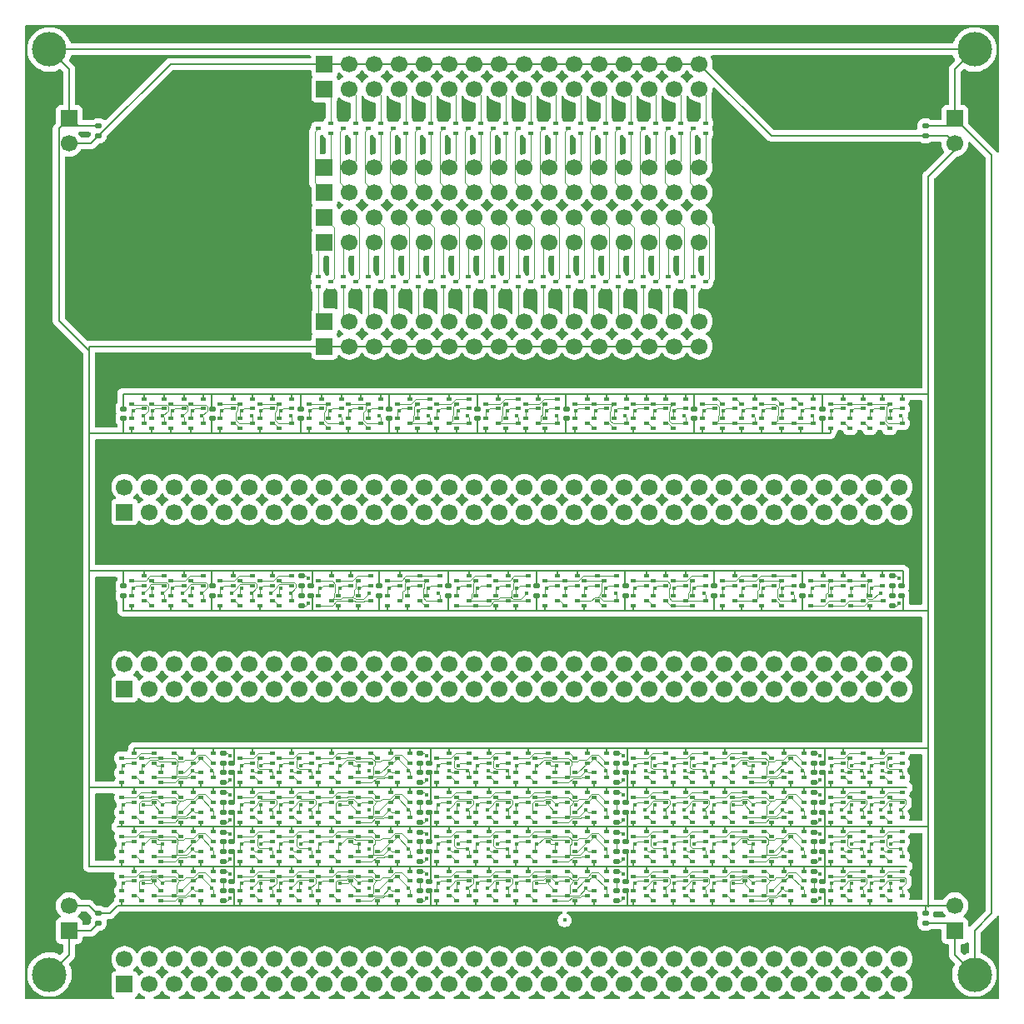
<source format=gbr>
%TF.GenerationSoftware,KiCad,Pcbnew,9.0.3*%
%TF.CreationDate,2025-07-27T21:56:43+02:00*%
%TF.ProjectId,RV523_CellTestBoard.final,52563532-335f-4436-956c-6c5465737442,rev?*%
%TF.SameCoordinates,Original*%
%TF.FileFunction,Copper,L1,Top*%
%TF.FilePolarity,Positive*%
%FSLAX46Y46*%
G04 Gerber Fmt 4.6, Leading zero omitted, Abs format (unit mm)*
G04 Created by KiCad (PCBNEW 9.0.3) date 2025-07-27 21:56:43*
%MOMM*%
%LPD*%
G01*
G04 APERTURE LIST*
G04 Aperture macros list*
%AMRoundRect*
0 Rectangle with rounded corners*
0 $1 Rounding radius*
0 $2 $3 $4 $5 $6 $7 $8 $9 X,Y pos of 4 corners*
0 Add a 4 corners polygon primitive as box body*
4,1,4,$2,$3,$4,$5,$6,$7,$8,$9,$2,$3,0*
0 Add four circle primitives for the rounded corners*
1,1,$1+$1,$2,$3*
1,1,$1+$1,$4,$5*
1,1,$1+$1,$6,$7*
1,1,$1+$1,$8,$9*
0 Add four rect primitives between the rounded corners*
20,1,$1+$1,$2,$3,$4,$5,0*
20,1,$1+$1,$4,$5,$6,$7,0*
20,1,$1+$1,$6,$7,$8,$9,0*
20,1,$1+$1,$8,$9,$2,$3,0*%
G04 Aperture macros list end*
%TA.AperFunction,SMDPad,CuDef*%
%ADD10RoundRect,0.109725X-0.140275X-0.089775X0.140275X-0.089775X0.140275X0.089775X-0.140275X0.089775X0*%
%TD*%
%TA.AperFunction,SMDPad,CuDef*%
%ADD11RoundRect,0.109725X0.140275X0.089775X-0.140275X0.089775X-0.140275X-0.089775X0.140275X-0.089775X0*%
%TD*%
%TA.AperFunction,ComponentPad*%
%ADD12R,1.700000X1.700000*%
%TD*%
%TA.AperFunction,ComponentPad*%
%ADD13C,1.700000*%
%TD*%
%TA.AperFunction,SMDPad,CuDef*%
%ADD14RoundRect,0.135000X-0.185000X0.135000X-0.185000X-0.135000X0.185000X-0.135000X0.185000X0.135000X0*%
%TD*%
%TA.AperFunction,SMDPad,CuDef*%
%ADD15RoundRect,0.140000X-0.170000X0.140000X-0.170000X-0.140000X0.170000X-0.140000X0.170000X0.140000X0*%
%TD*%
%TA.AperFunction,SMDPad,CuDef*%
%ADD16RoundRect,0.147500X0.172500X-0.147500X0.172500X0.147500X-0.172500X0.147500X-0.172500X-0.147500X0*%
%TD*%
%TA.AperFunction,SMDPad,CuDef*%
%ADD17RoundRect,0.140000X0.170000X-0.140000X0.170000X0.140000X-0.170000X0.140000X-0.170000X-0.140000X0*%
%TD*%
%TA.AperFunction,ComponentPad*%
%ADD18C,3.500000*%
%TD*%
%TA.AperFunction,ViaPad*%
%ADD19C,0.450000*%
%TD*%
%TA.AperFunction,ViaPad*%
%ADD20C,0.400000*%
%TD*%
%TA.AperFunction,Conductor*%
%ADD21C,0.100000*%
%TD*%
%TA.AperFunction,Conductor*%
%ADD22C,0.200000*%
%TD*%
G04 APERTURE END LIST*
D10*
%TO.P,genblk2[2].genblk1[1].R2.N1,1,G*%
%TO.N,genblk2[2].genblk1[1].nQ*%
X67645000Y-79500000D03*
%TO.P,genblk2[2].genblk1[1].R2.N1,2,S*%
%TO.N,GND*%
X67645000Y-78500000D03*
%TO.P,genblk2[2].genblk1[1].R2.N1,3,D*%
%TO.N,genblk2[2].genblk1[1].R2.intN*%
X66355000Y-79000000D03*
%TD*%
D11*
%TO.P,genblk2[1].genblk1[2].L.NOT1.N2,1,G*%
%TO.N,J3pins.19*%
X32355000Y-84500000D03*
%TO.P,genblk2[1].genblk1[2].L.NOT1.N2,2,S*%
%TO.N,genblk2[1].genblk1[2].L.NOT1.intN*%
X32355000Y-85500000D03*
%TO.P,genblk2[1].genblk1[2].L.NOT1.N2,3,D*%
%TO.N,genblk2[1].genblk1[2].nQ*%
X33645000Y-85000000D03*
%TD*%
%TO.P,genblk2[3].genblk1[2].L.NOT3.N2,1,G*%
%TO.N,J3pins.52*%
X74355000Y-84500000D03*
%TO.P,genblk2[3].genblk1[2].L.NOT3.N2,2,S*%
%TO.N,genblk2[3].genblk1[2].L.NOT3.intN*%
X74355000Y-85500000D03*
%TO.P,genblk2[3].genblk1[2].L.NOT3.N2,3,D*%
%TO.N,genblk2[3].genblk1[2].nQ*%
X75645000Y-85000000D03*
%TD*%
D10*
%TO.P,TINV_2.N2,1,G*%
%TO.N,J2pins.6*%
X18645000Y-57500000D03*
%TO.P,TINV_2.N2,2,S*%
%TO.N,TINV_2.intN*%
X18645000Y-56500000D03*
%TO.P,TINV_2.N2,3,D*%
%TO.N,J2pins[8]*%
X17355000Y-57000000D03*
%TD*%
D11*
%TO.P,genblk1[9].N,1,G*%
%TO.N,NGates[9]*%
X50625000Y-26120000D03*
%TO.P,genblk1[9].N,2,S*%
%TO.N,NSources[9]*%
X50625000Y-27120000D03*
%TO.P,genblk1[9].N,3,D*%
%TO.N,NDrains[9]*%
X51915000Y-26620000D03*
%TD*%
%TO.P,genblk2[3].genblk1[3].L.NOT1.P1,1,G*%
%TO.N,J3pins.4*%
X70355000Y-88500000D03*
%TO.P,genblk2[3].genblk1[3].L.NOT1.P1,2,S*%
%TO.N,VDD*%
X70355000Y-89500000D03*
%TO.P,genblk2[3].genblk1[3].L.NOT1.P1,3,D*%
%TO.N,genblk2[3].genblk1[3].L.NOT1.intP*%
X71645000Y-89000000D03*
%TD*%
%TO.P,genblk2[2].genblk1[3].L.NOT1.P1,1,G*%
%TO.N,J3pins.4*%
X50355000Y-88500000D03*
%TO.P,genblk2[2].genblk1[3].L.NOT1.P1,2,S*%
%TO.N,VDD*%
X50355000Y-89500000D03*
%TO.P,genblk2[2].genblk1[3].L.NOT1.P1,3,D*%
%TO.N,genblk2[2].genblk1[3].L.NOT1.intP*%
X51645000Y-89000000D03*
%TD*%
D10*
%TO.P,genblk1[3].P,1,G*%
%TO.N,PGates[3]*%
X36675000Y-11500000D03*
%TO.P,genblk1[3].P,2,S*%
%TO.N,PSources[3]*%
X36675000Y-10500000D03*
%TO.P,genblk1[3].P,3,D*%
%TO.N,PDrains[3]*%
X35385000Y-11000000D03*
%TD*%
D11*
%TO.P,genblk2[0].genblk1[2].R1.N1,1,G*%
%TO.N,genblk2[0].genblk1[2].nQ*%
X22355000Y-84500000D03*
%TO.P,genblk2[0].genblk1[2].R1.N1,2,S*%
%TO.N,GND*%
X22355000Y-85500000D03*
%TO.P,genblk2[0].genblk1[2].R1.N1,3,D*%
%TO.N,genblk2[0].genblk1[2].R1.intN*%
X23645000Y-85000000D03*
%TD*%
D10*
%TO.P,TINV_2.N1,1,G*%
%TO.N,J2pins.5*%
X16645000Y-57500000D03*
%TO.P,TINV_2.N1,2,S*%
%TO.N,GND*%
X16645000Y-56500000D03*
%TO.P,TINV_2.N1,3,D*%
%TO.N,TINV_2.intN*%
X15355000Y-57000000D03*
%TD*%
D11*
%TO.P,AOI211_1.P4,1,G*%
%TO.N,J2pins.40*%
X68355000Y-58500000D03*
%TO.P,AOI211_1.P4,2,S*%
%TO.N,AOI211_1.intPB*%
X68355000Y-59500000D03*
%TO.P,AOI211_1.P4,3,D*%
%TO.N,J2pins[41]*%
X69645000Y-59000000D03*
%TD*%
%TO.P,NAND2_1.N1,1,G*%
%TO.N,J1pins.9*%
X20355000Y-40500000D03*
%TO.P,NAND2_1.N1,2,S*%
%TO.N,GND*%
X20355000Y-41500000D03*
%TO.P,NAND2_1.N1,3,D*%
%TO.N,NAND2_1.int1*%
X21645000Y-41000000D03*
%TD*%
%TO.P,genblk2[3].genblk1[1].L.NOT3.P2,1,G*%
%TO.N,J3pins.51*%
X74355000Y-80500000D03*
%TO.P,genblk2[3].genblk1[1].L.NOT3.P2,2,S*%
%TO.N,genblk2[3].genblk1[1].L.NOT3.intP*%
X74355000Y-81500000D03*
%TO.P,genblk2[3].genblk1[1].L.NOT3.P2,3,D*%
%TO.N,genblk2[3].genblk1[1].nQ*%
X75645000Y-81000000D03*
%TD*%
D10*
%TO.P,genblk2[3].genblk1[2].R2.P2,1,G*%
%TO.N,J3pins.57*%
X89645000Y-83500000D03*
%TO.P,genblk2[3].genblk1[2].R2.P2,2,S*%
%TO.N,genblk2[3].genblk1[2].R2.intP*%
X89645000Y-82500000D03*
%TO.P,genblk2[3].genblk1[2].R2.P2,3,D*%
%TO.N,J3pins[38]*%
X88355000Y-83000000D03*
%TD*%
D11*
%TO.P,AOI211_1.P1,1,G*%
%TO.N,J2pins.37*%
X62355000Y-58500000D03*
%TO.P,AOI211_1.P1,2,S*%
%TO.N,VDD*%
X62355000Y-59500000D03*
%TO.P,AOI211_1.P1,3,D*%
%TO.N,AOI211_1.intPA*%
X63645000Y-59000000D03*
%TD*%
D10*
%TO.P,genblk1[7].P,1,G*%
%TO.N,PGates[7]*%
X46835000Y-11500000D03*
%TO.P,genblk1[7].P,2,S*%
%TO.N,PSources[7]*%
X46835000Y-10500000D03*
%TO.P,genblk1[7].P,3,D*%
%TO.N,PDrains[7]*%
X45545000Y-11000000D03*
%TD*%
%TO.P,genblk2[1].genblk1[2].L.NOT3.P1,1,G*%
%TO.N,genblk2[1].genblk1[2].Q*%
X37645000Y-83500000D03*
%TO.P,genblk2[1].genblk1[2].L.NOT3.P1,2,S*%
%TO.N,VDD*%
X37645000Y-82500000D03*
%TO.P,genblk2[1].genblk1[2].L.NOT3.P1,3,D*%
%TO.N,genblk2[1].genblk1[2].L.NOT3.intP*%
X36355000Y-83000000D03*
%TD*%
D11*
%TO.P,AOI22_1.P4,1,G*%
%TO.N,J2pins.30*%
X50355000Y-58500000D03*
%TO.P,AOI22_1.P4,2,S*%
%TO.N,VDD*%
X50355000Y-59500000D03*
%TO.P,AOI22_1.P4,3,D*%
%TO.N,AOI22_1.intP*%
X51645000Y-59000000D03*
%TD*%
%TO.P,genblk2[2].genblk1[0].R1.N2,1,G*%
%TO.N,J3pins.43*%
X64355000Y-76500000D03*
%TO.P,genblk2[2].genblk1[0].R1.N2,2,S*%
%TO.N,genblk2[2].genblk1[0].R1.intN*%
X64355000Y-77500000D03*
%TO.P,genblk2[2].genblk1[0].R1.N2,3,D*%
%TO.N,J3pins[24]*%
X65645000Y-77000000D03*
%TD*%
D10*
%TO.P,genblk2[1].genblk1[0].L.NOT3.P1,1,G*%
%TO.N,genblk2[1].genblk1[0].Q*%
X37645000Y-75500000D03*
%TO.P,genblk2[1].genblk1[0].L.NOT3.P1,2,S*%
%TO.N,VDD*%
X37645000Y-74500000D03*
%TO.P,genblk2[1].genblk1[0].L.NOT3.P1,3,D*%
%TO.N,genblk2[1].genblk1[0].L.NOT3.intP*%
X36355000Y-75000000D03*
%TD*%
%TO.P,AOI22_1.N2,1,G*%
%TO.N,J2pins.28*%
X47645000Y-57500000D03*
%TO.P,AOI22_1.N2,2,S*%
%TO.N,AOI22_1.intA*%
X47645000Y-56500000D03*
%TO.P,AOI22_1.N2,3,D*%
%TO.N,J2pins[31]*%
X46355000Y-57000000D03*
%TD*%
%TO.P,genblk1[9].P,1,G*%
%TO.N,PGates[9]*%
X51915000Y-11500000D03*
%TO.P,genblk1[9].P,2,S*%
%TO.N,PSources[9]*%
X51915000Y-10500000D03*
%TO.P,genblk1[9].P,3,D*%
%TO.N,PDrains[9]*%
X50625000Y-11000000D03*
%TD*%
%TO.P,genblk2[0].genblk1[2].R2.P2,1,G*%
%TO.N,J3pins.16*%
X29645000Y-83500000D03*
%TO.P,genblk2[0].genblk1[2].R2.P2,2,S*%
%TO.N,genblk2[0].genblk1[2].R2.intP*%
X29645000Y-82500000D03*
%TO.P,genblk2[0].genblk1[2].R2.P2,3,D*%
%TO.N,J3pins[38]*%
X28355000Y-83000000D03*
%TD*%
D11*
%TO.P,genblk2[2].genblk1[1].L.NOT2.P1,1,G*%
%TO.N,genblk2[2].genblk1[1].nQ*%
X58355000Y-80500000D03*
%TO.P,genblk2[2].genblk1[1].L.NOT2.P1,2,S*%
%TO.N,VDD*%
X58355000Y-81500000D03*
%TO.P,genblk2[2].genblk1[1].L.NOT2.P1,3,D*%
%TO.N,genblk2[2].genblk1[1].Q*%
X59645000Y-81000000D03*
%TD*%
%TO.P,genblk1[16].N,1,G*%
%TO.N,NGates[16]*%
X68405000Y-26120000D03*
%TO.P,genblk1[16].N,2,S*%
%TO.N,NSources[16]*%
X68405000Y-27120000D03*
%TO.P,genblk1[16].N,3,D*%
%TO.N,NDrains[16]*%
X69695000Y-26620000D03*
%TD*%
D10*
%TO.P,NAND2_3.P1,1,G*%
%TO.N,J1pins.15*%
X30645000Y-39500000D03*
%TO.P,NAND2_3.P1,2,S*%
%TO.N,VDD*%
X30645000Y-38500000D03*
%TO.P,NAND2_3.P1,3,D*%
%TO.N,J1pins[17]*%
X29355000Y-39000000D03*
%TD*%
D11*
%TO.P,genblk2[2].genblk1[2].R1.N2,1,G*%
%TO.N,J3pins.43*%
X64355000Y-84500000D03*
%TO.P,genblk2[2].genblk1[2].R1.N2,2,S*%
%TO.N,genblk2[2].genblk1[2].R1.intN*%
X64355000Y-85500000D03*
%TO.P,genblk2[2].genblk1[2].R1.N2,3,D*%
%TO.N,J3pins[22]*%
X65645000Y-85000000D03*
%TD*%
D12*
%TO.P,JN0,1,pins.1*%
%TO.N,GND*%
X30950000Y-33160000D03*
D13*
%TO.P,JN0,2,pins.2*%
X33490000Y-33160000D03*
%TO.P,JN0,3,pins.3*%
X36030000Y-33160000D03*
%TO.P,JN0,4,pins.4*%
X38570000Y-33160000D03*
%TO.P,JN0,5,pins.5*%
X41110000Y-33160000D03*
%TO.P,JN0,6,pins.6*%
X43650000Y-33160000D03*
%TO.P,JN0,7,pins.7*%
X46190000Y-33160000D03*
%TO.P,JN0,8,pins.8*%
X48730000Y-33160000D03*
%TO.P,JN0,9,pins.9*%
X51270000Y-33160000D03*
%TO.P,JN0,10,pins.10*%
X53810000Y-33160000D03*
%TO.P,JN0,11,pins.11*%
X56350000Y-33160000D03*
%TO.P,JN0,12,pins.12*%
X58890000Y-33160000D03*
%TO.P,JN0,13,pins.13*%
X61430000Y-33160000D03*
%TO.P,JN0,14,pins.14*%
X63970000Y-33160000D03*
%TO.P,JN0,15,pins.15*%
X66510000Y-33160000D03*
%TO.P,JN0,16,pins.16*%
X69050000Y-33160000D03*
%TD*%
D14*
%TO.P,genblk2[3].genblk1[0].D.R,1,pin1*%
%TO.N,genblk2[3].genblk1[0].D.i*%
X80650000Y-76490000D03*
%TO.P,genblk2[3].genblk1[0].D.R,2,pin2*%
%TO.N,J3pins[64]*%
X80650000Y-77510000D03*
%TD*%
%TO.P,genblk2[2].genblk1[3].D.R,1,pin1*%
%TO.N,genblk2[2].genblk1[3].D.i*%
X60650000Y-88490000D03*
%TO.P,genblk2[2].genblk1[3].D.R,2,pin2*%
%TO.N,J3pins[61]*%
X60650000Y-89510000D03*
%TD*%
D10*
%TO.P,genblk2[1].genblk1[3].L.NOT1.N2,1,G*%
%TO.N,J3pins.19*%
X33645000Y-87500000D03*
%TO.P,genblk2[1].genblk1[3].L.NOT1.N2,2,S*%
%TO.N,genblk2[1].genblk1[3].L.NOT1.intN*%
X33645000Y-86500000D03*
%TO.P,genblk2[1].genblk1[3].L.NOT1.N2,3,D*%
%TO.N,genblk2[1].genblk1[3].nQ*%
X32355000Y-87000000D03*
%TD*%
%TO.P,genblk2[0].genblk1[3].L.NOT3.N2,1,G*%
%TO.N,J3pins.6*%
X15645000Y-87500000D03*
%TO.P,genblk2[0].genblk1[3].L.NOT3.N2,2,S*%
%TO.N,genblk2[0].genblk1[3].L.NOT3.intN*%
X15645000Y-86500000D03*
%TO.P,genblk2[0].genblk1[3].L.NOT3.N2,3,D*%
%TO.N,genblk2[0].genblk1[3].nQ*%
X14355000Y-87000000D03*
%TD*%
D15*
%TO.P,DECAP3,1,pin1*%
%TO.N,VDD*%
X8000000Y-90790000D03*
%TO.P,DECAP3,2,pin2*%
%TO.N,GND*%
X8000000Y-91750000D03*
%TD*%
D10*
%TO.P,NOT_4.P1,1,G*%
%TO.N,J1pins[7]*%
X18645000Y-39500000D03*
%TO.P,NOT_4.P1,2,S*%
%TO.N,VDD*%
X18645000Y-38500000D03*
%TO.P,NOT_4.P1,3,D*%
%TO.N,J1pins[8]*%
X17355000Y-39000000D03*
%TD*%
%TO.P,genblk2[0].genblk1[1].R2.N2,1,G*%
%TO.N,J3pins.15*%
X29645000Y-79500000D03*
%TO.P,genblk2[0].genblk1[1].R2.N2,2,S*%
%TO.N,genblk2[0].genblk1[1].R2.intN*%
X29645000Y-78500000D03*
%TO.P,genblk2[0].genblk1[1].R2.N2,3,D*%
%TO.N,J3pins[39]*%
X28355000Y-79000000D03*
%TD*%
D11*
%TO.P,NOR2_4.N2,1,G*%
%TO.N,J1pins.31*%
X53355000Y-40500000D03*
%TO.P,NOR2_4.N2,2,S*%
%TO.N,GND*%
X53355000Y-41500000D03*
%TO.P,NOR2_4.N2,3,D*%
%TO.N,J1pins[32]*%
X54645000Y-41000000D03*
%TD*%
D14*
%TO.P,genblk2[0].genblk1[1].D.R,1,pin1*%
%TO.N,genblk2[0].genblk1[1].D.i*%
X20650000Y-80490000D03*
%TO.P,genblk2[0].genblk1[1].D.R,2,pin2*%
%TO.N,J3pins[63]*%
X20650000Y-81510000D03*
%TD*%
D11*
%TO.P,TINV_3.P1,1,G*%
%TO.N,J2pins.9*%
X20355000Y-58500000D03*
%TO.P,TINV_3.P1,2,S*%
%TO.N,VDD*%
X20355000Y-59500000D03*
%TO.P,TINV_3.P1,3,D*%
%TO.N,TINV_3.intP*%
X21645000Y-59000000D03*
%TD*%
D12*
%TO.P,J2,1,pins.1*%
%TO.N,J2pins.1*%
X10630000Y-68000000D03*
D13*
%TO.P,J2,2,pins.2*%
%TO.N,J2pins.2*%
X10630000Y-65460000D03*
%TO.P,J2,3,pins.3*%
%TO.N,J2pins.3*%
X13170000Y-68000000D03*
%TO.P,J2,4,pins.4*%
%TO.N,J2pins[4]*%
X13170000Y-65460000D03*
%TO.P,J2,5,pins.5*%
%TO.N,J2pins.5*%
X15710000Y-68000000D03*
%TO.P,J2,6,pins.6*%
%TO.N,J2pins.6*%
X15710000Y-65460000D03*
%TO.P,J2,7,pins.7*%
%TO.N,J2pins.7*%
X18250000Y-68000000D03*
%TO.P,J2,8,pins.8*%
%TO.N,J2pins[8]*%
X18250000Y-65460000D03*
%TO.P,J2,9,pins.9*%
%TO.N,J2pins.9*%
X20790000Y-68000000D03*
%TO.P,J2,10,pins.10*%
%TO.N,J2pins.10*%
X20790000Y-65460000D03*
%TO.P,J2,11,pins.11*%
%TO.N,J2pins.11*%
X23330000Y-68000000D03*
%TO.P,J2,12,pins.12*%
%TO.N,J2pins[12]*%
X23330000Y-65460000D03*
%TO.P,J2,13,pins.13*%
%TO.N,J2pins.13*%
X25870000Y-68000000D03*
%TO.P,J2,14,pins.14*%
%TO.N,J2pins.14*%
X25870000Y-65460000D03*
%TO.P,J2,15,pins.15*%
%TO.N,J2pins.15*%
X28410000Y-68000000D03*
%TO.P,J2,16,pins.16*%
%TO.N,J2pins[16]*%
X28410000Y-65460000D03*
%TO.P,J2,17,pins.17*%
%TO.N,J2pins[17]*%
X30950000Y-68000000D03*
%TO.P,J2,18,pins.18*%
%TO.N,J2pins[18]*%
X30950000Y-65460000D03*
%TO.P,J2,19,pins.19*%
%TO.N,J2pins.19*%
X33490000Y-68000000D03*
%TO.P,J2,20,pins.20*%
%TO.N,J2pins.20*%
X33490000Y-65460000D03*
%TO.P,J2,21,pins.21*%
%TO.N,J2pins.21*%
X36030000Y-68000000D03*
%TO.P,J2,22,pins.22*%
%TO.N,J2pins[22]*%
X36030000Y-65460000D03*
%TO.P,J2,23,pins.23*%
%TO.N,J2pins.23*%
X38570000Y-68000000D03*
%TO.P,J2,24,pins.24*%
%TO.N,J2pins.24*%
X38570000Y-65460000D03*
%TO.P,J2,25,pins.25*%
%TO.N,J2pins.25*%
X41110000Y-68000000D03*
%TO.P,J2,26,pins.26*%
%TO.N,J2pins[26]*%
X41110000Y-65460000D03*
%TO.P,J2,27,pins.27*%
%TO.N,J2pins.27*%
X43650000Y-68000000D03*
%TO.P,J2,28,pins.28*%
%TO.N,J2pins.28*%
X43650000Y-65460000D03*
%TO.P,J2,29,pins.29*%
%TO.N,J2pins.29*%
X46190000Y-68000000D03*
%TO.P,J2,30,pins.30*%
%TO.N,J2pins.30*%
X46190000Y-65460000D03*
%TO.P,J2,31,pins.31*%
%TO.N,J2pins[31]*%
X48730000Y-68000000D03*
%TO.P,J2,32,pins.32*%
%TO.N,J2pins.32*%
X48730000Y-65460000D03*
%TO.P,J2,33,pins.33*%
%TO.N,J2pins.33*%
X51270000Y-68000000D03*
%TO.P,J2,34,pins.34*%
%TO.N,J2pins.34*%
X51270000Y-65460000D03*
%TO.P,J2,35,pins.35*%
%TO.N,J2pins.35*%
X53810000Y-68000000D03*
%TO.P,J2,36,pins.36*%
%TO.N,J2pins[36]*%
X53810000Y-65460000D03*
%TO.P,J2,37,pins.37*%
%TO.N,J2pins.37*%
X56350000Y-68000000D03*
%TO.P,J2,38,pins.38*%
%TO.N,J2pins.38*%
X56350000Y-65460000D03*
%TO.P,J2,39,pins.39*%
%TO.N,J2pins.39*%
X58890000Y-68000000D03*
%TO.P,J2,40,pins.40*%
%TO.N,J2pins.40*%
X58890000Y-65460000D03*
%TO.P,J2,41,pins.41*%
%TO.N,J2pins[41]*%
X61430000Y-68000000D03*
%TO.P,J2,42,pins.42*%
%TO.N,J2pins.42*%
X61430000Y-65460000D03*
%TO.P,J2,43,pins.43*%
%TO.N,J2pins.43*%
X63970000Y-68000000D03*
%TO.P,J2,44,pins.44*%
%TO.N,J2pins.44*%
X63970000Y-65460000D03*
%TO.P,J2,45,pins.45*%
%TO.N,J2pins.45*%
X66510000Y-68000000D03*
%TO.P,J2,46,pins.46*%
%TO.N,J2pins[46]*%
X66510000Y-65460000D03*
%TO.P,J2,47,pins.47*%
%TO.N,J2pins.47*%
X69050000Y-68000000D03*
%TO.P,J2,48,pins.48*%
%TO.N,J2pins.48*%
X69050000Y-65460000D03*
%TO.P,J2,49,pins.49*%
%TO.N,J2pins.49*%
X71590000Y-68000000D03*
%TO.P,J2,50,pins.50*%
%TO.N,J2pins.50*%
X71590000Y-65460000D03*
%TO.P,J2,51,pins.51*%
%TO.N,J2pins[51]*%
X74130000Y-68000000D03*
%TO.P,J2,52,pins.52*%
%TO.N,J2pins[52]*%
X74130000Y-65460000D03*
%TO.P,J2,53,pins.53*%
%TO.N,J2pins[53]*%
X76670000Y-68000000D03*
%TO.P,J2,54,pins.54*%
%TO.N,J2pins.54*%
X76670000Y-65460000D03*
%TO.P,J2,55,pins.55*%
%TO.N,J2pins.55*%
X79210000Y-68000000D03*
%TO.P,J2,56,pins.56*%
%TO.N,J2pins.56*%
X79210000Y-65460000D03*
%TO.P,J2,57,pins.57*%
%TO.N,J2pins.57*%
X81750000Y-68000000D03*
%TO.P,J2,58,pins.58*%
%TO.N,J2pins.58*%
X81750000Y-65460000D03*
%TO.P,J2,59,pins.59*%
%TO.N,J2pins.59*%
X84290000Y-68000000D03*
%TO.P,J2,60,pins.60*%
%TO.N,J2pins.60*%
X84290000Y-65460000D03*
%TO.P,J2,61,pins.61*%
%TO.N,J2pins.61*%
X86830000Y-68000000D03*
%TO.P,J2,62,pins.62*%
%TO.N,J2pins.62*%
X86830000Y-65460000D03*
%TO.P,J2,63,pins.63*%
%TO.N,J2pins.63*%
X89370000Y-68000000D03*
%TO.P,J2,64,pins.64*%
%TO.N,J2pins.64*%
X89370000Y-65460000D03*
%TD*%
D10*
%TO.P,NOR4_1.N3,1,G*%
%TO.N,J2pins.49*%
X85645000Y-57500000D03*
%TO.P,NOR4_1.N3,2,S*%
%TO.N,GND*%
X85645000Y-56500000D03*
%TO.P,NOR4_1.N3,3,D*%
%TO.N,J2pins[51]*%
X84355000Y-57000000D03*
%TD*%
D11*
%TO.P,genblk2[3].genblk1[1].L.NOT3.P1,1,G*%
%TO.N,genblk2[3].genblk1[1].Q*%
X76355000Y-80500000D03*
%TO.P,genblk2[3].genblk1[1].L.NOT3.P1,2,S*%
%TO.N,VDD*%
X76355000Y-81500000D03*
%TO.P,genblk2[3].genblk1[1].L.NOT3.P1,3,D*%
%TO.N,genblk2[3].genblk1[1].L.NOT3.intP*%
X77645000Y-81000000D03*
%TD*%
D16*
%TO.P,genblk2[3].genblk1[0].D.L,1,cathode*%
%TO.N,genblk2[3].genblk1[0].D.i*%
X80650000Y-75485000D03*
%TO.P,genblk2[3].genblk1[0].D.L,2,anode*%
%TO.N,genblk2[3].genblk1[0].Q*%
X80650000Y-74515000D03*
%TD*%
D17*
%TO.P,DECAP_3.C,1,pin1*%
%TO.N,GND*%
X28525000Y-40480000D03*
%TO.P,DECAP_3.C,2,pin2*%
%TO.N,VDD*%
X28525000Y-39520000D03*
%TD*%
D10*
%TO.P,NOR4_1.N2,1,G*%
%TO.N,J2pins.48*%
X83645000Y-57500000D03*
%TO.P,NOR4_1.N2,2,S*%
%TO.N,GND*%
X83645000Y-56500000D03*
%TO.P,NOR4_1.N2,3,D*%
%TO.N,J2pins[51]*%
X82355000Y-57000000D03*
%TD*%
D11*
%TO.P,genblk2[3].genblk1[2].L.NOT2.N1,1,G*%
%TO.N,genblk2[3].genblk1[2].nQ*%
X78355000Y-84500000D03*
%TO.P,genblk2[3].genblk1[2].L.NOT2.N1,2,S*%
%TO.N,GND*%
X78355000Y-85500000D03*
%TO.P,genblk2[3].genblk1[2].L.NOT2.N1,3,D*%
%TO.N,genblk2[3].genblk1[2].Q*%
X79645000Y-85000000D03*
%TD*%
D16*
%TO.P,DECAP_LED_12.L,1,cathode*%
%TO.N,DECAP_LED_12.i*%
X28650000Y-57485000D03*
%TO.P,DECAP_LED_12.L,2,anode*%
%TO.N,J2pins[17]*%
X28650000Y-56515000D03*
%TD*%
D11*
%TO.P,genblk2[2].genblk1[2].L.NOT1.N2,1,G*%
%TO.N,J3pins.35*%
X52355000Y-84500000D03*
%TO.P,genblk2[2].genblk1[2].L.NOT1.N2,2,S*%
%TO.N,genblk2[2].genblk1[2].L.NOT1.intN*%
X52355000Y-85500000D03*
%TO.P,genblk2[2].genblk1[2].L.NOT1.N2,3,D*%
%TO.N,genblk2[2].genblk1[2].nQ*%
X53645000Y-85000000D03*
%TD*%
%TO.P,genblk2[1].genblk1[3].L.NOT3.P2,1,G*%
%TO.N,J3pins.19*%
X34355000Y-88500000D03*
%TO.P,genblk2[1].genblk1[3].L.NOT3.P2,2,S*%
%TO.N,genblk2[1].genblk1[3].L.NOT3.intP*%
X34355000Y-89500000D03*
%TO.P,genblk2[1].genblk1[3].L.NOT3.P2,3,D*%
%TO.N,genblk2[1].genblk1[3].nQ*%
X35645000Y-89000000D03*
%TD*%
D10*
%TO.P,genblk2[1].genblk1[1].L.NOT1.N1,1,G*%
%TO.N,J3pins.2*%
X31645000Y-79500000D03*
%TO.P,genblk2[1].genblk1[1].L.NOT1.N1,2,S*%
%TO.N,GND*%
X31645000Y-78500000D03*
%TO.P,genblk2[1].genblk1[1].L.NOT1.N1,3,D*%
%TO.N,genblk2[1].genblk1[1].L.NOT1.intN*%
X30355000Y-79000000D03*
%TD*%
D11*
%TO.P,AOI22_1.P1,1,G*%
%TO.N,J2pins.27*%
X44355000Y-58500000D03*
%TO.P,AOI22_1.P1,2,S*%
%TO.N,AOI22_1.intP*%
X44355000Y-59500000D03*
%TO.P,AOI22_1.P1,3,D*%
%TO.N,J2pins[31]*%
X45645000Y-59000000D03*
%TD*%
%TO.P,genblk2[0].genblk1[2].L.NOT3.N1,1,G*%
%TO.N,genblk2[0].genblk1[2].Q*%
X16355000Y-84500000D03*
%TO.P,genblk2[0].genblk1[2].L.NOT3.N1,2,S*%
%TO.N,GND*%
X16355000Y-85500000D03*
%TO.P,genblk2[0].genblk1[2].L.NOT3.N1,3,D*%
%TO.N,genblk2[0].genblk1[2].L.NOT3.intN*%
X17645000Y-85000000D03*
%TD*%
D10*
%TO.P,genblk2[3].genblk1[1].L.NOT1.N2,1,G*%
%TO.N,J3pins.51*%
X73645000Y-79500000D03*
%TO.P,genblk2[3].genblk1[1].L.NOT1.N2,2,S*%
%TO.N,genblk2[3].genblk1[1].L.NOT1.intN*%
X73645000Y-78500000D03*
%TO.P,genblk2[3].genblk1[1].L.NOT1.N2,3,D*%
%TO.N,genblk2[3].genblk1[1].nQ*%
X72355000Y-79000000D03*
%TD*%
%TO.P,genblk2[0].genblk1[1].R1.N1,1,G*%
%TO.N,genblk2[0].genblk1[1].nQ*%
X23645000Y-79500000D03*
%TO.P,genblk2[0].genblk1[1].R1.N1,2,S*%
%TO.N,GND*%
X23645000Y-78500000D03*
%TO.P,genblk2[0].genblk1[1].R1.N1,3,D*%
%TO.N,genblk2[0].genblk1[1].R1.intN*%
X22355000Y-79000000D03*
%TD*%
%TO.P,genblk2[1].genblk1[3].R1.N2,1,G*%
%TO.N,J3pins.27*%
X45645000Y-87500000D03*
%TO.P,genblk2[1].genblk1[3].R1.N2,2,S*%
%TO.N,genblk2[1].genblk1[3].R1.intN*%
X45645000Y-86500000D03*
%TO.P,genblk2[1].genblk1[3].R1.N2,3,D*%
%TO.N,J3pins[21]*%
X44355000Y-87000000D03*
%TD*%
D11*
%TO.P,TINV_4.P1,1,G*%
%TO.N,J2pins.13*%
X24355000Y-58500000D03*
%TO.P,TINV_4.P1,2,S*%
%TO.N,VDD*%
X24355000Y-59500000D03*
%TO.P,TINV_4.P1,3,D*%
%TO.N,TINV_4.intP*%
X25645000Y-59000000D03*
%TD*%
%TO.P,genblk2[1].genblk1[1].R2.P1,1,G*%
%TO.N,genblk2[1].genblk1[1].nQ*%
X46355000Y-80500000D03*
%TO.P,genblk2[1].genblk1[1].R2.P1,2,S*%
%TO.N,VDD*%
X46355000Y-81500000D03*
%TO.P,genblk2[1].genblk1[1].R2.P1,3,D*%
%TO.N,genblk2[1].genblk1[1].R2.intP*%
X47645000Y-81000000D03*
%TD*%
D16*
%TO.P,genblk2[3].genblk1[3].D.L,1,cathode*%
%TO.N,genblk2[3].genblk1[3].D.i*%
X80650000Y-87485000D03*
%TO.P,genblk2[3].genblk1[3].D.L,2,anode*%
%TO.N,genblk2[3].genblk1[3].Q*%
X80650000Y-86515000D03*
%TD*%
D12*
%TO.P,JPD,1,pins.1*%
%TO.N,PDrains[1]*%
X30950000Y-17540000D03*
D13*
%TO.P,JPD,2,pins.2*%
%TO.N,PDrains[2]*%
X33490000Y-17540000D03*
%TO.P,JPD,3,pins.3*%
%TO.N,PDrains[3]*%
X36030000Y-17540000D03*
%TO.P,JPD,4,pins.4*%
%TO.N,PDrains[4]*%
X38570000Y-17540000D03*
%TO.P,JPD,5,pins.5*%
%TO.N,PDrains[5]*%
X41110000Y-17540000D03*
%TO.P,JPD,6,pins.6*%
%TO.N,PDrains[6]*%
X43650000Y-17540000D03*
%TO.P,JPD,7,pins.7*%
%TO.N,PDrains[7]*%
X46190000Y-17540000D03*
%TO.P,JPD,8,pins.8*%
%TO.N,PDrains[8]*%
X48730000Y-17540000D03*
%TO.P,JPD,9,pins.9*%
%TO.N,PDrains[9]*%
X51270000Y-17540000D03*
%TO.P,JPD,10,pins.10*%
%TO.N,PDrains[10]*%
X53810000Y-17540000D03*
%TO.P,JPD,11,pins.11*%
%TO.N,PDrains[11]*%
X56350000Y-17540000D03*
%TO.P,JPD,12,pins.12*%
%TO.N,PDrains[12]*%
X58890000Y-17540000D03*
%TO.P,JPD,13,pins.13*%
%TO.N,PDrains[13]*%
X61430000Y-17540000D03*
%TO.P,JPD,14,pins.14*%
%TO.N,PDrains[14]*%
X63970000Y-17540000D03*
%TO.P,JPD,15,pins.15*%
%TO.N,PDrains[15]*%
X66510000Y-17540000D03*
%TO.P,JPD,16,pins.16*%
%TO.N,PDrains[16]*%
X69050000Y-17540000D03*
%TD*%
D10*
%TO.P,NAND4_1.P3,1,G*%
%TO.N,J1pins.51*%
X87645000Y-39500000D03*
%TO.P,NAND4_1.P3,2,S*%
%TO.N,VDD*%
X87645000Y-38500000D03*
%TO.P,NAND4_1.P3,3,D*%
%TO.N,J1pins[53]*%
X86355000Y-39000000D03*
%TD*%
D16*
%TO.P,genblk2[0].genblk1[3].D.L,1,cathode*%
%TO.N,genblk2[0].genblk1[3].D.i*%
X20650000Y-87485000D03*
%TO.P,genblk2[0].genblk1[3].D.L,2,anode*%
%TO.N,genblk2[0].genblk1[3].Q*%
X20650000Y-86515000D03*
%TD*%
D11*
%TO.P,NAND4_1.N3,1,G*%
%TO.N,J1pins.51*%
X86355000Y-40500000D03*
%TO.P,NAND4_1.N3,2,S*%
%TO.N,NAND4_1.int2*%
X86355000Y-41500000D03*
%TO.P,NAND4_1.N3,3,D*%
%TO.N,NAND4_1.int3*%
X87645000Y-41000000D03*
%TD*%
D10*
%TO.P,genblk2[2].genblk1[0].L.NOT2.P1,1,G*%
%TO.N,genblk2[2].genblk1[0].nQ*%
X59645000Y-75500000D03*
%TO.P,genblk2[2].genblk1[0].L.NOT2.P1,2,S*%
%TO.N,VDD*%
X59645000Y-74500000D03*
%TO.P,genblk2[2].genblk1[0].L.NOT2.P1,3,D*%
%TO.N,genblk2[2].genblk1[0].Q*%
X58355000Y-75000000D03*
%TD*%
%TO.P,genblk2[2].genblk1[3].R1.N1,1,G*%
%TO.N,genblk2[2].genblk1[3].nQ*%
X63645000Y-87500000D03*
%TO.P,genblk2[2].genblk1[3].R1.N1,2,S*%
%TO.N,GND*%
X63645000Y-86500000D03*
%TO.P,genblk2[2].genblk1[3].R1.N1,3,D*%
%TO.N,genblk2[2].genblk1[3].R1.intN*%
X62355000Y-87000000D03*
%TD*%
D17*
%TO.P,genblk2[1].genblk1[2].D.DECAP.C,1,pin1*%
%TO.N,GND*%
X41550000Y-84480000D03*
%TO.P,genblk2[1].genblk1[2].D.DECAP.C,2,pin2*%
%TO.N,VDD*%
X41550000Y-83520000D03*
%TD*%
D10*
%TO.P,genblk2[2].genblk1[2].L.NOT1.P1,1,G*%
%TO.N,J3pins.3*%
X51645000Y-83500000D03*
%TO.P,genblk2[2].genblk1[2].L.NOT1.P1,2,S*%
%TO.N,VDD*%
X51645000Y-82500000D03*
%TO.P,genblk2[2].genblk1[2].L.NOT1.P1,3,D*%
%TO.N,genblk2[2].genblk1[2].L.NOT1.intP*%
X50355000Y-83000000D03*
%TD*%
%TO.P,TINV_1.N2,1,G*%
%TO.N,J2pins.2*%
X14645000Y-57500000D03*
%TO.P,TINV_1.N2,2,S*%
%TO.N,TINV_1.intN*%
X14645000Y-56500000D03*
%TO.P,TINV_1.N2,3,D*%
%TO.N,J2pins[4]*%
X13355000Y-57000000D03*
%TD*%
%TO.P,genblk2[3].genblk1[0].L.NOT3.P1,1,G*%
%TO.N,genblk2[3].genblk1[0].Q*%
X77645000Y-75500000D03*
%TO.P,genblk2[3].genblk1[0].L.NOT3.P1,2,S*%
%TO.N,VDD*%
X77645000Y-74500000D03*
%TO.P,genblk2[3].genblk1[0].L.NOT3.P1,3,D*%
%TO.N,genblk2[3].genblk1[0].L.NOT3.intP*%
X76355000Y-75000000D03*
%TD*%
D15*
%TO.P,DECAP_13.C,1,pin1*%
%TO.N,GND*%
X36525000Y-57520000D03*
%TO.P,DECAP_13.C,2,pin2*%
%TO.N,VDD*%
X36525000Y-58480000D03*
%TD*%
D10*
%TO.P,genblk2[1].genblk1[2].R1.P2,1,G*%
%TO.N,J3pins.28*%
X45645000Y-83500000D03*
%TO.P,genblk2[1].genblk1[2].R1.P2,2,S*%
%TO.N,genblk2[1].genblk1[2].R1.intP*%
X45645000Y-82500000D03*
%TO.P,genblk2[1].genblk1[2].R1.P2,3,D*%
%TO.N,J3pins[22]*%
X44355000Y-83000000D03*
%TD*%
%TO.P,NAND3_1.P2,1,G*%
%TO.N,J1pins.34*%
X59645000Y-39500000D03*
%TO.P,NAND3_1.P2,2,S*%
%TO.N,VDD*%
X59645000Y-38500000D03*
%TO.P,NAND3_1.P2,3,D*%
%TO.N,J1pins[36]*%
X58355000Y-39000000D03*
%TD*%
D11*
%TO.P,NAND3_2.N1,1,G*%
%TO.N,J1pins.37*%
X62355000Y-40500000D03*
%TO.P,NAND3_2.N1,2,S*%
%TO.N,GND*%
X62355000Y-41500000D03*
%TO.P,NAND3_2.N1,3,D*%
%TO.N,NAND3_2.int1*%
X63645000Y-41000000D03*
%TD*%
%TO.P,genblk2[0].genblk1[2].R2.N1,1,G*%
%TO.N,genblk2[0].genblk1[2].nQ*%
X26355000Y-84500000D03*
%TO.P,genblk2[0].genblk1[2].R2.N1,2,S*%
%TO.N,GND*%
X26355000Y-85500000D03*
%TO.P,genblk2[0].genblk1[2].R2.N1,3,D*%
%TO.N,genblk2[0].genblk1[2].R2.intN*%
X27645000Y-85000000D03*
%TD*%
D14*
%TO.P,genblk2[1].genblk1[3].D.R,1,pin1*%
%TO.N,genblk2[1].genblk1[3].D.i*%
X40650000Y-88490000D03*
%TO.P,genblk2[1].genblk1[3].D.R,2,pin2*%
%TO.N,J3pins[61]*%
X40650000Y-89510000D03*
%TD*%
D17*
%TO.P,genblk2[1].genblk1[1].D.DECAP.C,1,pin1*%
%TO.N,VDD*%
X41550000Y-80480000D03*
%TO.P,genblk2[1].genblk1[1].D.DECAP.C,2,pin2*%
%TO.N,GND*%
X41550000Y-79520000D03*
%TD*%
D10*
%TO.P,genblk1[8].P,1,G*%
%TO.N,PGates[8]*%
X49375000Y-11500000D03*
%TO.P,genblk1[8].P,2,S*%
%TO.N,PSources[8]*%
X49375000Y-10500000D03*
%TO.P,genblk1[8].P,3,D*%
%TO.N,PDrains[8]*%
X48085000Y-11000000D03*
%TD*%
%TO.P,genblk2[0].genblk1[0].L.NOT1.P2,1,G*%
%TO.N,J3pins.6*%
X13645000Y-75500000D03*
%TO.P,genblk2[0].genblk1[0].L.NOT1.P2,2,S*%
%TO.N,genblk2[0].genblk1[0].L.NOT1.intP*%
X13645000Y-74500000D03*
%TO.P,genblk2[0].genblk1[0].L.NOT1.P2,3,D*%
%TO.N,genblk2[0].genblk1[0].nQ*%
X12355000Y-75000000D03*
%TD*%
%TO.P,genblk2[3].genblk1[0].R2.P1,1,G*%
%TO.N,genblk2[3].genblk1[0].nQ*%
X87645000Y-75500000D03*
%TO.P,genblk2[3].genblk1[0].R2.P1,2,S*%
%TO.N,VDD*%
X87645000Y-74500000D03*
%TO.P,genblk2[3].genblk1[0].R2.P1,3,D*%
%TO.N,genblk2[3].genblk1[0].R2.intP*%
X86355000Y-75000000D03*
%TD*%
%TO.P,genblk2[1].genblk1[0].L.NOT2.P1,1,G*%
%TO.N,genblk2[1].genblk1[0].nQ*%
X39645000Y-75500000D03*
%TO.P,genblk2[1].genblk1[0].L.NOT2.P1,2,S*%
%TO.N,VDD*%
X39645000Y-74500000D03*
%TO.P,genblk2[1].genblk1[0].L.NOT2.P1,3,D*%
%TO.N,genblk2[1].genblk1[0].Q*%
X38355000Y-75000000D03*
%TD*%
%TO.P,genblk2[0].genblk1[3].R2.N2,1,G*%
%TO.N,J3pins.15*%
X29645000Y-87500000D03*
%TO.P,genblk2[0].genblk1[3].R2.N2,2,S*%
%TO.N,genblk2[0].genblk1[3].R2.intN*%
X29645000Y-86500000D03*
%TO.P,genblk2[0].genblk1[3].R2.N2,3,D*%
%TO.N,J3pins[37]*%
X28355000Y-87000000D03*
%TD*%
%TO.P,genblk2[2].genblk1[2].L.NOT3.P2,1,G*%
%TO.N,J3pins.35*%
X55645000Y-83500000D03*
%TO.P,genblk2[2].genblk1[2].L.NOT3.P2,2,S*%
%TO.N,genblk2[2].genblk1[2].L.NOT3.intP*%
X55645000Y-82500000D03*
%TO.P,genblk2[2].genblk1[2].L.NOT3.P2,3,D*%
%TO.N,genblk2[2].genblk1[2].nQ*%
X54355000Y-83000000D03*
%TD*%
D16*
%TO.P,genblk2[0].genblk1[0].D.L,1,cathode*%
%TO.N,genblk2[0].genblk1[0].D.i*%
X20650000Y-75485000D03*
%TO.P,genblk2[0].genblk1[0].D.L,2,anode*%
%TO.N,genblk2[0].genblk1[0].Q*%
X20650000Y-74515000D03*
%TD*%
D14*
%TO.P,genblk2[0].genblk1[0].D.R,1,pin1*%
%TO.N,genblk2[0].genblk1[0].D.i*%
X20650000Y-76490000D03*
%TO.P,genblk2[0].genblk1[0].D.R,2,pin2*%
%TO.N,J3pins[64]*%
X20650000Y-77510000D03*
%TD*%
D10*
%TO.P,NAND3_2.P2,1,G*%
%TO.N,J1pins.38*%
X65645000Y-39500000D03*
%TO.P,NAND3_2.P2,2,S*%
%TO.N,VDD*%
X65645000Y-38500000D03*
%TO.P,NAND3_2.P2,3,D*%
%TO.N,J1pins[40]*%
X64355000Y-39000000D03*
%TD*%
D11*
%TO.P,genblk2[3].genblk1[0].R2.N2,1,G*%
%TO.N,J3pins.58*%
X88355000Y-76500000D03*
%TO.P,genblk2[3].genblk1[0].R2.N2,2,S*%
%TO.N,genblk2[3].genblk1[0].R2.intN*%
X88355000Y-77500000D03*
%TO.P,genblk2[3].genblk1[0].R2.N2,3,D*%
%TO.N,J3pins[40]*%
X89645000Y-77000000D03*
%TD*%
D14*
%TO.P,genblk2[0].genblk1[2].D.R,1,pin1*%
%TO.N,genblk2[0].genblk1[2].D.i*%
X20650000Y-84490000D03*
%TO.P,genblk2[0].genblk1[2].D.R,2,pin2*%
%TO.N,J3pins[62]*%
X20650000Y-85510000D03*
%TD*%
D10*
%TO.P,OAI22_1.N3,1,G*%
%TO.N,J2pins.34*%
X58645000Y-57500000D03*
%TO.P,OAI22_1.N3,2,S*%
%TO.N,OAI22_1.intN*%
X58645000Y-56500000D03*
%TO.P,OAI22_1.N3,3,D*%
%TO.N,J2pins[36]*%
X57355000Y-57000000D03*
%TD*%
D16*
%TO.P,genblk2[0].genblk1[1].D.L,1,cathode*%
%TO.N,genblk2[0].genblk1[1].D.i*%
X20650000Y-79485000D03*
%TO.P,genblk2[0].genblk1[1].D.L,2,anode*%
%TO.N,genblk2[0].genblk1[1].Q*%
X20650000Y-78515000D03*
%TD*%
D11*
%TO.P,genblk2[3].genblk1[0].L.NOT2.N1,1,G*%
%TO.N,genblk2[3].genblk1[0].nQ*%
X78355000Y-76500000D03*
%TO.P,genblk2[3].genblk1[0].L.NOT2.N1,2,S*%
%TO.N,GND*%
X78355000Y-77500000D03*
%TO.P,genblk2[3].genblk1[0].L.NOT2.N1,3,D*%
%TO.N,genblk2[3].genblk1[0].Q*%
X79645000Y-77000000D03*
%TD*%
%TO.P,genblk2[2].genblk1[3].L.NOT3.P2,1,G*%
%TO.N,J3pins.35*%
X54355000Y-88500000D03*
%TO.P,genblk2[2].genblk1[3].L.NOT3.P2,2,S*%
%TO.N,genblk2[2].genblk1[3].L.NOT3.intP*%
X54355000Y-89500000D03*
%TO.P,genblk2[2].genblk1[3].L.NOT3.P2,3,D*%
%TO.N,genblk2[2].genblk1[3].nQ*%
X55645000Y-89000000D03*
%TD*%
D10*
%TO.P,NAND3_2.P3,1,G*%
%TO.N,J1pins.39*%
X67645000Y-39500000D03*
%TO.P,NAND3_2.P3,2,S*%
%TO.N,VDD*%
X67645000Y-38500000D03*
%TO.P,NAND3_2.P3,3,D*%
%TO.N,J1pins[40]*%
X66355000Y-39000000D03*
%TD*%
D11*
%TO.P,genblk2[1].genblk1[0].R2.N1,1,G*%
%TO.N,genblk2[1].genblk1[0].nQ*%
X46355000Y-76500000D03*
%TO.P,genblk2[1].genblk1[0].R2.N1,2,S*%
%TO.N,GND*%
X46355000Y-77500000D03*
%TO.P,genblk2[1].genblk1[0].R2.N1,3,D*%
%TO.N,genblk2[1].genblk1[0].R2.intN*%
X47645000Y-77000000D03*
%TD*%
%TO.P,genblk2[1].genblk1[2].L.NOT3.N1,1,G*%
%TO.N,genblk2[1].genblk1[2].Q*%
X36355000Y-84500000D03*
%TO.P,genblk2[1].genblk1[2].L.NOT3.N1,2,S*%
%TO.N,GND*%
X36355000Y-85500000D03*
%TO.P,genblk2[1].genblk1[2].L.NOT3.N1,3,D*%
%TO.N,genblk2[1].genblk1[2].L.NOT3.intN*%
X37645000Y-85000000D03*
%TD*%
%TO.P,genblk2[0].genblk1[0].L.NOT3.N1,1,G*%
%TO.N,genblk2[0].genblk1[0].Q*%
X16355000Y-76500000D03*
%TO.P,genblk2[0].genblk1[0].L.NOT3.N1,2,S*%
%TO.N,GND*%
X16355000Y-77500000D03*
%TO.P,genblk2[0].genblk1[0].L.NOT3.N1,3,D*%
%TO.N,genblk2[0].genblk1[0].L.NOT3.intN*%
X17645000Y-77000000D03*
%TD*%
%TO.P,genblk2[0].genblk1[1].L.NOT2.P1,1,G*%
%TO.N,genblk2[0].genblk1[1].nQ*%
X18355000Y-80500000D03*
%TO.P,genblk2[0].genblk1[1].L.NOT2.P1,2,S*%
%TO.N,VDD*%
X18355000Y-81500000D03*
%TO.P,genblk2[0].genblk1[1].L.NOT2.P1,3,D*%
%TO.N,genblk2[0].genblk1[1].Q*%
X19645000Y-81000000D03*
%TD*%
%TO.P,genblk2[3].genblk1[2].R2.N1,1,G*%
%TO.N,genblk2[3].genblk1[2].nQ*%
X86355000Y-84500000D03*
%TO.P,genblk2[3].genblk1[2].R2.N1,2,S*%
%TO.N,GND*%
X86355000Y-85500000D03*
%TO.P,genblk2[3].genblk1[2].R2.N1,3,D*%
%TO.N,genblk2[3].genblk1[2].R2.intN*%
X87645000Y-85000000D03*
%TD*%
D10*
%TO.P,OAI211_1.N4,1,G*%
%TO.N,J2pins.45*%
X78645000Y-57500000D03*
%TO.P,OAI211_1.N4,2,S*%
%TO.N,OAI211_1.intNB*%
X78645000Y-56500000D03*
%TO.P,OAI211_1.N4,3,D*%
%TO.N,J2pins[46]*%
X77355000Y-57000000D03*
%TD*%
%TO.P,AOI211_1.N3,1,G*%
%TO.N,J2pins.39*%
X67645000Y-57500000D03*
%TO.P,AOI211_1.N3,2,S*%
%TO.N,GND*%
X67645000Y-56500000D03*
%TO.P,AOI211_1.N3,3,D*%
%TO.N,AOI211_1.intC*%
X66355000Y-57000000D03*
%TD*%
D12*
%TO.P,JPG,1,pins.1*%
%TO.N,PGates[1]*%
X30950000Y-15000000D03*
D13*
%TO.P,JPG,2,pins.2*%
%TO.N,PGates[2]*%
X33490000Y-15000000D03*
%TO.P,JPG,3,pins.3*%
%TO.N,PGates[3]*%
X36030000Y-15000000D03*
%TO.P,JPG,4,pins.4*%
%TO.N,PGates[4]*%
X38570000Y-15000000D03*
%TO.P,JPG,5,pins.5*%
%TO.N,PGates[5]*%
X41110000Y-15000000D03*
%TO.P,JPG,6,pins.6*%
%TO.N,PGates[6]*%
X43650000Y-15000000D03*
%TO.P,JPG,7,pins.7*%
%TO.N,PGates[7]*%
X46190000Y-15000000D03*
%TO.P,JPG,8,pins.8*%
%TO.N,PGates[8]*%
X48730000Y-15000000D03*
%TO.P,JPG,9,pins.9*%
%TO.N,PGates[9]*%
X51270000Y-15000000D03*
%TO.P,JPG,10,pins.10*%
%TO.N,PGates[10]*%
X53810000Y-15000000D03*
%TO.P,JPG,11,pins.11*%
%TO.N,PGates[11]*%
X56350000Y-15000000D03*
%TO.P,JPG,12,pins.12*%
%TO.N,PGates[12]*%
X58890000Y-15000000D03*
%TO.P,JPG,13,pins.13*%
%TO.N,PGates[13]*%
X61430000Y-15000000D03*
%TO.P,JPG,14,pins.14*%
%TO.N,PGates[14]*%
X63970000Y-15000000D03*
%TO.P,JPG,15,pins.15*%
%TO.N,PGates[15]*%
X66510000Y-15000000D03*
%TO.P,JPG,16,pins.16*%
%TO.N,PGates[16]*%
X69050000Y-15000000D03*
%TD*%
D10*
%TO.P,genblk2[0].genblk1[2].L.NOT1.P2,1,G*%
%TO.N,J3pins.6*%
X13645000Y-83500000D03*
%TO.P,genblk2[0].genblk1[2].L.NOT1.P2,2,S*%
%TO.N,genblk2[0].genblk1[2].L.NOT1.intP*%
X13645000Y-82500000D03*
%TO.P,genblk2[0].genblk1[2].L.NOT1.P2,3,D*%
%TO.N,genblk2[0].genblk1[2].nQ*%
X12355000Y-83000000D03*
%TD*%
%TO.P,NOR4_1.N1,1,G*%
%TO.N,J2pins.47*%
X81645000Y-57500000D03*
%TO.P,NOR4_1.N1,2,S*%
%TO.N,GND*%
X81645000Y-56500000D03*
%TO.P,NOR4_1.N1,3,D*%
%TO.N,J2pins[51]*%
X80355000Y-57000000D03*
%TD*%
D11*
%TO.P,OAI21_1.P3,1,G*%
%TO.N,J2pins.25*%
X41355000Y-58500000D03*
%TO.P,OAI21_1.P3,2,S*%
%TO.N,OAI21_1.intB*%
X41355000Y-59500000D03*
%TO.P,OAI21_1.P3,3,D*%
%TO.N,J2pins[26]*%
X42645000Y-59000000D03*
%TD*%
D10*
%TO.P,genblk2[2].genblk1[1].L.NOT2.N1,1,G*%
%TO.N,genblk2[2].genblk1[1].nQ*%
X59645000Y-79500000D03*
%TO.P,genblk2[2].genblk1[1].L.NOT2.N1,2,S*%
%TO.N,GND*%
X59645000Y-78500000D03*
%TO.P,genblk2[2].genblk1[1].L.NOT2.N1,3,D*%
%TO.N,genblk2[2].genblk1[1].Q*%
X58355000Y-79000000D03*
%TD*%
D11*
%TO.P,genblk2[1].genblk1[2].R2.N1,1,G*%
%TO.N,genblk2[1].genblk1[2].nQ*%
X46355000Y-84500000D03*
%TO.P,genblk2[1].genblk1[2].R2.N1,2,S*%
%TO.N,GND*%
X46355000Y-85500000D03*
%TO.P,genblk2[1].genblk1[2].R2.N1,3,D*%
%TO.N,genblk2[1].genblk1[2].R2.intN*%
X47645000Y-85000000D03*
%TD*%
D15*
%TO.P,DECAP_14.C,1,pin1*%
%TO.N,GND*%
X43525000Y-57520000D03*
%TO.P,DECAP_14.C,2,pin2*%
%TO.N,VDD*%
X43525000Y-58480000D03*
%TD*%
D10*
%TO.P,genblk2[1].genblk1[2].L.NOT1.P1,1,G*%
%TO.N,J3pins.3*%
X31645000Y-83500000D03*
%TO.P,genblk2[1].genblk1[2].L.NOT1.P1,2,S*%
%TO.N,VDD*%
X31645000Y-82500000D03*
%TO.P,genblk2[1].genblk1[2].L.NOT1.P1,3,D*%
%TO.N,genblk2[1].genblk1[2].L.NOT1.intP*%
X30355000Y-83000000D03*
%TD*%
%TO.P,genblk2[2].genblk1[2].R1.P1,1,G*%
%TO.N,genblk2[2].genblk1[2].nQ*%
X63645000Y-83500000D03*
%TO.P,genblk2[2].genblk1[2].R1.P1,2,S*%
%TO.N,VDD*%
X63645000Y-82500000D03*
%TO.P,genblk2[2].genblk1[2].R1.P1,3,D*%
%TO.N,genblk2[2].genblk1[2].R1.intP*%
X62355000Y-83000000D03*
%TD*%
D11*
%TO.P,AOI22_1.P3,1,G*%
%TO.N,J2pins.29*%
X48355000Y-58500000D03*
%TO.P,AOI22_1.P3,2,S*%
%TO.N,VDD*%
X48355000Y-59500000D03*
%TO.P,AOI22_1.P3,3,D*%
%TO.N,AOI22_1.intP*%
X49645000Y-59000000D03*
%TD*%
%TO.P,NOR2_3.N2,1,G*%
%TO.N,J1pins.28*%
X49355000Y-40500000D03*
%TO.P,NOR2_3.N2,2,S*%
%TO.N,GND*%
X49355000Y-41500000D03*
%TO.P,NOR2_3.N2,3,D*%
%TO.N,J1pins[29]*%
X50645000Y-41000000D03*
%TD*%
%TO.P,OAI22_1.P4,1,G*%
%TO.N,J2pins.35*%
X59355000Y-58500000D03*
%TO.P,OAI22_1.P4,2,S*%
%TO.N,OAI22_1.intB*%
X59355000Y-59500000D03*
%TO.P,OAI22_1.P4,3,D*%
%TO.N,J2pins[36]*%
X60645000Y-59000000D03*
%TD*%
D10*
%TO.P,genblk2[2].genblk1[2].R1.P2,1,G*%
%TO.N,J3pins.44*%
X65645000Y-83500000D03*
%TO.P,genblk2[2].genblk1[2].R1.P2,2,S*%
%TO.N,genblk2[2].genblk1[2].R1.intP*%
X65645000Y-82500000D03*
%TO.P,genblk2[2].genblk1[2].R1.P2,3,D*%
%TO.N,J3pins[22]*%
X64355000Y-83000000D03*
%TD*%
D11*
%TO.P,NAND3_1.N1,1,G*%
%TO.N,J1pins.33*%
X56355000Y-40500000D03*
%TO.P,NAND3_1.N1,2,S*%
%TO.N,GND*%
X56355000Y-41500000D03*
%TO.P,NAND3_1.N1,3,D*%
%TO.N,NAND3_1.int1*%
X57645000Y-41000000D03*
%TD*%
D17*
%TO.P,DECAP_7.C,1,pin1*%
%TO.N,GND*%
X68525000Y-40480000D03*
%TO.P,DECAP_7.C,2,pin2*%
%TO.N,VDD*%
X68525000Y-39520000D03*
%TD*%
D11*
%TO.P,genblk2[1].genblk1[0].L.NOT2.N1,1,G*%
%TO.N,genblk2[1].genblk1[0].nQ*%
X38355000Y-76500000D03*
%TO.P,genblk2[1].genblk1[0].L.NOT2.N1,2,S*%
%TO.N,GND*%
X38355000Y-77500000D03*
%TO.P,genblk2[1].genblk1[0].L.NOT2.N1,3,D*%
%TO.N,genblk2[1].genblk1[0].Q*%
X39645000Y-77000000D03*
%TD*%
D17*
%TO.P,genblk2[3].genblk1[0].D.DECAP.C,1,pin1*%
%TO.N,GND*%
X81550000Y-76480000D03*
%TO.P,genblk2[3].genblk1[0].D.DECAP.C,2,pin2*%
%TO.N,VDD*%
X81550000Y-75520000D03*
%TD*%
D10*
%TO.P,genblk2[0].genblk1[3].R2.N1,1,G*%
%TO.N,genblk2[0].genblk1[3].nQ*%
X27645000Y-87500000D03*
%TO.P,genblk2[0].genblk1[3].R2.N1,2,S*%
%TO.N,GND*%
X27645000Y-86500000D03*
%TO.P,genblk2[0].genblk1[3].R2.N1,3,D*%
%TO.N,genblk2[0].genblk1[3].R2.intN*%
X26355000Y-87000000D03*
%TD*%
D11*
%TO.P,genblk2[2].genblk1[3].R1.P2,1,G*%
%TO.N,J3pins.44*%
X64355000Y-88500000D03*
%TO.P,genblk2[2].genblk1[3].R1.P2,2,S*%
%TO.N,genblk2[2].genblk1[3].R1.intP*%
X64355000Y-89500000D03*
%TO.P,genblk2[2].genblk1[3].R1.P2,3,D*%
%TO.N,J3pins[21]*%
X65645000Y-89000000D03*
%TD*%
D10*
%TO.P,genblk2[3].genblk1[3].L.NOT1.N2,1,G*%
%TO.N,J3pins.51*%
X73645000Y-87500000D03*
%TO.P,genblk2[3].genblk1[3].L.NOT1.N2,2,S*%
%TO.N,genblk2[3].genblk1[3].L.NOT1.intN*%
X73645000Y-86500000D03*
%TO.P,genblk2[3].genblk1[3].L.NOT1.N2,3,D*%
%TO.N,genblk2[3].genblk1[3].nQ*%
X72355000Y-87000000D03*
%TD*%
%TO.P,genblk1[10].P,1,G*%
%TO.N,PGates[10]*%
X54455000Y-11500000D03*
%TO.P,genblk1[10].P,2,S*%
%TO.N,PSources[10]*%
X54455000Y-10500000D03*
%TO.P,genblk1[10].P,3,D*%
%TO.N,PDrains[10]*%
X53165000Y-11000000D03*
%TD*%
D11*
%TO.P,genblk2[1].genblk1[3].R1.P2,1,G*%
%TO.N,J3pins.28*%
X44355000Y-88500000D03*
%TO.P,genblk2[1].genblk1[3].R1.P2,2,S*%
%TO.N,genblk2[1].genblk1[3].R1.intP*%
X44355000Y-89500000D03*
%TO.P,genblk2[1].genblk1[3].R1.P2,3,D*%
%TO.N,J3pins[21]*%
X45645000Y-89000000D03*
%TD*%
D10*
%TO.P,genblk2[3].genblk1[1].L.NOT1.N1,1,G*%
%TO.N,J3pins.2*%
X71645000Y-79500000D03*
%TO.P,genblk2[3].genblk1[1].L.NOT1.N1,2,S*%
%TO.N,GND*%
X71645000Y-78500000D03*
%TO.P,genblk2[3].genblk1[1].L.NOT1.N1,3,D*%
%TO.N,genblk2[3].genblk1[1].L.NOT1.intN*%
X70355000Y-79000000D03*
%TD*%
%TO.P,genblk2[2].genblk1[1].R2.N2,1,G*%
%TO.N,J3pins.47*%
X69645000Y-79500000D03*
%TO.P,genblk2[2].genblk1[1].R2.N2,2,S*%
%TO.N,genblk2[2].genblk1[1].R2.intN*%
X69645000Y-78500000D03*
%TO.P,genblk2[2].genblk1[1].R2.N2,3,D*%
%TO.N,J3pins[39]*%
X68355000Y-79000000D03*
%TD*%
D11*
%TO.P,genblk2[3].genblk1[3].L.NOT2.P1,1,G*%
%TO.N,genblk2[3].genblk1[3].nQ*%
X78355000Y-88500000D03*
%TO.P,genblk2[3].genblk1[3].L.NOT2.P1,2,S*%
%TO.N,VDD*%
X78355000Y-89500000D03*
%TO.P,genblk2[3].genblk1[3].L.NOT2.P1,3,D*%
%TO.N,genblk2[3].genblk1[3].Q*%
X79645000Y-89000000D03*
%TD*%
D10*
%TO.P,AOI22_1.N1,1,G*%
%TO.N,J2pins.27*%
X45645000Y-57500000D03*
%TO.P,AOI22_1.N1,2,S*%
%TO.N,GND*%
X45645000Y-56500000D03*
%TO.P,AOI22_1.N1,3,D*%
%TO.N,AOI22_1.intA*%
X44355000Y-57000000D03*
%TD*%
D11*
%TO.P,genblk2[1].genblk1[1].L.NOT3.P1,1,G*%
%TO.N,genblk2[1].genblk1[1].Q*%
X36355000Y-80500000D03*
%TO.P,genblk2[1].genblk1[1].L.NOT3.P1,2,S*%
%TO.N,VDD*%
X36355000Y-81500000D03*
%TO.P,genblk2[1].genblk1[1].L.NOT3.P1,3,D*%
%TO.N,genblk2[1].genblk1[1].L.NOT3.intP*%
X37645000Y-81000000D03*
%TD*%
%TO.P,genblk1[1].N,1,G*%
%TO.N,NGates[1]*%
X30305000Y-26120000D03*
%TO.P,genblk1[1].N,2,S*%
%TO.N,NSources[1]*%
X30305000Y-27120000D03*
%TO.P,genblk1[1].N,3,D*%
%TO.N,NDrains[1]*%
X31595000Y-26620000D03*
%TD*%
D10*
%TO.P,genblk2[3].genblk1[2].R2.P1,1,G*%
%TO.N,genblk2[3].genblk1[2].nQ*%
X87645000Y-83500000D03*
%TO.P,genblk2[3].genblk1[2].R2.P1,2,S*%
%TO.N,VDD*%
X87645000Y-82500000D03*
%TO.P,genblk2[3].genblk1[2].R2.P1,3,D*%
%TO.N,genblk2[3].genblk1[2].R2.intP*%
X86355000Y-83000000D03*
%TD*%
%TO.P,genblk2[0].genblk1[2].L.NOT2.P1,1,G*%
%TO.N,genblk2[0].genblk1[2].nQ*%
X19645000Y-83500000D03*
%TO.P,genblk2[0].genblk1[2].L.NOT2.P1,2,S*%
%TO.N,VDD*%
X19645000Y-82500000D03*
%TO.P,genblk2[0].genblk1[2].L.NOT2.P1,3,D*%
%TO.N,genblk2[0].genblk1[2].Q*%
X18355000Y-83000000D03*
%TD*%
%TO.P,OAI22_1.N2,1,G*%
%TO.N,J2pins.33*%
X56645000Y-57500000D03*
%TO.P,OAI22_1.N2,2,S*%
%TO.N,GND*%
X56645000Y-56500000D03*
%TO.P,OAI22_1.N2,3,D*%
%TO.N,OAI22_1.intN*%
X55355000Y-57000000D03*
%TD*%
D11*
%TO.P,OAI211_1.P4,1,G*%
%TO.N,J2pins.45*%
X77355000Y-58500000D03*
%TO.P,OAI211_1.P4,2,S*%
%TO.N,OAI211_1.intC*%
X77355000Y-59500000D03*
%TO.P,OAI211_1.P4,3,D*%
%TO.N,J2pins[46]*%
X78645000Y-59000000D03*
%TD*%
D15*
%TO.P,DECAP_10.C,1,pin1*%
%TO.N,GND*%
X10525000Y-57520000D03*
%TO.P,DECAP_10.C,2,pin2*%
%TO.N,VDD*%
X10525000Y-58480000D03*
%TD*%
D11*
%TO.P,genblk1[11].N,1,G*%
%TO.N,NGates[11]*%
X55705000Y-26120000D03*
%TO.P,genblk1[11].N,2,S*%
%TO.N,NSources[11]*%
X55705000Y-27120000D03*
%TO.P,genblk1[11].N,3,D*%
%TO.N,NDrains[11]*%
X56995000Y-26620000D03*
%TD*%
D10*
%TO.P,genblk2[2].genblk1[1].L.NOT3.N1,1,G*%
%TO.N,genblk2[2].genblk1[1].Q*%
X57645000Y-79500000D03*
%TO.P,genblk2[2].genblk1[1].L.NOT3.N1,2,S*%
%TO.N,GND*%
X57645000Y-78500000D03*
%TO.P,genblk2[2].genblk1[1].L.NOT3.N1,3,D*%
%TO.N,genblk2[2].genblk1[1].L.NOT3.intN*%
X56355000Y-79000000D03*
%TD*%
D16*
%TO.P,genblk2[2].genblk1[1].D.L,1,cathode*%
%TO.N,genblk2[2].genblk1[1].D.i*%
X60650000Y-79485000D03*
%TO.P,genblk2[2].genblk1[1].D.L,2,anode*%
%TO.N,genblk2[2].genblk1[1].Q*%
X60650000Y-78515000D03*
%TD*%
D10*
%TO.P,genblk2[2].genblk1[2].R2.P2,1,G*%
%TO.N,J3pins.48*%
X69645000Y-83500000D03*
%TO.P,genblk2[2].genblk1[2].R2.P2,2,S*%
%TO.N,genblk2[2].genblk1[2].R2.intP*%
X69645000Y-82500000D03*
%TO.P,genblk2[2].genblk1[2].R2.P2,3,D*%
%TO.N,J3pins[38]*%
X68355000Y-83000000D03*
%TD*%
D11*
%TO.P,genblk2[3].genblk1[2].R1.N1,1,G*%
%TO.N,genblk2[3].genblk1[2].nQ*%
X82355000Y-84500000D03*
%TO.P,genblk2[3].genblk1[2].R1.N1,2,S*%
%TO.N,GND*%
X82355000Y-85500000D03*
%TO.P,genblk2[3].genblk1[2].R1.N1,3,D*%
%TO.N,genblk2[3].genblk1[2].R1.intN*%
X83645000Y-85000000D03*
%TD*%
D18*
%TO.P,REF\u002A\u002A,1*%
%TO.N,GND*%
X97000000Y-3000000D03*
%TD*%
D10*
%TO.P,NAND2_2.P1,1,G*%
%TO.N,J1pins.12*%
X25645000Y-39500000D03*
%TO.P,NAND2_2.P1,2,S*%
%TO.N,VDD*%
X25645000Y-38500000D03*
%TO.P,NAND2_2.P1,3,D*%
%TO.N,J1pins[14]*%
X24355000Y-39000000D03*
%TD*%
%TO.P,genblk2[3].genblk1[0].R1.P1,1,G*%
%TO.N,genblk2[3].genblk1[0].nQ*%
X83645000Y-75500000D03*
%TO.P,genblk2[3].genblk1[0].R1.P1,2,S*%
%TO.N,VDD*%
X83645000Y-74500000D03*
%TO.P,genblk2[3].genblk1[0].R1.P1,3,D*%
%TO.N,genblk2[3].genblk1[0].R1.intP*%
X82355000Y-75000000D03*
%TD*%
%TO.P,genblk2[3].genblk1[1].R1.N1,1,G*%
%TO.N,genblk2[3].genblk1[1].nQ*%
X83645000Y-79500000D03*
%TO.P,genblk2[3].genblk1[1].R1.N1,2,S*%
%TO.N,GND*%
X83645000Y-78500000D03*
%TO.P,genblk2[3].genblk1[1].R1.N1,3,D*%
%TO.N,genblk2[3].genblk1[1].R1.intN*%
X82355000Y-79000000D03*
%TD*%
D11*
%TO.P,NOR3_1.N3,1,G*%
%TO.N,J1pins.43*%
X73355000Y-40500000D03*
%TO.P,NOR3_1.N3,2,S*%
%TO.N,GND*%
X73355000Y-41500000D03*
%TO.P,NOR3_1.N3,3,D*%
%TO.N,J1pins[44]*%
X74645000Y-41000000D03*
%TD*%
D10*
%TO.P,genblk2[1].genblk1[3].R2.N2,1,G*%
%TO.N,J3pins.31*%
X49645000Y-87500000D03*
%TO.P,genblk2[1].genblk1[3].R2.N2,2,S*%
%TO.N,genblk2[1].genblk1[3].R2.intN*%
X49645000Y-86500000D03*
%TO.P,genblk2[1].genblk1[3].R2.N2,3,D*%
%TO.N,J3pins[37]*%
X48355000Y-87000000D03*
%TD*%
%TO.P,genblk2[2].genblk1[0].L.NOT3.P1,1,G*%
%TO.N,genblk2[2].genblk1[0].Q*%
X57645000Y-75500000D03*
%TO.P,genblk2[2].genblk1[0].L.NOT3.P1,2,S*%
%TO.N,VDD*%
X57645000Y-74500000D03*
%TO.P,genblk2[2].genblk1[0].L.NOT3.P1,3,D*%
%TO.N,genblk2[2].genblk1[0].L.NOT3.intP*%
X56355000Y-75000000D03*
%TD*%
%TO.P,genblk2[3].genblk1[0].L.NOT3.P2,1,G*%
%TO.N,J3pins.51*%
X75645000Y-75500000D03*
%TO.P,genblk2[3].genblk1[0].L.NOT3.P2,2,S*%
%TO.N,genblk2[3].genblk1[0].L.NOT3.intP*%
X75645000Y-74500000D03*
%TO.P,genblk2[3].genblk1[0].L.NOT3.P2,3,D*%
%TO.N,genblk2[3].genblk1[0].nQ*%
X74355000Y-75000000D03*
%TD*%
D14*
%TO.P,genblk2[3].genblk1[1].D.R,1,pin1*%
%TO.N,genblk2[3].genblk1[1].D.i*%
X80650000Y-80490000D03*
%TO.P,genblk2[3].genblk1[1].D.R,2,pin2*%
%TO.N,J3pins[63]*%
X80650000Y-81510000D03*
%TD*%
D10*
%TO.P,genblk2[0].genblk1[2].R1.P2,1,G*%
%TO.N,J3pins.12*%
X25645000Y-83500000D03*
%TO.P,genblk2[0].genblk1[2].R1.P2,2,S*%
%TO.N,genblk2[0].genblk1[2].R1.intP*%
X25645000Y-82500000D03*
%TO.P,genblk2[0].genblk1[2].R1.P2,3,D*%
%TO.N,J3pins[22]*%
X24355000Y-83000000D03*
%TD*%
D11*
%TO.P,genblk2[0].genblk1[3].L.NOT1.P2,1,G*%
%TO.N,J3pins.6*%
X12355000Y-88500000D03*
%TO.P,genblk2[0].genblk1[3].L.NOT1.P2,2,S*%
%TO.N,genblk2[0].genblk1[3].L.NOT1.intP*%
X12355000Y-89500000D03*
%TO.P,genblk2[0].genblk1[3].L.NOT1.P2,3,D*%
%TO.N,genblk2[0].genblk1[3].nQ*%
X13645000Y-89000000D03*
%TD*%
%TO.P,NAND2_2.N1,1,G*%
%TO.N,J1pins.12*%
X24355000Y-40500000D03*
%TO.P,NAND2_2.N1,2,S*%
%TO.N,GND*%
X24355000Y-41500000D03*
%TO.P,NAND2_2.N1,3,D*%
%TO.N,NAND2_2.int1*%
X25645000Y-41000000D03*
%TD*%
%TO.P,NAND4_1.N2,1,G*%
%TO.N,J1pins.50*%
X84355000Y-40500000D03*
%TO.P,NAND4_1.N2,2,S*%
%TO.N,NAND4_1.int1*%
X84355000Y-41500000D03*
%TO.P,NAND4_1.N2,3,D*%
%TO.N,NAND4_1.int2*%
X85645000Y-41000000D03*
%TD*%
D10*
%TO.P,TINV_1.N1,1,G*%
%TO.N,J2pins.1*%
X12645000Y-57500000D03*
%TO.P,TINV_1.N1,2,S*%
%TO.N,GND*%
X12645000Y-56500000D03*
%TO.P,TINV_1.N1,3,D*%
%TO.N,TINV_1.intN*%
X11355000Y-57000000D03*
%TD*%
%TO.P,genblk1[4].P,1,G*%
%TO.N,PGates[4]*%
X39215000Y-11500000D03*
%TO.P,genblk1[4].P,2,S*%
%TO.N,PSources[4]*%
X39215000Y-10500000D03*
%TO.P,genblk1[4].P,3,D*%
%TO.N,PDrains[4]*%
X37925000Y-11000000D03*
%TD*%
D11*
%TO.P,genblk2[0].genblk1[1].R1.P1,1,G*%
%TO.N,genblk2[0].genblk1[1].nQ*%
X22355000Y-80500000D03*
%TO.P,genblk2[0].genblk1[1].R1.P1,2,S*%
%TO.N,VDD*%
X22355000Y-81500000D03*
%TO.P,genblk2[0].genblk1[1].R1.P1,3,D*%
%TO.N,genblk2[0].genblk1[1].R1.intP*%
X23645000Y-81000000D03*
%TD*%
%TO.P,genblk2[2].genblk1[3].R2.P2,1,G*%
%TO.N,J3pins.48*%
X68355000Y-88500000D03*
%TO.P,genblk2[2].genblk1[3].R2.P2,2,S*%
%TO.N,genblk2[2].genblk1[3].R2.intP*%
X68355000Y-89500000D03*
%TO.P,genblk2[2].genblk1[3].R2.P2,3,D*%
%TO.N,J3pins[37]*%
X69645000Y-89000000D03*
%TD*%
D10*
%TO.P,genblk2[2].genblk1[0].L.NOT1.P2,1,G*%
%TO.N,J3pins.36*%
X53645000Y-75500000D03*
%TO.P,genblk2[2].genblk1[0].L.NOT1.P2,2,S*%
%TO.N,genblk2[2].genblk1[0].L.NOT1.intP*%
X53645000Y-74500000D03*
%TO.P,genblk2[2].genblk1[0].L.NOT1.P2,3,D*%
%TO.N,genblk2[2].genblk1[0].nQ*%
X52355000Y-75000000D03*
%TD*%
D16*
%TO.P,genblk2[3].genblk1[2].D.L,1,cathode*%
%TO.N,genblk2[3].genblk1[2].D.i*%
X80650000Y-83485000D03*
%TO.P,genblk2[3].genblk1[2].D.L,2,anode*%
%TO.N,genblk2[3].genblk1[2].Q*%
X80650000Y-82515000D03*
%TD*%
D11*
%TO.P,genblk2[2].genblk1[0].R2.N1,1,G*%
%TO.N,genblk2[2].genblk1[0].nQ*%
X66355000Y-76500000D03*
%TO.P,genblk2[2].genblk1[0].R2.N1,2,S*%
%TO.N,GND*%
X66355000Y-77500000D03*
%TO.P,genblk2[2].genblk1[0].R2.N1,3,D*%
%TO.N,genblk2[2].genblk1[0].R2.intN*%
X67645000Y-77000000D03*
%TD*%
%TO.P,genblk2[0].genblk1[3].L.NOT2.P1,1,G*%
%TO.N,genblk2[0].genblk1[3].nQ*%
X18355000Y-88500000D03*
%TO.P,genblk2[0].genblk1[3].L.NOT2.P1,2,S*%
%TO.N,VDD*%
X18355000Y-89500000D03*
%TO.P,genblk2[0].genblk1[3].L.NOT2.P1,3,D*%
%TO.N,genblk2[0].genblk1[3].Q*%
X19645000Y-89000000D03*
%TD*%
D10*
%TO.P,genblk2[0].genblk1[1].R1.N2,1,G*%
%TO.N,J3pins.11*%
X25645000Y-79500000D03*
%TO.P,genblk2[0].genblk1[1].R1.N2,2,S*%
%TO.N,genblk2[0].genblk1[1].R1.intN*%
X25645000Y-78500000D03*
%TO.P,genblk2[0].genblk1[1].R1.N2,3,D*%
%TO.N,J3pins[23]*%
X24355000Y-79000000D03*
%TD*%
D11*
%TO.P,genblk2[0].genblk1[2].L.NOT1.N2,1,G*%
%TO.N,J3pins.5*%
X12355000Y-84500000D03*
%TO.P,genblk2[0].genblk1[2].L.NOT1.N2,2,S*%
%TO.N,genblk2[0].genblk1[2].L.NOT1.intN*%
X12355000Y-85500000D03*
%TO.P,genblk2[0].genblk1[2].L.NOT1.N2,3,D*%
%TO.N,genblk2[0].genblk1[2].nQ*%
X13645000Y-85000000D03*
%TD*%
%TO.P,TINV_2.P2,1,G*%
%TO.N,J2pins.7*%
X17355000Y-58500000D03*
%TO.P,TINV_2.P2,2,S*%
%TO.N,TINV_2.intP*%
X17355000Y-59500000D03*
%TO.P,TINV_2.P2,3,D*%
%TO.N,J2pins[8]*%
X18645000Y-59000000D03*
%TD*%
D10*
%TO.P,genblk1[6].P,1,G*%
%TO.N,PGates[6]*%
X44295000Y-11500000D03*
%TO.P,genblk1[6].P,2,S*%
%TO.N,PSources[6]*%
X44295000Y-10500000D03*
%TO.P,genblk1[6].P,3,D*%
%TO.N,PDrains[6]*%
X43005000Y-11000000D03*
%TD*%
%TO.P,NOT_1.P1,1,G*%
%TO.N,J1pins[1]*%
X12645000Y-39500000D03*
%TO.P,NOT_1.P1,2,S*%
%TO.N,VDD*%
X12645000Y-38500000D03*
%TO.P,NOT_1.P1,3,D*%
%TO.N,J1pins[2]*%
X11355000Y-39000000D03*
%TD*%
D17*
%TO.P,DECAP_6.C,1,pin1*%
%TO.N,GND*%
X55525000Y-40480000D03*
%TO.P,DECAP_6.C,2,pin2*%
%TO.N,VDD*%
X55525000Y-39520000D03*
%TD*%
D10*
%TO.P,genblk2[2].genblk1[2].L.NOT2.P1,1,G*%
%TO.N,genblk2[2].genblk1[2].nQ*%
X59645000Y-83500000D03*
%TO.P,genblk2[2].genblk1[2].L.NOT2.P1,2,S*%
%TO.N,VDD*%
X59645000Y-82500000D03*
%TO.P,genblk2[2].genblk1[2].L.NOT2.P1,3,D*%
%TO.N,genblk2[2].genblk1[2].Q*%
X58355000Y-83000000D03*
%TD*%
D11*
%TO.P,genblk2[2].genblk1[1].L.NOT3.P2,1,G*%
%TO.N,J3pins.35*%
X54355000Y-80500000D03*
%TO.P,genblk2[2].genblk1[1].L.NOT3.P2,2,S*%
%TO.N,genblk2[2].genblk1[1].L.NOT3.intP*%
X54355000Y-81500000D03*
%TO.P,genblk2[2].genblk1[1].L.NOT3.P2,3,D*%
%TO.N,genblk2[2].genblk1[1].nQ*%
X55645000Y-81000000D03*
%TD*%
%TO.P,NOR2_1.N2,1,G*%
%TO.N,J1pins.22*%
X40355000Y-40500000D03*
%TO.P,NOR2_1.N2,2,S*%
%TO.N,GND*%
X40355000Y-41500000D03*
%TO.P,NOR2_1.N2,3,D*%
%TO.N,J1pins[23]*%
X41645000Y-41000000D03*
%TD*%
D10*
%TO.P,genblk2[1].genblk1[1].R2.N1,1,G*%
%TO.N,genblk2[1].genblk1[1].nQ*%
X47645000Y-79500000D03*
%TO.P,genblk2[1].genblk1[1].R2.N1,2,S*%
%TO.N,GND*%
X47645000Y-78500000D03*
%TO.P,genblk2[1].genblk1[1].R2.N1,3,D*%
%TO.N,genblk2[1].genblk1[1].R2.intN*%
X46355000Y-79000000D03*
%TD*%
D11*
%TO.P,NAND3_2.N2,1,G*%
%TO.N,J1pins.38*%
X64355000Y-40500000D03*
%TO.P,NAND3_2.N2,2,S*%
%TO.N,NAND3_2.int1*%
X64355000Y-41500000D03*
%TO.P,NAND3_2.N2,3,D*%
%TO.N,NAND3_2.int2*%
X65645000Y-41000000D03*
%TD*%
D14*
%TO.P,genblk2[2].genblk1[1].D.R,1,pin1*%
%TO.N,genblk2[2].genblk1[1].D.i*%
X60650000Y-80490000D03*
%TO.P,genblk2[2].genblk1[1].D.R,2,pin2*%
%TO.N,J3pins[63]*%
X60650000Y-81510000D03*
%TD*%
D11*
%TO.P,TINV_3.P2,1,G*%
%TO.N,J2pins.11*%
X22355000Y-58500000D03*
%TO.P,TINV_3.P2,2,S*%
%TO.N,TINV_3.intP*%
X22355000Y-59500000D03*
%TO.P,TINV_3.P2,3,D*%
%TO.N,J2pins[12]*%
X23645000Y-59000000D03*
%TD*%
D10*
%TO.P,OAI211_1.N1,1,G*%
%TO.N,J2pins.42*%
X72645000Y-57500000D03*
%TO.P,OAI211_1.N1,2,S*%
%TO.N,GND*%
X72645000Y-56500000D03*
%TO.P,OAI211_1.N1,3,D*%
%TO.N,OAI211_1.intNA*%
X71355000Y-57000000D03*
%TD*%
D11*
%TO.P,genblk1[12].N,1,G*%
%TO.N,NGates[12]*%
X58245000Y-26120000D03*
%TO.P,genblk1[12].N,2,S*%
%TO.N,NSources[12]*%
X58245000Y-27120000D03*
%TO.P,genblk1[12].N,3,D*%
%TO.N,NDrains[12]*%
X59535000Y-26620000D03*
%TD*%
D10*
%TO.P,genblk2[2].genblk1[1].L.NOT1.N2,1,G*%
%TO.N,J3pins.35*%
X53645000Y-79500000D03*
%TO.P,genblk2[2].genblk1[1].L.NOT1.N2,2,S*%
%TO.N,genblk2[2].genblk1[1].L.NOT1.intN*%
X53645000Y-78500000D03*
%TO.P,genblk2[2].genblk1[1].L.NOT1.N2,3,D*%
%TO.N,genblk2[2].genblk1[1].nQ*%
X52355000Y-79000000D03*
%TD*%
%TO.P,genblk2[0].genblk1[1].L.NOT3.N2,1,G*%
%TO.N,J3pins.6*%
X15645000Y-79500000D03*
%TO.P,genblk2[0].genblk1[1].L.NOT3.N2,2,S*%
%TO.N,genblk2[0].genblk1[1].L.NOT3.intN*%
X15645000Y-78500000D03*
%TO.P,genblk2[0].genblk1[1].L.NOT3.N2,3,D*%
%TO.N,genblk2[0].genblk1[1].nQ*%
X14355000Y-79000000D03*
%TD*%
D11*
%TO.P,genblk2[0].genblk1[0].R2.N2,1,G*%
%TO.N,J3pins.15*%
X28355000Y-76500000D03*
%TO.P,genblk2[0].genblk1[0].R2.N2,2,S*%
%TO.N,genblk2[0].genblk1[0].R2.intN*%
X28355000Y-77500000D03*
%TO.P,genblk2[0].genblk1[0].R2.N2,3,D*%
%TO.N,J3pins[40]*%
X29645000Y-77000000D03*
%TD*%
%TO.P,genblk2[1].genblk1[1].R1.P2,1,G*%
%TO.N,J3pins.28*%
X44355000Y-80500000D03*
%TO.P,genblk2[1].genblk1[1].R1.P2,2,S*%
%TO.N,genblk2[1].genblk1[1].R1.intP*%
X44355000Y-81500000D03*
%TO.P,genblk2[1].genblk1[1].R1.P2,3,D*%
%TO.N,J3pins[23]*%
X45645000Y-81000000D03*
%TD*%
%TO.P,genblk2[2].genblk1[1].R1.P1,1,G*%
%TO.N,genblk2[2].genblk1[1].nQ*%
X62355000Y-80500000D03*
%TO.P,genblk2[2].genblk1[1].R1.P1,2,S*%
%TO.N,VDD*%
X62355000Y-81500000D03*
%TO.P,genblk2[2].genblk1[1].R1.P1,3,D*%
%TO.N,genblk2[2].genblk1[1].R1.intP*%
X63645000Y-81000000D03*
%TD*%
%TO.P,genblk2[1].genblk1[0].L.NOT3.N1,1,G*%
%TO.N,genblk2[1].genblk1[0].Q*%
X36355000Y-76500000D03*
%TO.P,genblk2[1].genblk1[0].L.NOT3.N1,2,S*%
%TO.N,GND*%
X36355000Y-77500000D03*
%TO.P,genblk2[1].genblk1[0].L.NOT3.N1,3,D*%
%TO.N,genblk2[1].genblk1[0].L.NOT3.intN*%
X37645000Y-77000000D03*
%TD*%
D10*
%TO.P,genblk2[3].genblk1[3].L.NOT2.N1,1,G*%
%TO.N,genblk2[3].genblk1[3].nQ*%
X79645000Y-87500000D03*
%TO.P,genblk2[3].genblk1[3].L.NOT2.N1,2,S*%
%TO.N,GND*%
X79645000Y-86500000D03*
%TO.P,genblk2[3].genblk1[3].L.NOT2.N1,3,D*%
%TO.N,genblk2[3].genblk1[3].Q*%
X78355000Y-87000000D03*
%TD*%
D11*
%TO.P,genblk2[1].genblk1[1].R1.P1,1,G*%
%TO.N,genblk2[1].genblk1[1].nQ*%
X42355000Y-80500000D03*
%TO.P,genblk2[1].genblk1[1].R1.P1,2,S*%
%TO.N,VDD*%
X42355000Y-81500000D03*
%TO.P,genblk2[1].genblk1[1].R1.P1,3,D*%
%TO.N,genblk2[1].genblk1[1].R1.intP*%
X43645000Y-81000000D03*
%TD*%
D10*
%TO.P,NAND2_1.P2,1,G*%
%TO.N,J1pins.10*%
X23645000Y-39500000D03*
%TO.P,NAND2_1.P2,2,S*%
%TO.N,VDD*%
X23645000Y-38500000D03*
%TO.P,NAND2_1.P2,3,D*%
%TO.N,J1pins[11]*%
X22355000Y-39000000D03*
%TD*%
D11*
%TO.P,genblk2[0].genblk1[1].R2.P1,1,G*%
%TO.N,genblk2[0].genblk1[1].nQ*%
X26355000Y-80500000D03*
%TO.P,genblk2[0].genblk1[1].R2.P1,2,S*%
%TO.N,VDD*%
X26355000Y-81500000D03*
%TO.P,genblk2[0].genblk1[1].R2.P1,3,D*%
%TO.N,genblk2[0].genblk1[1].R2.intP*%
X27645000Y-81000000D03*
%TD*%
D17*
%TO.P,DECAP_5.C,1,pin1*%
%TO.N,GND*%
X46525000Y-40480000D03*
%TO.P,DECAP_5.C,2,pin2*%
%TO.N,VDD*%
X46525000Y-39520000D03*
%TD*%
D11*
%TO.P,NAND3_1.N3,1,G*%
%TO.N,J1pins.35*%
X60355000Y-40500000D03*
%TO.P,NAND3_1.N3,2,S*%
%TO.N,NAND3_1.int2*%
X60355000Y-41500000D03*
%TO.P,NAND3_1.N3,3,D*%
%TO.N,J1pins[36]*%
X61645000Y-41000000D03*
%TD*%
D17*
%TO.P,genblk2[1].genblk1[3].D.DECAP.C,1,pin1*%
%TO.N,VDD*%
X41550000Y-88480000D03*
%TO.P,genblk2[1].genblk1[3].D.DECAP.C,2,pin2*%
%TO.N,GND*%
X41550000Y-87520000D03*
%TD*%
%TO.P,genblk2[0].genblk1[3].D.DECAP.C,1,pin1*%
%TO.N,VDD*%
X21550000Y-88480000D03*
%TO.P,genblk2[0].genblk1[3].D.DECAP.C,2,pin2*%
%TO.N,GND*%
X21550000Y-87520000D03*
%TD*%
D10*
%TO.P,genblk2[1].genblk1[3].L.NOT2.N1,1,G*%
%TO.N,genblk2[1].genblk1[3].nQ*%
X39645000Y-87500000D03*
%TO.P,genblk2[1].genblk1[3].L.NOT2.N1,2,S*%
%TO.N,GND*%
X39645000Y-86500000D03*
%TO.P,genblk2[1].genblk1[3].L.NOT2.N1,3,D*%
%TO.N,genblk2[1].genblk1[3].Q*%
X38355000Y-87000000D03*
%TD*%
D11*
%TO.P,genblk2[0].genblk1[2].R1.N2,1,G*%
%TO.N,J3pins.11*%
X24355000Y-84500000D03*
%TO.P,genblk2[0].genblk1[2].R1.N2,2,S*%
%TO.N,genblk2[0].genblk1[2].R1.intN*%
X24355000Y-85500000D03*
%TO.P,genblk2[0].genblk1[2].R1.N2,3,D*%
%TO.N,J3pins[22]*%
X25645000Y-85000000D03*
%TD*%
%TO.P,genblk2[1].genblk1[0].L.NOT1.N1,1,G*%
%TO.N,J3pins.1*%
X30355000Y-76500000D03*
%TO.P,genblk2[1].genblk1[0].L.NOT1.N1,2,S*%
%TO.N,GND*%
X30355000Y-77500000D03*
%TO.P,genblk2[1].genblk1[0].L.NOT1.N1,3,D*%
%TO.N,genblk2[1].genblk1[0].L.NOT1.intN*%
X31645000Y-77000000D03*
%TD*%
%TO.P,genblk2[2].genblk1[0].L.NOT1.N2,1,G*%
%TO.N,J3pins.35*%
X52355000Y-76500000D03*
%TO.P,genblk2[2].genblk1[0].L.NOT1.N2,2,S*%
%TO.N,genblk2[2].genblk1[0].L.NOT1.intN*%
X52355000Y-77500000D03*
%TO.P,genblk2[2].genblk1[0].L.NOT1.N2,3,D*%
%TO.N,genblk2[2].genblk1[0].nQ*%
X53645000Y-77000000D03*
%TD*%
%TO.P,genblk2[1].genblk1[1].R2.P2,1,G*%
%TO.N,J3pins.32*%
X48355000Y-80500000D03*
%TO.P,genblk2[1].genblk1[1].R2.P2,2,S*%
%TO.N,genblk2[1].genblk1[1].R2.intP*%
X48355000Y-81500000D03*
%TO.P,genblk2[1].genblk1[1].R2.P2,3,D*%
%TO.N,J3pins[39]*%
X49645000Y-81000000D03*
%TD*%
%TO.P,genblk2[0].genblk1[3].R1.P2,1,G*%
%TO.N,J3pins.12*%
X24355000Y-88500000D03*
%TO.P,genblk2[0].genblk1[3].R1.P2,2,S*%
%TO.N,genblk2[0].genblk1[3].R1.intP*%
X24355000Y-89500000D03*
%TO.P,genblk2[0].genblk1[3].R1.P2,3,D*%
%TO.N,J3pins[21]*%
X25645000Y-89000000D03*
%TD*%
D15*
%TO.P,DECAP_15.C,1,pin1*%
%TO.N,GND*%
X52525000Y-57520000D03*
%TO.P,DECAP_15.C,2,pin2*%
%TO.N,VDD*%
X52525000Y-58480000D03*
%TD*%
D11*
%TO.P,genblk2[2].genblk1[1].L.NOT1.P1,1,G*%
%TO.N,J3pins.2*%
X50355000Y-80500000D03*
%TO.P,genblk2[2].genblk1[1].L.NOT1.P1,2,S*%
%TO.N,VDD*%
X50355000Y-81500000D03*
%TO.P,genblk2[2].genblk1[1].L.NOT1.P1,3,D*%
%TO.N,genblk2[2].genblk1[1].L.NOT1.intP*%
X51645000Y-81000000D03*
%TD*%
%TO.P,NAND4_1.N1,1,G*%
%TO.N,J1pins.49*%
X82355000Y-40500000D03*
%TO.P,NAND4_1.N1,2,S*%
%TO.N,GND*%
X82355000Y-41500000D03*
%TO.P,NAND4_1.N1,3,D*%
%TO.N,NAND4_1.int1*%
X83645000Y-41000000D03*
%TD*%
D10*
%TO.P,AOI21_1.N3,1,G*%
%TO.N,J2pins.21*%
X35645000Y-57500000D03*
%TO.P,AOI21_1.N3,2,S*%
%TO.N,AOI21_1.intB*%
X35645000Y-56500000D03*
%TO.P,AOI21_1.N3,3,D*%
%TO.N,J2pins[22]*%
X34355000Y-57000000D03*
%TD*%
%TO.P,genblk2[1].genblk1[1].L.NOT3.N1,1,G*%
%TO.N,genblk2[1].genblk1[1].Q*%
X37645000Y-79500000D03*
%TO.P,genblk2[1].genblk1[1].L.NOT3.N1,2,S*%
%TO.N,GND*%
X37645000Y-78500000D03*
%TO.P,genblk2[1].genblk1[1].L.NOT3.N1,3,D*%
%TO.N,genblk2[1].genblk1[1].L.NOT3.intN*%
X36355000Y-79000000D03*
%TD*%
%TO.P,genblk2[1].genblk1[2].L.NOT1.P2,1,G*%
%TO.N,J3pins.20*%
X33645000Y-83500000D03*
%TO.P,genblk2[1].genblk1[2].L.NOT1.P2,2,S*%
%TO.N,genblk2[1].genblk1[2].L.NOT1.intP*%
X33645000Y-82500000D03*
%TO.P,genblk2[1].genblk1[2].L.NOT1.P2,3,D*%
%TO.N,genblk2[1].genblk1[2].nQ*%
X32355000Y-83000000D03*
%TD*%
D12*
%TO.P,JSupply2,1,pins.1*%
%TO.N,GND*%
X95000000Y-10000000D03*
D13*
%TO.P,JSupply2,2,pins.2*%
%TO.N,VDD*%
X95000000Y-12540000D03*
%TD*%
D10*
%TO.P,genblk2[1].genblk1[2].R1.P1,1,G*%
%TO.N,genblk2[1].genblk1[2].nQ*%
X43645000Y-83500000D03*
%TO.P,genblk2[1].genblk1[2].R1.P1,2,S*%
%TO.N,VDD*%
X43645000Y-82500000D03*
%TO.P,genblk2[1].genblk1[2].R1.P1,3,D*%
%TO.N,genblk2[1].genblk1[2].R1.intP*%
X42355000Y-83000000D03*
%TD*%
D11*
%TO.P,genblk2[1].genblk1[3].L.NOT2.P1,1,G*%
%TO.N,genblk2[1].genblk1[3].nQ*%
X38355000Y-88500000D03*
%TO.P,genblk2[1].genblk1[3].L.NOT2.P1,2,S*%
%TO.N,VDD*%
X38355000Y-89500000D03*
%TO.P,genblk2[1].genblk1[3].L.NOT2.P1,3,D*%
%TO.N,genblk2[1].genblk1[3].Q*%
X39645000Y-89000000D03*
%TD*%
D17*
%TO.P,DECAP_1.C,1,pin1*%
%TO.N,GND*%
X10525000Y-40480000D03*
%TO.P,DECAP_1.C,2,pin2*%
%TO.N,VDD*%
X10525000Y-39520000D03*
%TD*%
D10*
%TO.P,NOR3_2.P1,1,G*%
%TO.N,J1pins.45*%
X76645000Y-39500000D03*
%TO.P,NOR3_2.P1,2,S*%
%TO.N,NOR3_2.int1*%
X76645000Y-38500000D03*
%TO.P,NOR3_2.P1,3,D*%
%TO.N,J1pins[48]*%
X75355000Y-39000000D03*
%TD*%
%TO.P,genblk2[1].genblk1[3].L.NOT3.N1,1,G*%
%TO.N,genblk2[1].genblk1[3].Q*%
X37645000Y-87500000D03*
%TO.P,genblk2[1].genblk1[3].L.NOT3.N1,2,S*%
%TO.N,GND*%
X37645000Y-86500000D03*
%TO.P,genblk2[1].genblk1[3].L.NOT3.N1,3,D*%
%TO.N,genblk2[1].genblk1[3].L.NOT3.intN*%
X36355000Y-87000000D03*
%TD*%
D11*
%TO.P,genblk2[1].genblk1[2].L.NOT1.N1,1,G*%
%TO.N,J3pins.3*%
X30355000Y-84500000D03*
%TO.P,genblk2[1].genblk1[2].L.NOT1.N1,2,S*%
%TO.N,GND*%
X30355000Y-85500000D03*
%TO.P,genblk2[1].genblk1[2].L.NOT1.N1,3,D*%
%TO.N,genblk2[1].genblk1[2].L.NOT1.intN*%
X31645000Y-85000000D03*
%TD*%
D10*
%TO.P,genblk1[16].P,1,G*%
%TO.N,PGates[16]*%
X69695000Y-11500000D03*
%TO.P,genblk1[16].P,2,S*%
%TO.N,PSources[16]*%
X69695000Y-10500000D03*
%TO.P,genblk1[16].P,3,D*%
%TO.N,PDrains[16]*%
X68405000Y-11000000D03*
%TD*%
D11*
%TO.P,NOT_2.N1,1,G*%
%TO.N,J1pins[3]*%
X13355000Y-40500000D03*
%TO.P,NOT_2.N1,2,S*%
%TO.N,GND*%
X13355000Y-41500000D03*
%TO.P,NOT_2.N1,3,D*%
%TO.N,J1pins[4]*%
X14645000Y-41000000D03*
%TD*%
%TO.P,genblk2[0].genblk1[3].L.NOT3.P1,1,G*%
%TO.N,genblk2[0].genblk1[3].Q*%
X16355000Y-88500000D03*
%TO.P,genblk2[0].genblk1[3].L.NOT3.P1,2,S*%
%TO.N,VDD*%
X16355000Y-89500000D03*
%TO.P,genblk2[0].genblk1[3].L.NOT3.P1,3,D*%
%TO.N,genblk2[0].genblk1[3].L.NOT3.intP*%
X17645000Y-89000000D03*
%TD*%
%TO.P,genblk2[3].genblk1[0].R2.N1,1,G*%
%TO.N,genblk2[3].genblk1[0].nQ*%
X86355000Y-76500000D03*
%TO.P,genblk2[3].genblk1[0].R2.N1,2,S*%
%TO.N,GND*%
X86355000Y-77500000D03*
%TO.P,genblk2[3].genblk1[0].R2.N1,3,D*%
%TO.N,genblk2[3].genblk1[0].R2.intN*%
X87645000Y-77000000D03*
%TD*%
D10*
%TO.P,genblk2[0].genblk1[1].L.NOT3.N1,1,G*%
%TO.N,genblk2[0].genblk1[1].Q*%
X17645000Y-79500000D03*
%TO.P,genblk2[0].genblk1[1].L.NOT3.N1,2,S*%
%TO.N,GND*%
X17645000Y-78500000D03*
%TO.P,genblk2[0].genblk1[1].L.NOT3.N1,3,D*%
%TO.N,genblk2[0].genblk1[1].L.NOT3.intN*%
X16355000Y-79000000D03*
%TD*%
D11*
%TO.P,genblk2[1].genblk1[2].L.NOT2.N1,1,G*%
%TO.N,genblk2[1].genblk1[2].nQ*%
X38355000Y-84500000D03*
%TO.P,genblk2[1].genblk1[2].L.NOT2.N1,2,S*%
%TO.N,GND*%
X38355000Y-85500000D03*
%TO.P,genblk2[1].genblk1[2].L.NOT2.N1,3,D*%
%TO.N,genblk2[1].genblk1[2].Q*%
X39645000Y-85000000D03*
%TD*%
D10*
%TO.P,NAND4_1.P2,1,G*%
%TO.N,J1pins.50*%
X85645000Y-39500000D03*
%TO.P,NAND4_1.P2,2,S*%
%TO.N,VDD*%
X85645000Y-38500000D03*
%TO.P,NAND4_1.P2,3,D*%
%TO.N,J1pins[53]*%
X84355000Y-39000000D03*
%TD*%
%TO.P,NOR3_1.P3,1,G*%
%TO.N,J1pins.43*%
X74645000Y-39500000D03*
%TO.P,NOR3_1.P3,2,S*%
%TO.N,VDD*%
X74645000Y-38500000D03*
%TO.P,NOR3_1.P3,3,D*%
%TO.N,NOR3_1.int2*%
X73355000Y-39000000D03*
%TD*%
D15*
%TO.P,DECAP_16.C,1,pin1*%
%TO.N,GND*%
X61525000Y-57520000D03*
%TO.P,DECAP_16.C,2,pin2*%
%TO.N,VDD*%
X61525000Y-58480000D03*
%TD*%
D11*
%TO.P,NOT_1.N1,1,G*%
%TO.N,J1pins[1]*%
X11355000Y-40500000D03*
%TO.P,NOT_1.N1,2,S*%
%TO.N,GND*%
X11355000Y-41500000D03*
%TO.P,NOT_1.N1,3,D*%
%TO.N,J1pins[2]*%
X12645000Y-41000000D03*
%TD*%
D17*
%TO.P,genblk2[3].genblk1[3].D.DECAP.C,1,pin1*%
%TO.N,VDD*%
X81550000Y-88480000D03*
%TO.P,genblk2[3].genblk1[3].D.DECAP.C,2,pin2*%
%TO.N,GND*%
X81550000Y-87520000D03*
%TD*%
D11*
%TO.P,genblk2[0].genblk1[1].L.NOT1.P2,1,G*%
%TO.N,J3pins.6*%
X12355000Y-80500000D03*
%TO.P,genblk2[0].genblk1[1].L.NOT1.P2,2,S*%
%TO.N,genblk2[0].genblk1[1].L.NOT1.intP*%
X12355000Y-81500000D03*
%TO.P,genblk2[0].genblk1[1].L.NOT1.P2,3,D*%
%TO.N,genblk2[0].genblk1[1].nQ*%
X13645000Y-81000000D03*
%TD*%
D10*
%TO.P,genblk2[2].genblk1[3].R2.N1,1,G*%
%TO.N,genblk2[2].genblk1[3].nQ*%
X67645000Y-87500000D03*
%TO.P,genblk2[2].genblk1[3].R2.N1,2,S*%
%TO.N,GND*%
X67645000Y-86500000D03*
%TO.P,genblk2[2].genblk1[3].R2.N1,3,D*%
%TO.N,genblk2[2].genblk1[3].R2.intN*%
X66355000Y-87000000D03*
%TD*%
D11*
%TO.P,AOI21_1.P1,1,G*%
%TO.N,J2pins.19*%
X30355000Y-58500000D03*
%TO.P,AOI21_1.P1,2,S*%
%TO.N,AOI21_1.intP*%
X30355000Y-59500000D03*
%TO.P,AOI21_1.P1,3,D*%
%TO.N,J2pins[22]*%
X31645000Y-59000000D03*
%TD*%
%TO.P,genblk2[3].genblk1[0].L.NOT3.N2,1,G*%
%TO.N,J3pins.52*%
X74355000Y-76500000D03*
%TO.P,genblk2[3].genblk1[0].L.NOT3.N2,2,S*%
%TO.N,genblk2[3].genblk1[0].L.NOT3.intN*%
X74355000Y-77500000D03*
%TO.P,genblk2[3].genblk1[0].L.NOT3.N2,3,D*%
%TO.N,genblk2[3].genblk1[0].nQ*%
X75645000Y-77000000D03*
%TD*%
%TO.P,genblk2[3].genblk1[2].L.NOT3.N1,1,G*%
%TO.N,genblk2[3].genblk1[2].Q*%
X76355000Y-84500000D03*
%TO.P,genblk2[3].genblk1[2].L.NOT3.N1,2,S*%
%TO.N,GND*%
X76355000Y-85500000D03*
%TO.P,genblk2[3].genblk1[2].L.NOT3.N1,3,D*%
%TO.N,genblk2[3].genblk1[2].L.NOT3.intN*%
X77645000Y-85000000D03*
%TD*%
%TO.P,genblk1[3].N,1,G*%
%TO.N,NGates[3]*%
X35385000Y-26120000D03*
%TO.P,genblk1[3].N,2,S*%
%TO.N,NSources[3]*%
X35385000Y-27120000D03*
%TO.P,genblk1[3].N,3,D*%
%TO.N,NDrains[3]*%
X36675000Y-26620000D03*
%TD*%
D10*
%TO.P,AOI211_1.N2,1,G*%
%TO.N,J2pins.38*%
X65645000Y-57500000D03*
%TO.P,AOI211_1.N2,2,S*%
%TO.N,GND*%
X65645000Y-56500000D03*
%TO.P,AOI211_1.N2,3,D*%
%TO.N,J2pins[41]*%
X64355000Y-57000000D03*
%TD*%
%TO.P,genblk2[1].genblk1[2].R2.P1,1,G*%
%TO.N,genblk2[1].genblk1[2].nQ*%
X47645000Y-83500000D03*
%TO.P,genblk2[1].genblk1[2].R2.P1,2,S*%
%TO.N,VDD*%
X47645000Y-82500000D03*
%TO.P,genblk2[1].genblk1[2].R2.P1,3,D*%
%TO.N,genblk2[1].genblk1[2].R2.intP*%
X46355000Y-83000000D03*
%TD*%
D14*
%TO.P,genblk2[1].genblk1[0].D.R,1,pin1*%
%TO.N,genblk2[1].genblk1[0].D.i*%
X40650000Y-76490000D03*
%TO.P,genblk2[1].genblk1[0].D.R,2,pin2*%
%TO.N,J3pins[64]*%
X40650000Y-77510000D03*
%TD*%
D10*
%TO.P,genblk2[3].genblk1[1].R2.N2,1,G*%
%TO.N,J3pins.58*%
X89645000Y-79500000D03*
%TO.P,genblk2[3].genblk1[1].R2.N2,2,S*%
%TO.N,genblk2[3].genblk1[1].R2.intN*%
X89645000Y-78500000D03*
%TO.P,genblk2[3].genblk1[1].R2.N2,3,D*%
%TO.N,J3pins[39]*%
X88355000Y-79000000D03*
%TD*%
%TO.P,genblk2[2].genblk1[3].L.NOT3.N2,1,G*%
%TO.N,J3pins.36*%
X55645000Y-87500000D03*
%TO.P,genblk2[2].genblk1[3].L.NOT3.N2,2,S*%
%TO.N,genblk2[2].genblk1[3].L.NOT3.intN*%
X55645000Y-86500000D03*
%TO.P,genblk2[2].genblk1[3].L.NOT3.N2,3,D*%
%TO.N,genblk2[2].genblk1[3].nQ*%
X54355000Y-87000000D03*
%TD*%
D11*
%TO.P,genblk2[0].genblk1[3].R2.P2,1,G*%
%TO.N,J3pins.16*%
X28355000Y-88500000D03*
%TO.P,genblk2[0].genblk1[3].R2.P2,2,S*%
%TO.N,genblk2[0].genblk1[3].R2.intP*%
X28355000Y-89500000D03*
%TO.P,genblk2[0].genblk1[3].R2.P2,3,D*%
%TO.N,J3pins[37]*%
X29645000Y-89000000D03*
%TD*%
D10*
%TO.P,genblk1[1].P,1,G*%
%TO.N,PGates[1]*%
X31595000Y-11500000D03*
%TO.P,genblk1[1].P,2,S*%
%TO.N,PSources[1]*%
X31595000Y-10500000D03*
%TO.P,genblk1[1].P,3,D*%
%TO.N,PDrains[1]*%
X30305000Y-11000000D03*
%TD*%
%TO.P,genblk1[11].P,1,G*%
%TO.N,PGates[11]*%
X56995000Y-11500000D03*
%TO.P,genblk1[11].P,2,S*%
%TO.N,PSources[11]*%
X56995000Y-10500000D03*
%TO.P,genblk1[11].P,3,D*%
%TO.N,PDrains[11]*%
X55705000Y-11000000D03*
%TD*%
%TO.P,genblk2[2].genblk1[0].R2.P1,1,G*%
%TO.N,genblk2[2].genblk1[0].nQ*%
X67645000Y-75500000D03*
%TO.P,genblk2[2].genblk1[0].R2.P1,2,S*%
%TO.N,VDD*%
X67645000Y-74500000D03*
%TO.P,genblk2[2].genblk1[0].R2.P1,3,D*%
%TO.N,genblk2[2].genblk1[0].R2.intP*%
X66355000Y-75000000D03*
%TD*%
%TO.P,genblk2[0].genblk1[0].R1.P2,1,G*%
%TO.N,J3pins.12*%
X25645000Y-75500000D03*
%TO.P,genblk2[0].genblk1[0].R1.P2,2,S*%
%TO.N,genblk2[0].genblk1[0].R1.intP*%
X25645000Y-74500000D03*
%TO.P,genblk2[0].genblk1[0].R1.P2,3,D*%
%TO.N,J3pins[24]*%
X24355000Y-75000000D03*
%TD*%
D17*
%TO.P,genblk2[2].genblk1[1].D.DECAP.C,1,pin1*%
%TO.N,VDD*%
X61550000Y-80480000D03*
%TO.P,genblk2[2].genblk1[1].D.DECAP.C,2,pin2*%
%TO.N,GND*%
X61550000Y-79520000D03*
%TD*%
D11*
%TO.P,genblk2[0].genblk1[2].R2.N2,1,G*%
%TO.N,J3pins.15*%
X28355000Y-84500000D03*
%TO.P,genblk2[0].genblk1[2].R2.N2,2,S*%
%TO.N,genblk2[0].genblk1[2].R2.intN*%
X28355000Y-85500000D03*
%TO.P,genblk2[0].genblk1[2].R2.N2,3,D*%
%TO.N,J3pins[38]*%
X29645000Y-85000000D03*
%TD*%
D17*
%TO.P,genblk2[1].genblk1[0].D.DECAP.C,1,pin1*%
%TO.N,GND*%
X41550000Y-76480000D03*
%TO.P,genblk2[1].genblk1[0].D.DECAP.C,2,pin2*%
%TO.N,VDD*%
X41550000Y-75520000D03*
%TD*%
D11*
%TO.P,NOT_4.N1,1,G*%
%TO.N,J1pins[7]*%
X17355000Y-40500000D03*
%TO.P,NOT_4.N1,2,S*%
%TO.N,GND*%
X17355000Y-41500000D03*
%TO.P,NOT_4.N1,3,D*%
%TO.N,J1pins[8]*%
X18645000Y-41000000D03*
%TD*%
%TO.P,NAND2_4.N1,1,G*%
%TO.N,J1pins.18*%
X33355000Y-40500000D03*
%TO.P,NAND2_4.N1,2,S*%
%TO.N,GND*%
X33355000Y-41500000D03*
%TO.P,NAND2_4.N1,3,D*%
%TO.N,NAND2_4.int1*%
X34645000Y-41000000D03*
%TD*%
%TO.P,OAI211_1.P2,1,G*%
%TO.N,J2pins.43*%
X73355000Y-58500000D03*
%TO.P,OAI211_1.P2,2,S*%
%TO.N,VDD*%
X73355000Y-59500000D03*
%TO.P,OAI211_1.P2,3,D*%
%TO.N,J2pins[46]*%
X74645000Y-59000000D03*
%TD*%
%TO.P,genblk2[0].genblk1[1].L.NOT3.P1,1,G*%
%TO.N,genblk2[0].genblk1[1].Q*%
X16355000Y-80500000D03*
%TO.P,genblk2[0].genblk1[1].L.NOT3.P1,2,S*%
%TO.N,VDD*%
X16355000Y-81500000D03*
%TO.P,genblk2[0].genblk1[1].L.NOT3.P1,3,D*%
%TO.N,genblk2[0].genblk1[1].L.NOT3.intP*%
X17645000Y-81000000D03*
%TD*%
D10*
%TO.P,genblk2[2].genblk1[3].R2.N2,1,G*%
%TO.N,J3pins.47*%
X69645000Y-87500000D03*
%TO.P,genblk2[2].genblk1[3].R2.N2,2,S*%
%TO.N,genblk2[2].genblk1[3].R2.intN*%
X69645000Y-86500000D03*
%TO.P,genblk2[2].genblk1[3].R2.N2,3,D*%
%TO.N,J3pins[37]*%
X68355000Y-87000000D03*
%TD*%
%TO.P,genblk2[1].genblk1[0].R2.P2,1,G*%
%TO.N,J3pins.32*%
X49645000Y-75500000D03*
%TO.P,genblk2[1].genblk1[0].R2.P2,2,S*%
%TO.N,genblk2[1].genblk1[0].R2.intP*%
X49645000Y-74500000D03*
%TO.P,genblk2[1].genblk1[0].R2.P2,3,D*%
%TO.N,J3pins[40]*%
X48355000Y-75000000D03*
%TD*%
D16*
%TO.P,genblk2[1].genblk1[1].D.L,1,cathode*%
%TO.N,genblk2[1].genblk1[1].D.i*%
X40650000Y-79485000D03*
%TO.P,genblk2[1].genblk1[1].D.L,2,anode*%
%TO.N,genblk2[1].genblk1[1].Q*%
X40650000Y-78515000D03*
%TD*%
D10*
%TO.P,genblk2[0].genblk1[0].L.NOT1.P1,1,G*%
%TO.N,J3pins.1*%
X11645000Y-75500000D03*
%TO.P,genblk2[0].genblk1[0].L.NOT1.P1,2,S*%
%TO.N,VDD*%
X11645000Y-74500000D03*
%TO.P,genblk2[0].genblk1[0].L.NOT1.P1,3,D*%
%TO.N,genblk2[0].genblk1[0].L.NOT1.intP*%
X10355000Y-75000000D03*
%TD*%
%TO.P,genblk2[3].genblk1[2].R1.P2,1,G*%
%TO.N,J3pins.55*%
X85645000Y-83500000D03*
%TO.P,genblk2[3].genblk1[2].R1.P2,2,S*%
%TO.N,genblk2[3].genblk1[2].R1.intP*%
X85645000Y-82500000D03*
%TO.P,genblk2[3].genblk1[2].R1.P2,3,D*%
%TO.N,J3pins[22]*%
X84355000Y-83000000D03*
%TD*%
%TO.P,OAI21_1.N2,1,G*%
%TO.N,J2pins.24*%
X40645000Y-57500000D03*
%TO.P,OAI21_1.N2,2,S*%
%TO.N,OAI21_1.intN*%
X40645000Y-56500000D03*
%TO.P,OAI21_1.N2,3,D*%
%TO.N,J2pins[26]*%
X39355000Y-57000000D03*
%TD*%
D11*
%TO.P,genblk2[2].genblk1[2].R2.N2,1,G*%
%TO.N,J3pins.47*%
X68355000Y-84500000D03*
%TO.P,genblk2[2].genblk1[2].R2.N2,2,S*%
%TO.N,genblk2[2].genblk1[2].R2.intN*%
X68355000Y-85500000D03*
%TO.P,genblk2[2].genblk1[2].R2.N2,3,D*%
%TO.N,J3pins[38]*%
X69645000Y-85000000D03*
%TD*%
%TO.P,genblk2[2].genblk1[2].L.NOT3.N1,1,G*%
%TO.N,genblk2[2].genblk1[2].Q*%
X56355000Y-84500000D03*
%TO.P,genblk2[2].genblk1[2].L.NOT3.N1,2,S*%
%TO.N,GND*%
X56355000Y-85500000D03*
%TO.P,genblk2[2].genblk1[2].L.NOT3.N1,3,D*%
%TO.N,genblk2[2].genblk1[2].L.NOT3.intN*%
X57645000Y-85000000D03*
%TD*%
D15*
%TO.P,DECAP_18.C,1,pin1*%
%TO.N,GND*%
X79525000Y-57520000D03*
%TO.P,DECAP_18.C,2,pin2*%
%TO.N,VDD*%
X79525000Y-58480000D03*
%TD*%
D10*
%TO.P,genblk2[1].genblk1[2].L.NOT2.P1,1,G*%
%TO.N,genblk2[1].genblk1[2].nQ*%
X39645000Y-83500000D03*
%TO.P,genblk2[1].genblk1[2].L.NOT2.P1,2,S*%
%TO.N,VDD*%
X39645000Y-82500000D03*
%TO.P,genblk2[1].genblk1[2].L.NOT2.P1,3,D*%
%TO.N,genblk2[1].genblk1[2].Q*%
X38355000Y-83000000D03*
%TD*%
%TO.P,genblk2[1].genblk1[0].R2.P1,1,G*%
%TO.N,genblk2[1].genblk1[0].nQ*%
X47645000Y-75500000D03*
%TO.P,genblk2[1].genblk1[0].R2.P1,2,S*%
%TO.N,VDD*%
X47645000Y-74500000D03*
%TO.P,genblk2[1].genblk1[0].R2.P1,3,D*%
%TO.N,genblk2[1].genblk1[0].R2.intP*%
X46355000Y-75000000D03*
%TD*%
D17*
%TO.P,DECAP_LED_19.DECAP.C,1,pin1*%
%TO.N,VDD*%
X89550000Y-58480000D03*
%TO.P,DECAP_LED_19.DECAP.C,2,pin2*%
%TO.N,GND*%
X89550000Y-57520000D03*
%TD*%
D10*
%TO.P,genblk2[1].genblk1[3].R1.N1,1,G*%
%TO.N,genblk2[1].genblk1[3].nQ*%
X43645000Y-87500000D03*
%TO.P,genblk2[1].genblk1[3].R1.N1,2,S*%
%TO.N,GND*%
X43645000Y-86500000D03*
%TO.P,genblk2[1].genblk1[3].R1.N1,3,D*%
%TO.N,genblk2[1].genblk1[3].R1.intN*%
X42355000Y-87000000D03*
%TD*%
D11*
%TO.P,genblk1[13].N,1,G*%
%TO.N,NGates[13]*%
X60785000Y-26120000D03*
%TO.P,genblk1[13].N,2,S*%
%TO.N,NSources[13]*%
X60785000Y-27120000D03*
%TO.P,genblk1[13].N,3,D*%
%TO.N,NDrains[13]*%
X62075000Y-26620000D03*
%TD*%
%TO.P,genblk2[0].genblk1[1].L.NOT3.P2,1,G*%
%TO.N,J3pins.5*%
X14355000Y-80500000D03*
%TO.P,genblk2[0].genblk1[1].L.NOT3.P2,2,S*%
%TO.N,genblk2[0].genblk1[1].L.NOT3.intP*%
X14355000Y-81500000D03*
%TO.P,genblk2[0].genblk1[1].L.NOT3.P2,3,D*%
%TO.N,genblk2[0].genblk1[1].nQ*%
X15645000Y-81000000D03*
%TD*%
%TO.P,NOR4_1.P3,1,G*%
%TO.N,J2pins.49*%
X84388300Y-58500000D03*
%TO.P,NOR4_1.P3,2,S*%
%TO.N,NOR4_1.int3*%
X84388300Y-59500000D03*
%TO.P,NOR4_1.P3,3,D*%
%TO.N,NOR4_1.int2*%
X85678300Y-59000000D03*
%TD*%
D10*
%TO.P,genblk2[0].genblk1[1].R2.N1,1,G*%
%TO.N,genblk2[0].genblk1[1].nQ*%
X27645000Y-79500000D03*
%TO.P,genblk2[0].genblk1[1].R2.N1,2,S*%
%TO.N,GND*%
X27645000Y-78500000D03*
%TO.P,genblk2[0].genblk1[1].R2.N1,3,D*%
%TO.N,genblk2[0].genblk1[1].R2.intN*%
X26355000Y-79000000D03*
%TD*%
D16*
%TO.P,genblk2[3].genblk1[1].D.L,1,cathode*%
%TO.N,genblk2[3].genblk1[1].D.i*%
X80650000Y-79485000D03*
%TO.P,genblk2[3].genblk1[1].D.L,2,anode*%
%TO.N,genblk2[3].genblk1[1].Q*%
X80650000Y-78515000D03*
%TD*%
D10*
%TO.P,genblk2[2].genblk1[2].L.NOT1.P2,1,G*%
%TO.N,J3pins.36*%
X53645000Y-83500000D03*
%TO.P,genblk2[2].genblk1[2].L.NOT1.P2,2,S*%
%TO.N,genblk2[2].genblk1[2].L.NOT1.intP*%
X53645000Y-82500000D03*
%TO.P,genblk2[2].genblk1[2].L.NOT1.P2,3,D*%
%TO.N,genblk2[2].genblk1[2].nQ*%
X52355000Y-83000000D03*
%TD*%
%TO.P,OAI22_1.N1,1,G*%
%TO.N,J2pins.32*%
X54645000Y-57500000D03*
%TO.P,OAI22_1.N1,2,S*%
%TO.N,GND*%
X54645000Y-56500000D03*
%TO.P,OAI22_1.N1,3,D*%
%TO.N,OAI22_1.intN*%
X53355000Y-57000000D03*
%TD*%
%TO.P,genblk1[13].P,1,G*%
%TO.N,PGates[13]*%
X62075000Y-11500000D03*
%TO.P,genblk1[13].P,2,S*%
%TO.N,PSources[13]*%
X62075000Y-10500000D03*
%TO.P,genblk1[13].P,3,D*%
%TO.N,PDrains[13]*%
X60785000Y-11000000D03*
%TD*%
%TO.P,genblk2[1].genblk1[3].L.NOT3.N2,1,G*%
%TO.N,J3pins.20*%
X35645000Y-87500000D03*
%TO.P,genblk2[1].genblk1[3].L.NOT3.N2,2,S*%
%TO.N,genblk2[1].genblk1[3].L.NOT3.intN*%
X35645000Y-86500000D03*
%TO.P,genblk2[1].genblk1[3].L.NOT3.N2,3,D*%
%TO.N,genblk2[1].genblk1[3].nQ*%
X34355000Y-87000000D03*
%TD*%
%TO.P,genblk2[3].genblk1[0].L.NOT1.P1,1,G*%
%TO.N,J3pins.1*%
X71645000Y-75500000D03*
%TO.P,genblk2[3].genblk1[0].L.NOT1.P1,2,S*%
%TO.N,VDD*%
X71645000Y-74500000D03*
%TO.P,genblk2[3].genblk1[0].L.NOT1.P1,3,D*%
%TO.N,genblk2[3].genblk1[0].L.NOT1.intP*%
X70355000Y-75000000D03*
%TD*%
D11*
%TO.P,genblk1[4].N,1,G*%
%TO.N,NGates[4]*%
X37925000Y-26120000D03*
%TO.P,genblk1[4].N,2,S*%
%TO.N,NSources[4]*%
X37925000Y-27120000D03*
%TO.P,genblk1[4].N,3,D*%
%TO.N,NDrains[4]*%
X39215000Y-26620000D03*
%TD*%
D10*
%TO.P,NOR2_1.P2,1,G*%
%TO.N,J1pins.22*%
X41645000Y-39500000D03*
%TO.P,NOR2_1.P2,2,S*%
%TO.N,NOR2_1.C*%
X41645000Y-38500000D03*
%TO.P,NOR2_1.P2,3,D*%
%TO.N,J1pins[23]*%
X40355000Y-39000000D03*
%TD*%
%TO.P,NOR2_1.P1,1,G*%
%TO.N,J1pins.21*%
X39645000Y-39500000D03*
%TO.P,NOR2_1.P1,2,S*%
%TO.N,VDD*%
X39645000Y-38500000D03*
%TO.P,NOR2_1.P1,3,D*%
%TO.N,NOR2_1.C*%
X38355000Y-39000000D03*
%TD*%
D11*
%TO.P,genblk2[2].genblk1[1].R2.P1,1,G*%
%TO.N,genblk2[2].genblk1[1].nQ*%
X66355000Y-80500000D03*
%TO.P,genblk2[2].genblk1[1].R2.P1,2,S*%
%TO.N,VDD*%
X66355000Y-81500000D03*
%TO.P,genblk2[2].genblk1[1].R2.P1,3,D*%
%TO.N,genblk2[2].genblk1[1].R2.intP*%
X67645000Y-81000000D03*
%TD*%
%TO.P,OAI21_1.P2,1,G*%
%TO.N,J2pins.24*%
X39355000Y-58500000D03*
%TO.P,OAI21_1.P2,2,S*%
%TO.N,VDD*%
X39355000Y-59500000D03*
%TO.P,OAI21_1.P2,3,D*%
%TO.N,OAI21_1.intB*%
X40645000Y-59000000D03*
%TD*%
D10*
%TO.P,genblk2[0].genblk1[2].R1.P1,1,G*%
%TO.N,genblk2[0].genblk1[2].nQ*%
X23645000Y-83500000D03*
%TO.P,genblk2[0].genblk1[2].R1.P1,2,S*%
%TO.N,VDD*%
X23645000Y-82500000D03*
%TO.P,genblk2[0].genblk1[2].R1.P1,3,D*%
%TO.N,genblk2[0].genblk1[2].R1.intP*%
X22355000Y-83000000D03*
%TD*%
D11*
%TO.P,genblk2[3].genblk1[3].L.NOT1.P2,1,G*%
%TO.N,J3pins.52*%
X72355000Y-88500000D03*
%TO.P,genblk2[3].genblk1[3].L.NOT1.P2,2,S*%
%TO.N,genblk2[3].genblk1[3].L.NOT1.intP*%
X72355000Y-89500000D03*
%TO.P,genblk2[3].genblk1[3].L.NOT1.P2,3,D*%
%TO.N,genblk2[3].genblk1[3].nQ*%
X73645000Y-89000000D03*
%TD*%
%TO.P,genblk2[1].genblk1[2].L.NOT3.N2,1,G*%
%TO.N,J3pins.20*%
X34355000Y-84500000D03*
%TO.P,genblk2[1].genblk1[2].L.NOT3.N2,2,S*%
%TO.N,genblk2[1].genblk1[2].L.NOT3.intN*%
X34355000Y-85500000D03*
%TO.P,genblk2[1].genblk1[2].L.NOT3.N2,3,D*%
%TO.N,genblk2[1].genblk1[2].nQ*%
X35645000Y-85000000D03*
%TD*%
%TO.P,genblk2[0].genblk1[2].L.NOT3.N2,1,G*%
%TO.N,J3pins.6*%
X14355000Y-84500000D03*
%TO.P,genblk2[0].genblk1[2].L.NOT3.N2,2,S*%
%TO.N,genblk2[0].genblk1[2].L.NOT3.intN*%
X14355000Y-85500000D03*
%TO.P,genblk2[0].genblk1[2].L.NOT3.N2,3,D*%
%TO.N,genblk2[0].genblk1[2].nQ*%
X15645000Y-85000000D03*
%TD*%
D10*
%TO.P,genblk2[0].genblk1[3].R1.N1,1,G*%
%TO.N,genblk2[0].genblk1[3].nQ*%
X23645000Y-87500000D03*
%TO.P,genblk2[0].genblk1[3].R1.N1,2,S*%
%TO.N,GND*%
X23645000Y-86500000D03*
%TO.P,genblk2[0].genblk1[3].R1.N1,3,D*%
%TO.N,genblk2[0].genblk1[3].R1.intN*%
X22355000Y-87000000D03*
%TD*%
D11*
%TO.P,genblk2[3].genblk1[1].L.NOT1.P2,1,G*%
%TO.N,J3pins.52*%
X72355000Y-80500000D03*
%TO.P,genblk2[3].genblk1[1].L.NOT1.P2,2,S*%
%TO.N,genblk2[3].genblk1[1].L.NOT1.intP*%
X72355000Y-81500000D03*
%TO.P,genblk2[3].genblk1[1].L.NOT1.P2,3,D*%
%TO.N,genblk2[3].genblk1[1].nQ*%
X73645000Y-81000000D03*
%TD*%
%TO.P,NAND2_3.N1,1,G*%
%TO.N,J1pins.15*%
X29355000Y-40500000D03*
%TO.P,NAND2_3.N1,2,S*%
%TO.N,GND*%
X29355000Y-41500000D03*
%TO.P,NAND2_3.N1,3,D*%
%TO.N,NAND2_3.int1*%
X30645000Y-41000000D03*
%TD*%
%TO.P,TINV_4.P2,1,G*%
%TO.N,J2pins.15*%
X26355000Y-58500000D03*
%TO.P,TINV_4.P2,2,S*%
%TO.N,TINV_4.intP*%
X26355000Y-59500000D03*
%TO.P,TINV_4.P2,3,D*%
%TO.N,J2pins[16]*%
X27645000Y-59000000D03*
%TD*%
%TO.P,genblk2[2].genblk1[0].L.NOT1.N1,1,G*%
%TO.N,J3pins.1*%
X50355000Y-76500000D03*
%TO.P,genblk2[2].genblk1[0].L.NOT1.N1,2,S*%
%TO.N,GND*%
X50355000Y-77500000D03*
%TO.P,genblk2[2].genblk1[0].L.NOT1.N1,3,D*%
%TO.N,genblk2[2].genblk1[0].L.NOT1.intN*%
X51645000Y-77000000D03*
%TD*%
D10*
%TO.P,genblk2[3].genblk1[2].L.NOT1.P2,1,G*%
%TO.N,J3pins.52*%
X73645000Y-83500000D03*
%TO.P,genblk2[3].genblk1[2].L.NOT1.P2,2,S*%
%TO.N,genblk2[3].genblk1[2].L.NOT1.intP*%
X73645000Y-82500000D03*
%TO.P,genblk2[3].genblk1[2].L.NOT1.P2,3,D*%
%TO.N,genblk2[3].genblk1[2].nQ*%
X72355000Y-83000000D03*
%TD*%
D11*
%TO.P,genblk2[1].genblk1[3].L.NOT3.P1,1,G*%
%TO.N,genblk2[1].genblk1[3].Q*%
X36355000Y-88500000D03*
%TO.P,genblk2[1].genblk1[3].L.NOT3.P1,2,S*%
%TO.N,VDD*%
X36355000Y-89500000D03*
%TO.P,genblk2[1].genblk1[3].L.NOT3.P1,3,D*%
%TO.N,genblk2[1].genblk1[3].L.NOT3.intP*%
X37645000Y-89000000D03*
%TD*%
%TO.P,AOI211_1.P2,1,G*%
%TO.N,J2pins.38*%
X64355000Y-58500000D03*
%TO.P,AOI211_1.P2,2,S*%
%TO.N,AOI211_1.intPA*%
X64355000Y-59500000D03*
%TO.P,AOI211_1.P2,3,D*%
%TO.N,AOI211_1.intPB*%
X65645000Y-59000000D03*
%TD*%
%TO.P,genblk2[3].genblk1[3].L.NOT3.P2,1,G*%
%TO.N,J3pins.51*%
X74355000Y-88500000D03*
%TO.P,genblk2[3].genblk1[3].L.NOT3.P2,2,S*%
%TO.N,genblk2[3].genblk1[3].L.NOT3.intP*%
X74355000Y-89500000D03*
%TO.P,genblk2[3].genblk1[3].L.NOT3.P2,3,D*%
%TO.N,genblk2[3].genblk1[3].nQ*%
X75645000Y-89000000D03*
%TD*%
%TO.P,genblk2[0].genblk1[0].R2.N1,1,G*%
%TO.N,genblk2[0].genblk1[0].nQ*%
X26355000Y-76500000D03*
%TO.P,genblk2[0].genblk1[0].R2.N1,2,S*%
%TO.N,GND*%
X26355000Y-77500000D03*
%TO.P,genblk2[0].genblk1[0].R2.N1,3,D*%
%TO.N,genblk2[0].genblk1[0].R2.intN*%
X27645000Y-77000000D03*
%TD*%
D17*
%TO.P,DECAP_4.C,1,pin1*%
%TO.N,GND*%
X37525000Y-40480000D03*
%TO.P,DECAP_4.C,2,pin2*%
%TO.N,VDD*%
X37525000Y-39520000D03*
%TD*%
D11*
%TO.P,AOI211_1.P3,1,G*%
%TO.N,J2pins.39*%
X66355000Y-58500000D03*
%TO.P,AOI211_1.P3,2,S*%
%TO.N,AOI211_1.intPB*%
X66355000Y-59500000D03*
%TO.P,AOI211_1.P3,3,D*%
%TO.N,J2pins[41]*%
X67645000Y-59000000D03*
%TD*%
%TO.P,genblk2[3].genblk1[2].R2.N2,1,G*%
%TO.N,J3pins.58*%
X88355000Y-84500000D03*
%TO.P,genblk2[3].genblk1[2].R2.N2,2,S*%
%TO.N,genblk2[3].genblk1[2].R2.intN*%
X88355000Y-85500000D03*
%TO.P,genblk2[3].genblk1[2].R2.N2,3,D*%
%TO.N,J3pins[38]*%
X89645000Y-85000000D03*
%TD*%
%TO.P,NOR4_1.P1,1,G*%
%TO.N,J2pins.47*%
X80355000Y-58500000D03*
%TO.P,NOR4_1.P1,2,S*%
%TO.N,NOR4_1.int1*%
X80355000Y-59500000D03*
%TO.P,NOR4_1.P1,3,D*%
%TO.N,J2pins[51]*%
X81645000Y-59000000D03*
%TD*%
D17*
%TO.P,genblk2[0].genblk1[2].D.DECAP.C,1,pin1*%
%TO.N,GND*%
X21550000Y-84480000D03*
%TO.P,genblk2[0].genblk1[2].D.DECAP.C,2,pin2*%
%TO.N,VDD*%
X21550000Y-83520000D03*
%TD*%
D11*
%TO.P,genblk1[8].N,1,G*%
%TO.N,NGates[8]*%
X48085000Y-26120000D03*
%TO.P,genblk1[8].N,2,S*%
%TO.N,NSources[8]*%
X48085000Y-27120000D03*
%TO.P,genblk1[8].N,3,D*%
%TO.N,NDrains[8]*%
X49375000Y-26620000D03*
%TD*%
D10*
%TO.P,genblk2[3].genblk1[0].R1.P2,1,G*%
%TO.N,J3pins.55*%
X85645000Y-75500000D03*
%TO.P,genblk2[3].genblk1[0].R1.P2,2,S*%
%TO.N,genblk2[3].genblk1[0].R1.intP*%
X85645000Y-74500000D03*
%TO.P,genblk2[3].genblk1[0].R1.P2,3,D*%
%TO.N,J3pins[24]*%
X84355000Y-75000000D03*
%TD*%
%TO.P,NOR3_1.P2,1,G*%
%TO.N,J1pins.42*%
X72645000Y-39500000D03*
%TO.P,NOR3_1.P2,2,S*%
%TO.N,NOR3_1.int2*%
X72645000Y-38500000D03*
%TO.P,NOR3_1.P2,3,D*%
%TO.N,NOR3_1.int1*%
X71355000Y-39000000D03*
%TD*%
%TO.P,genblk2[1].genblk1[0].L.NOT1.P1,1,G*%
%TO.N,J3pins.1*%
X31645000Y-75500000D03*
%TO.P,genblk2[1].genblk1[0].L.NOT1.P1,2,S*%
%TO.N,VDD*%
X31645000Y-74500000D03*
%TO.P,genblk2[1].genblk1[0].L.NOT1.P1,3,D*%
%TO.N,genblk2[1].genblk1[0].L.NOT1.intP*%
X30355000Y-75000000D03*
%TD*%
%TO.P,genblk2[1].genblk1[0].L.NOT1.P2,1,G*%
%TO.N,J3pins.20*%
X33645000Y-75500000D03*
%TO.P,genblk2[1].genblk1[0].L.NOT1.P2,2,S*%
%TO.N,genblk2[1].genblk1[0].L.NOT1.intP*%
X33645000Y-74500000D03*
%TO.P,genblk2[1].genblk1[0].L.NOT1.P2,3,D*%
%TO.N,genblk2[1].genblk1[0].nQ*%
X32355000Y-75000000D03*
%TD*%
D11*
%TO.P,genblk2[1].genblk1[1].L.NOT2.P1,1,G*%
%TO.N,genblk2[1].genblk1[1].nQ*%
X38355000Y-80500000D03*
%TO.P,genblk2[1].genblk1[1].L.NOT2.P1,2,S*%
%TO.N,VDD*%
X38355000Y-81500000D03*
%TO.P,genblk2[1].genblk1[1].L.NOT2.P1,3,D*%
%TO.N,genblk2[1].genblk1[1].Q*%
X39645000Y-81000000D03*
%TD*%
D10*
%TO.P,genblk2[0].genblk1[2].L.NOT3.P1,1,G*%
%TO.N,genblk2[0].genblk1[2].Q*%
X17645000Y-83500000D03*
%TO.P,genblk2[0].genblk1[2].L.NOT3.P1,2,S*%
%TO.N,VDD*%
X17645000Y-82500000D03*
%TO.P,genblk2[0].genblk1[2].L.NOT3.P1,3,D*%
%TO.N,genblk2[0].genblk1[2].L.NOT3.intP*%
X16355000Y-83000000D03*
%TD*%
D11*
%TO.P,NOR2_4.N1,1,G*%
%TO.N,J1pins.30*%
X51355000Y-40500000D03*
%TO.P,NOR2_4.N1,2,S*%
%TO.N,GND*%
X51355000Y-41500000D03*
%TO.P,NOR2_4.N1,3,D*%
%TO.N,J1pins[32]*%
X52645000Y-41000000D03*
%TD*%
D12*
%TO.P,J1,1,pins.1*%
%TO.N,J1pins[1]*%
X10630000Y-50000000D03*
D13*
%TO.P,J1,2,pins.2*%
%TO.N,J1pins[2]*%
X10630000Y-47460000D03*
%TO.P,J1,3,pins.3*%
%TO.N,J1pins[3]*%
X13170000Y-50000000D03*
%TO.P,J1,4,pins.4*%
%TO.N,J1pins[4]*%
X13170000Y-47460000D03*
%TO.P,J1,5,pins.5*%
%TO.N,J1pins[5]*%
X15710000Y-50000000D03*
%TO.P,J1,6,pins.6*%
%TO.N,J1pins[6]*%
X15710000Y-47460000D03*
%TO.P,J1,7,pins.7*%
%TO.N,J1pins[7]*%
X18250000Y-50000000D03*
%TO.P,J1,8,pins.8*%
%TO.N,J1pins[8]*%
X18250000Y-47460000D03*
%TO.P,J1,9,pins.9*%
%TO.N,J1pins.9*%
X20790000Y-50000000D03*
%TO.P,J1,10,pins.10*%
%TO.N,J1pins.10*%
X20790000Y-47460000D03*
%TO.P,J1,11,pins.11*%
%TO.N,J1pins[11]*%
X23330000Y-50000000D03*
%TO.P,J1,12,pins.12*%
%TO.N,J1pins.12*%
X23330000Y-47460000D03*
%TO.P,J1,13,pins.13*%
%TO.N,J1pins.13*%
X25870000Y-50000000D03*
%TO.P,J1,14,pins.14*%
%TO.N,J1pins[14]*%
X25870000Y-47460000D03*
%TO.P,J1,15,pins.15*%
%TO.N,J1pins.15*%
X28410000Y-50000000D03*
%TO.P,J1,16,pins.16*%
%TO.N,J1pins.16*%
X28410000Y-47460000D03*
%TO.P,J1,17,pins.17*%
%TO.N,J1pins[17]*%
X30950000Y-50000000D03*
%TO.P,J1,18,pins.18*%
%TO.N,J1pins.18*%
X30950000Y-47460000D03*
%TO.P,J1,19,pins.19*%
%TO.N,J1pins.19*%
X33490000Y-50000000D03*
%TO.P,J1,20,pins.20*%
%TO.N,J1pins[20]*%
X33490000Y-47460000D03*
%TO.P,J1,21,pins.21*%
%TO.N,J1pins.21*%
X36030000Y-50000000D03*
%TO.P,J1,22,pins.22*%
%TO.N,J1pins.22*%
X36030000Y-47460000D03*
%TO.P,J1,23,pins.23*%
%TO.N,J1pins[23]*%
X38570000Y-50000000D03*
%TO.P,J1,24,pins.24*%
%TO.N,J1pins.24*%
X38570000Y-47460000D03*
%TO.P,J1,25,pins.25*%
%TO.N,J1pins.25*%
X41110000Y-50000000D03*
%TO.P,J1,26,pins.26*%
%TO.N,J1pins[26]*%
X41110000Y-47460000D03*
%TO.P,J1,27,pins.27*%
%TO.N,J1pins.27*%
X43650000Y-50000000D03*
%TO.P,J1,28,pins.28*%
%TO.N,J1pins.28*%
X43650000Y-47460000D03*
%TO.P,J1,29,pins.29*%
%TO.N,J1pins[29]*%
X46190000Y-50000000D03*
%TO.P,J1,30,pins.30*%
%TO.N,J1pins.30*%
X46190000Y-47460000D03*
%TO.P,J1,31,pins.31*%
%TO.N,J1pins.31*%
X48730000Y-50000000D03*
%TO.P,J1,32,pins.32*%
%TO.N,J1pins[32]*%
X48730000Y-47460000D03*
%TO.P,J1,33,pins.33*%
%TO.N,J1pins.33*%
X51270000Y-50000000D03*
%TO.P,J1,34,pins.34*%
%TO.N,J1pins.34*%
X51270000Y-47460000D03*
%TO.P,J1,35,pins.35*%
%TO.N,J1pins.35*%
X53810000Y-50000000D03*
%TO.P,J1,36,pins.36*%
%TO.N,J1pins[36]*%
X53810000Y-47460000D03*
%TO.P,J1,37,pins.37*%
%TO.N,J1pins.37*%
X56350000Y-50000000D03*
%TO.P,J1,38,pins.38*%
%TO.N,J1pins.38*%
X56350000Y-47460000D03*
%TO.P,J1,39,pins.39*%
%TO.N,J1pins.39*%
X58890000Y-50000000D03*
%TO.P,J1,40,pins.40*%
%TO.N,J1pins[40]*%
X58890000Y-47460000D03*
%TO.P,J1,41,pins.41*%
%TO.N,J1pins.41*%
X61430000Y-50000000D03*
%TO.P,J1,42,pins.42*%
%TO.N,J1pins.42*%
X61430000Y-47460000D03*
%TO.P,J1,43,pins.43*%
%TO.N,J1pins.43*%
X63970000Y-50000000D03*
%TO.P,J1,44,pins.44*%
%TO.N,J1pins[44]*%
X63970000Y-47460000D03*
%TO.P,J1,45,pins.45*%
%TO.N,J1pins.45*%
X66510000Y-50000000D03*
%TO.P,J1,46,pins.46*%
%TO.N,J1pins.46*%
X66510000Y-47460000D03*
%TO.P,J1,47,pins.47*%
%TO.N,J1pins.47*%
X69050000Y-50000000D03*
%TO.P,J1,48,pins.48*%
%TO.N,J1pins[48]*%
X69050000Y-47460000D03*
%TO.P,J1,49,pins.49*%
%TO.N,J1pins.49*%
X71590000Y-50000000D03*
%TO.P,J1,50,pins.50*%
%TO.N,J1pins.50*%
X71590000Y-47460000D03*
%TO.P,J1,51,pins.51*%
%TO.N,J1pins.51*%
X74130000Y-50000000D03*
%TO.P,J1,52,pins.52*%
%TO.N,J1pins.52*%
X74130000Y-47460000D03*
%TO.P,J1,53,pins.53*%
%TO.N,J1pins[53]*%
X76670000Y-50000000D03*
%TO.P,J1,54,pins.54*%
%TO.N,J1pins.54*%
X76670000Y-47460000D03*
%TO.P,J1,55,pins.55*%
%TO.N,J1pins.55*%
X79210000Y-50000000D03*
%TO.P,J1,56,pins.56*%
%TO.N,J1pins.56*%
X79210000Y-47460000D03*
%TO.P,J1,57,pins.57*%
%TO.N,J1pins.57*%
X81750000Y-50000000D03*
%TO.P,J1,58,pins.58*%
%TO.N,J1pins.58*%
X81750000Y-47460000D03*
%TO.P,J1,59,pins.59*%
%TO.N,J1pins.59*%
X84290000Y-50000000D03*
%TO.P,J1,60,pins.60*%
%TO.N,J1pins.60*%
X84290000Y-47460000D03*
%TO.P,J1,61,pins.61*%
%TO.N,J1pins.61*%
X86830000Y-50000000D03*
%TO.P,J1,62,pins.62*%
%TO.N,J1pins.62*%
X86830000Y-47460000D03*
%TO.P,J1,63,pins.63*%
%TO.N,J1pins.63*%
X89370000Y-50000000D03*
%TO.P,J1,64,pins.64*%
%TO.N,J1pins.64*%
X89370000Y-47460000D03*
%TD*%
D10*
%TO.P,genblk2[3].genblk1[0].L.NOT2.P1,1,G*%
%TO.N,genblk2[3].genblk1[0].nQ*%
X79645000Y-75500000D03*
%TO.P,genblk2[3].genblk1[0].L.NOT2.P1,2,S*%
%TO.N,VDD*%
X79645000Y-74500000D03*
%TO.P,genblk2[3].genblk1[0].L.NOT2.P1,3,D*%
%TO.N,genblk2[3].genblk1[0].Q*%
X78355000Y-75000000D03*
%TD*%
D11*
%TO.P,genblk2[1].genblk1[3].R1.P1,1,G*%
%TO.N,genblk2[1].genblk1[3].nQ*%
X42355000Y-88500000D03*
%TO.P,genblk2[1].genblk1[3].R1.P1,2,S*%
%TO.N,VDD*%
X42355000Y-89500000D03*
%TO.P,genblk2[1].genblk1[3].R1.P1,3,D*%
%TO.N,genblk2[1].genblk1[3].R1.intP*%
X43645000Y-89000000D03*
%TD*%
D10*
%TO.P,genblk2[2].genblk1[2].L.NOT3.P1,1,G*%
%TO.N,genblk2[2].genblk1[2].Q*%
X57645000Y-83500000D03*
%TO.P,genblk2[2].genblk1[2].L.NOT3.P1,2,S*%
%TO.N,VDD*%
X57645000Y-82500000D03*
%TO.P,genblk2[2].genblk1[2].L.NOT3.P1,3,D*%
%TO.N,genblk2[2].genblk1[2].L.NOT3.intP*%
X56355000Y-83000000D03*
%TD*%
D12*
%TO.P,JSupply4,1,pins.1*%
%TO.N,GND*%
X95000000Y-92540000D03*
D13*
%TO.P,JSupply4,2,pins.2*%
%TO.N,VDD*%
X95000000Y-90000000D03*
%TD*%
D15*
%TO.P,DECAP_11.C,1,pin1*%
%TO.N,GND*%
X19525000Y-57520000D03*
%TO.P,DECAP_11.C,2,pin2*%
%TO.N,VDD*%
X19525000Y-58480000D03*
%TD*%
D14*
%TO.P,genblk2[3].genblk1[3].D.R,1,pin1*%
%TO.N,genblk2[3].genblk1[3].D.i*%
X80650000Y-88490000D03*
%TO.P,genblk2[3].genblk1[3].D.R,2,pin2*%
%TO.N,J3pins[61]*%
X80650000Y-89510000D03*
%TD*%
D11*
%TO.P,genblk2[0].genblk1[0].R1.N2,1,G*%
%TO.N,J3pins.11*%
X24355000Y-76500000D03*
%TO.P,genblk2[0].genblk1[0].R1.N2,2,S*%
%TO.N,genblk2[0].genblk1[0].R1.intN*%
X24355000Y-77500000D03*
%TO.P,genblk2[0].genblk1[0].R1.N2,3,D*%
%TO.N,J3pins[24]*%
X25645000Y-77000000D03*
%TD*%
D10*
%TO.P,NAND3_2.P1,1,G*%
%TO.N,J1pins.37*%
X63645000Y-39500000D03*
%TO.P,NAND3_2.P1,2,S*%
%TO.N,VDD*%
X63645000Y-38500000D03*
%TO.P,NAND3_2.P1,3,D*%
%TO.N,J1pins[40]*%
X62355000Y-39000000D03*
%TD*%
%TO.P,genblk2[1].genblk1[2].L.NOT3.P2,1,G*%
%TO.N,J3pins.19*%
X35645000Y-83500000D03*
%TO.P,genblk2[1].genblk1[2].L.NOT3.P2,2,S*%
%TO.N,genblk2[1].genblk1[2].L.NOT3.intP*%
X35645000Y-82500000D03*
%TO.P,genblk2[1].genblk1[2].L.NOT3.P2,3,D*%
%TO.N,genblk2[1].genblk1[2].nQ*%
X34355000Y-83000000D03*
%TD*%
%TO.P,genblk2[3].genblk1[3].L.NOT3.N2,1,G*%
%TO.N,J3pins.52*%
X75645000Y-87500000D03*
%TO.P,genblk2[3].genblk1[3].L.NOT3.N2,2,S*%
%TO.N,genblk2[3].genblk1[3].L.NOT3.intN*%
X75645000Y-86500000D03*
%TO.P,genblk2[3].genblk1[3].L.NOT3.N2,3,D*%
%TO.N,genblk2[3].genblk1[3].nQ*%
X74355000Y-87000000D03*
%TD*%
D11*
%TO.P,genblk2[2].genblk1[2].R2.N1,1,G*%
%TO.N,genblk2[2].genblk1[2].nQ*%
X66355000Y-84500000D03*
%TO.P,genblk2[2].genblk1[2].R2.N1,2,S*%
%TO.N,GND*%
X66355000Y-85500000D03*
%TO.P,genblk2[2].genblk1[2].R2.N1,3,D*%
%TO.N,genblk2[2].genblk1[2].R2.intN*%
X67645000Y-85000000D03*
%TD*%
%TO.P,NAND2_4.N2,1,G*%
%TO.N,J1pins.19*%
X35355000Y-40500000D03*
%TO.P,NAND2_4.N2,2,S*%
%TO.N,NAND2_4.int1*%
X35355000Y-41500000D03*
%TO.P,NAND2_4.N2,3,D*%
%TO.N,J1pins[20]*%
X36645000Y-41000000D03*
%TD*%
D10*
%TO.P,genblk2[3].genblk1[1].R2.N1,1,G*%
%TO.N,genblk2[3].genblk1[1].nQ*%
X87645000Y-79500000D03*
%TO.P,genblk2[3].genblk1[1].R2.N1,2,S*%
%TO.N,GND*%
X87645000Y-78500000D03*
%TO.P,genblk2[3].genblk1[1].R2.N1,3,D*%
%TO.N,genblk2[3].genblk1[1].R2.intN*%
X86355000Y-79000000D03*
%TD*%
%TO.P,NOR2_3.P2,1,G*%
%TO.N,J1pins.28*%
X50645000Y-39500000D03*
%TO.P,NOR2_3.P2,2,S*%
%TO.N,NOR2_3.C*%
X50645000Y-38500000D03*
%TO.P,NOR2_3.P2,3,D*%
%TO.N,J1pins[29]*%
X49355000Y-39000000D03*
%TD*%
%TO.P,genblk2[2].genblk1[0].L.NOT1.P1,1,G*%
%TO.N,J3pins.1*%
X51645000Y-75500000D03*
%TO.P,genblk2[2].genblk1[0].L.NOT1.P1,2,S*%
%TO.N,VDD*%
X51645000Y-74500000D03*
%TO.P,genblk2[2].genblk1[0].L.NOT1.P1,3,D*%
%TO.N,genblk2[2].genblk1[0].L.NOT1.intP*%
X50355000Y-75000000D03*
%TD*%
D11*
%TO.P,genblk2[2].genblk1[2].L.NOT3.N2,1,G*%
%TO.N,J3pins.36*%
X54355000Y-84500000D03*
%TO.P,genblk2[2].genblk1[2].L.NOT3.N2,2,S*%
%TO.N,genblk2[2].genblk1[2].L.NOT3.intN*%
X54355000Y-85500000D03*
%TO.P,genblk2[2].genblk1[2].L.NOT3.N2,3,D*%
%TO.N,genblk2[2].genblk1[2].nQ*%
X55645000Y-85000000D03*
%TD*%
D10*
%TO.P,TINV_3.N2,1,G*%
%TO.N,J2pins.10*%
X23645000Y-57500000D03*
%TO.P,TINV_3.N2,2,S*%
%TO.N,TINV_3.intN*%
X23645000Y-56500000D03*
%TO.P,TINV_3.N2,3,D*%
%TO.N,J2pins[12]*%
X22355000Y-57000000D03*
%TD*%
%TO.P,TINV_4.N1,1,G*%
%TO.N,J2pins.13*%
X25645000Y-57500000D03*
%TO.P,TINV_4.N1,2,S*%
%TO.N,GND*%
X25645000Y-56500000D03*
%TO.P,TINV_4.N1,3,D*%
%TO.N,TINV_4.intN*%
X24355000Y-57000000D03*
%TD*%
D17*
%TO.P,genblk2[3].genblk1[1].D.DECAP.C,1,pin1*%
%TO.N,VDD*%
X81550000Y-80480000D03*
%TO.P,genblk2[3].genblk1[1].D.DECAP.C,2,pin2*%
%TO.N,GND*%
X81550000Y-79520000D03*
%TD*%
D11*
%TO.P,NAND3_1.N2,1,G*%
%TO.N,J1pins.34*%
X58355000Y-40500000D03*
%TO.P,NAND3_1.N2,2,S*%
%TO.N,NAND3_1.int1*%
X58355000Y-41500000D03*
%TO.P,NAND3_1.N2,3,D*%
%TO.N,NAND3_1.int2*%
X59645000Y-41000000D03*
%TD*%
D10*
%TO.P,OAI211_1.N3,1,G*%
%TO.N,J2pins.44*%
X76645000Y-57500000D03*
%TO.P,OAI211_1.N3,2,S*%
%TO.N,OAI211_1.intNB*%
X76645000Y-56500000D03*
%TO.P,OAI211_1.N3,3,D*%
%TO.N,J2pins[46]*%
X75355000Y-57000000D03*
%TD*%
%TO.P,genblk2[1].genblk1[3].R2.N1,1,G*%
%TO.N,genblk2[1].genblk1[3].nQ*%
X47645000Y-87500000D03*
%TO.P,genblk2[1].genblk1[3].R2.N1,2,S*%
%TO.N,GND*%
X47645000Y-86500000D03*
%TO.P,genblk2[1].genblk1[3].R2.N1,3,D*%
%TO.N,genblk2[1].genblk1[3].R2.intN*%
X46355000Y-87000000D03*
%TD*%
D11*
%TO.P,NOR3_2.N2,1,G*%
%TO.N,J1pins.46*%
X77355000Y-40500000D03*
%TO.P,NOR3_2.N2,2,S*%
%TO.N,GND*%
X77355000Y-41500000D03*
%TO.P,NOR3_2.N2,3,D*%
%TO.N,J1pins[48]*%
X78645000Y-41000000D03*
%TD*%
%TO.P,genblk2[0].genblk1[0].L.NOT1.N2,1,G*%
%TO.N,J3pins.5*%
X12355000Y-76500000D03*
%TO.P,genblk2[0].genblk1[0].L.NOT1.N2,2,S*%
%TO.N,genblk2[0].genblk1[0].L.NOT1.intN*%
X12355000Y-77500000D03*
%TO.P,genblk2[0].genblk1[0].L.NOT1.N2,3,D*%
%TO.N,genblk2[0].genblk1[0].nQ*%
X13645000Y-77000000D03*
%TD*%
%TO.P,genblk2[1].genblk1[1].L.NOT1.P2,1,G*%
%TO.N,J3pins.20*%
X32355000Y-80500000D03*
%TO.P,genblk2[1].genblk1[1].L.NOT1.P2,2,S*%
%TO.N,genblk2[1].genblk1[1].L.NOT1.intP*%
X32355000Y-81500000D03*
%TO.P,genblk2[1].genblk1[1].L.NOT1.P2,3,D*%
%TO.N,genblk2[1].genblk1[1].nQ*%
X33645000Y-81000000D03*
%TD*%
%TO.P,genblk1[15].N,1,G*%
%TO.N,NGates[15]*%
X65865000Y-26120000D03*
%TO.P,genblk1[15].N,2,S*%
%TO.N,NSources[15]*%
X65865000Y-27120000D03*
%TO.P,genblk1[15].N,3,D*%
%TO.N,NDrains[15]*%
X67155000Y-26620000D03*
%TD*%
%TO.P,genblk2[3].genblk1[3].R1.P2,1,G*%
%TO.N,J3pins.55*%
X84355000Y-88500000D03*
%TO.P,genblk2[3].genblk1[3].R1.P2,2,S*%
%TO.N,genblk2[3].genblk1[3].R1.intP*%
X84355000Y-89500000D03*
%TO.P,genblk2[3].genblk1[3].R1.P2,3,D*%
%TO.N,J3pins[21]*%
X85645000Y-89000000D03*
%TD*%
D14*
%TO.P,genblk2[0].genblk1[3].D.R,1,pin1*%
%TO.N,genblk2[0].genblk1[3].D.i*%
X20650000Y-88490000D03*
%TO.P,genblk2[0].genblk1[3].D.R,2,pin2*%
%TO.N,J3pins[61]*%
X20650000Y-89510000D03*
%TD*%
D16*
%TO.P,genblk2[1].genblk1[3].D.L,1,cathode*%
%TO.N,genblk2[1].genblk1[3].D.i*%
X40650000Y-87485000D03*
%TO.P,genblk2[1].genblk1[3].D.L,2,anode*%
%TO.N,genblk2[1].genblk1[3].Q*%
X40650000Y-86515000D03*
%TD*%
D10*
%TO.P,genblk2[1].genblk1[0].R1.P1,1,G*%
%TO.N,genblk2[1].genblk1[0].nQ*%
X43645000Y-75500000D03*
%TO.P,genblk2[1].genblk1[0].R1.P1,2,S*%
%TO.N,VDD*%
X43645000Y-74500000D03*
%TO.P,genblk2[1].genblk1[0].R1.P1,3,D*%
%TO.N,genblk2[1].genblk1[0].R1.intP*%
X42355000Y-75000000D03*
%TD*%
%TO.P,NOR3_2.P3,1,G*%
%TO.N,J1pins.47*%
X80645000Y-39500000D03*
%TO.P,NOR3_2.P3,2,S*%
%TO.N,VDD*%
X80645000Y-38500000D03*
%TO.P,NOR3_2.P3,3,D*%
%TO.N,NOR3_2.int2*%
X79355000Y-39000000D03*
%TD*%
%TO.P,genblk2[2].genblk1[0].R1.P2,1,G*%
%TO.N,J3pins.44*%
X65645000Y-75500000D03*
%TO.P,genblk2[2].genblk1[0].R1.P2,2,S*%
%TO.N,genblk2[2].genblk1[0].R1.intP*%
X65645000Y-74500000D03*
%TO.P,genblk2[2].genblk1[0].R1.P2,3,D*%
%TO.N,J3pins[24]*%
X64355000Y-75000000D03*
%TD*%
D11*
%TO.P,NOR3_2.N1,1,G*%
%TO.N,J1pins.45*%
X75355000Y-40500000D03*
%TO.P,NOR3_2.N1,2,S*%
%TO.N,GND*%
X75355000Y-41500000D03*
%TO.P,NOR3_2.N1,3,D*%
%TO.N,J1pins[48]*%
X76645000Y-41000000D03*
%TD*%
%TO.P,genblk2[1].genblk1[3].R2.P2,1,G*%
%TO.N,J3pins.32*%
X48355000Y-88500000D03*
%TO.P,genblk2[1].genblk1[3].R2.P2,2,S*%
%TO.N,genblk2[1].genblk1[3].R2.intP*%
X48355000Y-89500000D03*
%TO.P,genblk2[1].genblk1[3].R2.P2,3,D*%
%TO.N,J3pins[37]*%
X49645000Y-89000000D03*
%TD*%
D10*
%TO.P,genblk2[1].genblk1[1].L.NOT1.N2,1,G*%
%TO.N,J3pins.19*%
X33645000Y-79500000D03*
%TO.P,genblk2[1].genblk1[1].L.NOT1.N2,2,S*%
%TO.N,genblk2[1].genblk1[1].L.NOT1.intN*%
X33645000Y-78500000D03*
%TO.P,genblk2[1].genblk1[1].L.NOT1.N2,3,D*%
%TO.N,genblk2[1].genblk1[1].nQ*%
X32355000Y-79000000D03*
%TD*%
%TO.P,genblk2[2].genblk1[1].R1.N1,1,G*%
%TO.N,genblk2[2].genblk1[1].nQ*%
X63645000Y-79500000D03*
%TO.P,genblk2[2].genblk1[1].R1.N1,2,S*%
%TO.N,GND*%
X63645000Y-78500000D03*
%TO.P,genblk2[2].genblk1[1].R1.N1,3,D*%
%TO.N,genblk2[2].genblk1[1].R1.intN*%
X62355000Y-79000000D03*
%TD*%
D11*
%TO.P,genblk2[3].genblk1[1].L.NOT2.P1,1,G*%
%TO.N,genblk2[3].genblk1[1].nQ*%
X78355000Y-80500000D03*
%TO.P,genblk2[3].genblk1[1].L.NOT2.P1,2,S*%
%TO.N,VDD*%
X78355000Y-81500000D03*
%TO.P,genblk2[3].genblk1[1].L.NOT2.P1,3,D*%
%TO.N,genblk2[3].genblk1[1].Q*%
X79645000Y-81000000D03*
%TD*%
D10*
%TO.P,genblk2[3].genblk1[3].R2.N1,1,G*%
%TO.N,genblk2[3].genblk1[3].nQ*%
X87645000Y-87500000D03*
%TO.P,genblk2[3].genblk1[3].R2.N1,2,S*%
%TO.N,GND*%
X87645000Y-86500000D03*
%TO.P,genblk2[3].genblk1[3].R2.N1,3,D*%
%TO.N,genblk2[3].genblk1[3].R2.intN*%
X86355000Y-87000000D03*
%TD*%
D11*
%TO.P,genblk2[3].genblk1[0].L.NOT3.N1,1,G*%
%TO.N,genblk2[3].genblk1[0].Q*%
X76355000Y-76500000D03*
%TO.P,genblk2[3].genblk1[0].L.NOT3.N1,2,S*%
%TO.N,GND*%
X76355000Y-77500000D03*
%TO.P,genblk2[3].genblk1[0].L.NOT3.N1,3,D*%
%TO.N,genblk2[3].genblk1[0].L.NOT3.intN*%
X77645000Y-77000000D03*
%TD*%
%TO.P,genblk1[7].N,1,G*%
%TO.N,NGates[7]*%
X45545000Y-26120000D03*
%TO.P,genblk1[7].N,2,S*%
%TO.N,NSources[7]*%
X45545000Y-27120000D03*
%TO.P,genblk1[7].N,3,D*%
%TO.N,NDrains[7]*%
X46835000Y-26620000D03*
%TD*%
D10*
%TO.P,genblk1[2].P,1,G*%
%TO.N,PGates[2]*%
X34135000Y-11500000D03*
%TO.P,genblk1[2].P,2,S*%
%TO.N,PSources[2]*%
X34135000Y-10500000D03*
%TO.P,genblk1[2].P,3,D*%
%TO.N,PDrains[2]*%
X32845000Y-11000000D03*
%TD*%
D17*
%TO.P,genblk2[2].genblk1[0].D.DECAP.C,1,pin1*%
%TO.N,GND*%
X61550000Y-76480000D03*
%TO.P,genblk2[2].genblk1[0].D.DECAP.C,2,pin2*%
%TO.N,VDD*%
X61550000Y-75520000D03*
%TD*%
D11*
%TO.P,NOR3_2.N3,1,G*%
%TO.N,J1pins.47*%
X79355000Y-40500000D03*
%TO.P,NOR3_2.N3,2,S*%
%TO.N,GND*%
X79355000Y-41500000D03*
%TO.P,NOR3_2.N3,3,D*%
%TO.N,J1pins[48]*%
X80645000Y-41000000D03*
%TD*%
%TO.P,genblk2[3].genblk1[2].L.NOT1.N1,1,G*%
%TO.N,J3pins.3*%
X70355000Y-84500000D03*
%TO.P,genblk2[3].genblk1[2].L.NOT1.N1,2,S*%
%TO.N,GND*%
X70355000Y-85500000D03*
%TO.P,genblk2[3].genblk1[2].L.NOT1.N1,3,D*%
%TO.N,genblk2[3].genblk1[2].L.NOT1.intN*%
X71645000Y-85000000D03*
%TD*%
D16*
%TO.P,genblk2[2].genblk1[2].D.L,1,cathode*%
%TO.N,genblk2[2].genblk1[2].D.i*%
X60650000Y-83485000D03*
%TO.P,genblk2[2].genblk1[2].D.L,2,anode*%
%TO.N,genblk2[2].genblk1[2].Q*%
X60650000Y-82515000D03*
%TD*%
D11*
%TO.P,genblk1[10].N,1,G*%
%TO.N,NGates[10]*%
X53165000Y-26120000D03*
%TO.P,genblk1[10].N,2,S*%
%TO.N,NSources[10]*%
X53165000Y-27120000D03*
%TO.P,genblk1[10].N,3,D*%
%TO.N,NDrains[10]*%
X54455000Y-26620000D03*
%TD*%
%TO.P,genblk2[0].genblk1[1].L.NOT1.P1,1,G*%
%TO.N,J3pins.2*%
X10355000Y-80500000D03*
%TO.P,genblk2[0].genblk1[1].L.NOT1.P1,2,S*%
%TO.N,VDD*%
X10355000Y-81500000D03*
%TO.P,genblk2[0].genblk1[1].L.NOT1.P1,3,D*%
%TO.N,genblk2[0].genblk1[1].L.NOT1.intP*%
X11645000Y-81000000D03*
%TD*%
D10*
%TO.P,NAND3_1.P3,1,G*%
%TO.N,J1pins.35*%
X61645000Y-39500000D03*
%TO.P,NAND3_1.P3,2,S*%
%TO.N,VDD*%
X61645000Y-38500000D03*
%TO.P,NAND3_1.P3,3,D*%
%TO.N,J1pins[36]*%
X60355000Y-39000000D03*
%TD*%
D11*
%TO.P,genblk2[3].genblk1[3].R2.P1,1,G*%
%TO.N,genblk2[3].genblk1[3].nQ*%
X86355000Y-88500000D03*
%TO.P,genblk2[3].genblk1[3].R2.P1,2,S*%
%TO.N,VDD*%
X86355000Y-89500000D03*
%TO.P,genblk2[3].genblk1[3].R2.P1,3,D*%
%TO.N,genblk2[3].genblk1[3].R2.intP*%
X87645000Y-89000000D03*
%TD*%
D10*
%TO.P,genblk2[0].genblk1[3].R1.N2,1,G*%
%TO.N,J3pins.11*%
X25645000Y-87500000D03*
%TO.P,genblk2[0].genblk1[3].R1.N2,2,S*%
%TO.N,genblk2[0].genblk1[3].R1.intN*%
X25645000Y-86500000D03*
%TO.P,genblk2[0].genblk1[3].R1.N2,3,D*%
%TO.N,J3pins[21]*%
X24355000Y-87000000D03*
%TD*%
D11*
%TO.P,genblk2[0].genblk1[3].L.NOT3.P2,1,G*%
%TO.N,J3pins.5*%
X14355000Y-88500000D03*
%TO.P,genblk2[0].genblk1[3].L.NOT3.P2,2,S*%
%TO.N,genblk2[0].genblk1[3].L.NOT3.intP*%
X14355000Y-89500000D03*
%TO.P,genblk2[0].genblk1[3].L.NOT3.P2,3,D*%
%TO.N,genblk2[0].genblk1[3].nQ*%
X15645000Y-89000000D03*
%TD*%
D10*
%TO.P,genblk2[2].genblk1[0].R2.P2,1,G*%
%TO.N,J3pins.48*%
X69645000Y-75500000D03*
%TO.P,genblk2[2].genblk1[0].R2.P2,2,S*%
%TO.N,genblk2[2].genblk1[0].R2.intP*%
X69645000Y-74500000D03*
%TO.P,genblk2[2].genblk1[0].R2.P2,3,D*%
%TO.N,J3pins[40]*%
X68355000Y-75000000D03*
%TD*%
%TO.P,genblk2[0].genblk1[0].L.NOT3.P1,1,G*%
%TO.N,genblk2[0].genblk1[0].Q*%
X17645000Y-75500000D03*
%TO.P,genblk2[0].genblk1[0].L.NOT3.P1,2,S*%
%TO.N,VDD*%
X17645000Y-74500000D03*
%TO.P,genblk2[0].genblk1[0].L.NOT3.P1,3,D*%
%TO.N,genblk2[0].genblk1[0].L.NOT3.intP*%
X16355000Y-75000000D03*
%TD*%
%TO.P,genblk2[0].genblk1[1].L.NOT2.N1,1,G*%
%TO.N,genblk2[0].genblk1[1].nQ*%
X19645000Y-79500000D03*
%TO.P,genblk2[0].genblk1[1].L.NOT2.N1,2,S*%
%TO.N,GND*%
X19645000Y-78500000D03*
%TO.P,genblk2[0].genblk1[1].L.NOT2.N1,3,D*%
%TO.N,genblk2[0].genblk1[1].Q*%
X18355000Y-79000000D03*
%TD*%
D16*
%TO.P,genblk2[0].genblk1[2].D.L,1,cathode*%
%TO.N,genblk2[0].genblk1[2].D.i*%
X20650000Y-83485000D03*
%TO.P,genblk2[0].genblk1[2].D.L,2,anode*%
%TO.N,genblk2[0].genblk1[2].Q*%
X20650000Y-82515000D03*
%TD*%
D10*
%TO.P,AOI22_1.N4,1,G*%
%TO.N,J2pins.30*%
X51645000Y-57500000D03*
%TO.P,AOI22_1.N4,2,S*%
%TO.N,AOI22_1.intB*%
X51645000Y-56500000D03*
%TO.P,AOI22_1.N4,3,D*%
%TO.N,J2pins[31]*%
X50355000Y-57000000D03*
%TD*%
%TO.P,NAND2_4.P2,1,G*%
%TO.N,J1pins.19*%
X36645000Y-39500000D03*
%TO.P,NAND2_4.P2,2,S*%
%TO.N,VDD*%
X36645000Y-38500000D03*
%TO.P,NAND2_4.P2,3,D*%
%TO.N,J1pins[20]*%
X35355000Y-39000000D03*
%TD*%
D11*
%TO.P,genblk2[0].genblk1[3].R1.P1,1,G*%
%TO.N,genblk2[0].genblk1[3].nQ*%
X22355000Y-88500000D03*
%TO.P,genblk2[0].genblk1[3].R1.P1,2,S*%
%TO.N,VDD*%
X22355000Y-89500000D03*
%TO.P,genblk2[0].genblk1[3].R1.P1,3,D*%
%TO.N,genblk2[0].genblk1[3].R1.intP*%
X23645000Y-89000000D03*
%TD*%
D10*
%TO.P,genblk2[1].genblk1[0].R1.P2,1,G*%
%TO.N,J3pins.28*%
X45645000Y-75500000D03*
%TO.P,genblk2[1].genblk1[0].R1.P2,2,S*%
%TO.N,genblk2[1].genblk1[0].R1.intP*%
X45645000Y-74500000D03*
%TO.P,genblk2[1].genblk1[0].R1.P2,3,D*%
%TO.N,J3pins[24]*%
X44355000Y-75000000D03*
%TD*%
D15*
%TO.P,DECAP4,1,pin1*%
%TO.N,VDD*%
X92000000Y-90790000D03*
%TO.P,DECAP4,2,pin2*%
%TO.N,GND*%
X92000000Y-91750000D03*
%TD*%
D11*
%TO.P,genblk2[1].genblk1[2].R1.N2,1,G*%
%TO.N,J3pins.27*%
X44355000Y-84500000D03*
%TO.P,genblk2[1].genblk1[2].R1.N2,2,S*%
%TO.N,genblk2[1].genblk1[2].R1.intN*%
X44355000Y-85500000D03*
%TO.P,genblk2[1].genblk1[2].R1.N2,3,D*%
%TO.N,J3pins[22]*%
X45645000Y-85000000D03*
%TD*%
%TO.P,genblk2[3].genblk1[0].R1.N1,1,G*%
%TO.N,genblk2[3].genblk1[0].nQ*%
X82355000Y-76500000D03*
%TO.P,genblk2[3].genblk1[0].R1.N1,2,S*%
%TO.N,GND*%
X82355000Y-77500000D03*
%TO.P,genblk2[3].genblk1[0].R1.N1,3,D*%
%TO.N,genblk2[3].genblk1[0].R1.intN*%
X83645000Y-77000000D03*
%TD*%
D10*
%TO.P,genblk2[3].genblk1[2].L.NOT3.P1,1,G*%
%TO.N,genblk2[3].genblk1[2].Q*%
X77645000Y-83500000D03*
%TO.P,genblk2[3].genblk1[2].L.NOT3.P1,2,S*%
%TO.N,VDD*%
X77645000Y-82500000D03*
%TO.P,genblk2[3].genblk1[2].L.NOT3.P1,3,D*%
%TO.N,genblk2[3].genblk1[2].L.NOT3.intP*%
X76355000Y-83000000D03*
%TD*%
%TO.P,genblk2[2].genblk1[0].L.NOT3.P2,1,G*%
%TO.N,J3pins.35*%
X55645000Y-75500000D03*
%TO.P,genblk2[2].genblk1[0].L.NOT3.P2,2,S*%
%TO.N,genblk2[2].genblk1[0].L.NOT3.intP*%
X55645000Y-74500000D03*
%TO.P,genblk2[2].genblk1[0].L.NOT3.P2,3,D*%
%TO.N,genblk2[2].genblk1[0].nQ*%
X54355000Y-75000000D03*
%TD*%
D17*
%TO.P,DECAP_LED_12.DECAP.C,1,pin1*%
%TO.N,VDD*%
X29550000Y-58480000D03*
%TO.P,DECAP_LED_12.DECAP.C,2,pin2*%
%TO.N,GND*%
X29550000Y-57520000D03*
%TD*%
D11*
%TO.P,genblk2[2].genblk1[3].L.NOT3.P1,1,G*%
%TO.N,genblk2[2].genblk1[3].Q*%
X56355000Y-88500000D03*
%TO.P,genblk2[2].genblk1[3].L.NOT3.P1,2,S*%
%TO.N,VDD*%
X56355000Y-89500000D03*
%TO.P,genblk2[2].genblk1[3].L.NOT3.P1,3,D*%
%TO.N,genblk2[2].genblk1[3].L.NOT3.intP*%
X57645000Y-89000000D03*
%TD*%
D10*
%TO.P,genblk2[1].genblk1[3].L.NOT1.N1,1,G*%
%TO.N,J3pins.4*%
X31645000Y-87500000D03*
%TO.P,genblk2[1].genblk1[3].L.NOT1.N1,2,S*%
%TO.N,GND*%
X31645000Y-86500000D03*
%TO.P,genblk2[1].genblk1[3].L.NOT1.N1,3,D*%
%TO.N,genblk2[1].genblk1[3].L.NOT1.intN*%
X30355000Y-87000000D03*
%TD*%
%TO.P,genblk2[2].genblk1[1].L.NOT3.N2,1,G*%
%TO.N,J3pins.36*%
X55645000Y-79500000D03*
%TO.P,genblk2[2].genblk1[1].L.NOT3.N2,2,S*%
%TO.N,genblk2[2].genblk1[1].L.NOT3.intN*%
X55645000Y-78500000D03*
%TO.P,genblk2[2].genblk1[1].L.NOT3.N2,3,D*%
%TO.N,genblk2[2].genblk1[1].nQ*%
X54355000Y-79000000D03*
%TD*%
%TO.P,genblk2[1].genblk1[2].R2.P2,1,G*%
%TO.N,J3pins.32*%
X49645000Y-83500000D03*
%TO.P,genblk2[1].genblk1[2].R2.P2,2,S*%
%TO.N,genblk2[1].genblk1[2].R2.intP*%
X49645000Y-82500000D03*
%TO.P,genblk2[1].genblk1[2].R2.P2,3,D*%
%TO.N,J3pins[38]*%
X48355000Y-83000000D03*
%TD*%
D11*
%TO.P,genblk2[2].genblk1[0].L.NOT3.N2,1,G*%
%TO.N,J3pins.36*%
X54355000Y-76500000D03*
%TO.P,genblk2[2].genblk1[0].L.NOT3.N2,2,S*%
%TO.N,genblk2[2].genblk1[0].L.NOT3.intN*%
X54355000Y-77500000D03*
%TO.P,genblk2[2].genblk1[0].L.NOT3.N2,3,D*%
%TO.N,genblk2[2].genblk1[0].nQ*%
X55645000Y-77000000D03*
%TD*%
%TO.P,genblk1[14].N,1,G*%
%TO.N,NGates[14]*%
X63325000Y-26120000D03*
%TO.P,genblk1[14].N,2,S*%
%TO.N,NSources[14]*%
X63325000Y-27120000D03*
%TO.P,genblk1[14].N,3,D*%
%TO.N,NDrains[14]*%
X64615000Y-26620000D03*
%TD*%
%TO.P,genblk2[3].genblk1[2].L.NOT1.N2,1,G*%
%TO.N,J3pins.51*%
X72355000Y-84500000D03*
%TO.P,genblk2[3].genblk1[2].L.NOT1.N2,2,S*%
%TO.N,genblk2[3].genblk1[2].L.NOT1.intN*%
X72355000Y-85500000D03*
%TO.P,genblk2[3].genblk1[2].L.NOT1.N2,3,D*%
%TO.N,genblk2[3].genblk1[2].nQ*%
X73645000Y-85000000D03*
%TD*%
D10*
%TO.P,genblk2[0].genblk1[1].L.NOT1.N1,1,G*%
%TO.N,J3pins.2*%
X11645000Y-79500000D03*
%TO.P,genblk2[0].genblk1[1].L.NOT1.N1,2,S*%
%TO.N,GND*%
X11645000Y-78500000D03*
%TO.P,genblk2[0].genblk1[1].L.NOT1.N1,3,D*%
%TO.N,genblk2[0].genblk1[1].L.NOT1.intN*%
X10355000Y-79000000D03*
%TD*%
D11*
%TO.P,TINV_2.P1,1,G*%
%TO.N,J2pins.5*%
X15355000Y-58500000D03*
%TO.P,TINV_2.P1,2,S*%
%TO.N,VDD*%
X15355000Y-59500000D03*
%TO.P,TINV_2.P1,3,D*%
%TO.N,TINV_2.intP*%
X16645000Y-59000000D03*
%TD*%
D10*
%TO.P,NAND3_1.P1,1,G*%
%TO.N,J1pins.33*%
X57645000Y-39500000D03*
%TO.P,NAND3_1.P1,2,S*%
%TO.N,VDD*%
X57645000Y-38500000D03*
%TO.P,NAND3_1.P1,3,D*%
%TO.N,J1pins[36]*%
X56355000Y-39000000D03*
%TD*%
%TO.P,genblk2[0].genblk1[0].R1.P1,1,G*%
%TO.N,genblk2[0].genblk1[0].nQ*%
X23645000Y-75500000D03*
%TO.P,genblk2[0].genblk1[0].R1.P1,2,S*%
%TO.N,VDD*%
X23645000Y-74500000D03*
%TO.P,genblk2[0].genblk1[0].R1.P1,3,D*%
%TO.N,genblk2[0].genblk1[0].R1.intP*%
X22355000Y-75000000D03*
%TD*%
D11*
%TO.P,NOR3_1.N1,1,G*%
%TO.N,J1pins.41*%
X69355000Y-40500000D03*
%TO.P,NOR3_1.N1,2,S*%
%TO.N,GND*%
X69355000Y-41500000D03*
%TO.P,NOR3_1.N1,3,D*%
%TO.N,J1pins[44]*%
X70645000Y-41000000D03*
%TD*%
%TO.P,NOR2_3.N1,1,G*%
%TO.N,J1pins.27*%
X47355000Y-40500000D03*
%TO.P,NOR2_3.N1,2,S*%
%TO.N,GND*%
X47355000Y-41500000D03*
%TO.P,NOR2_3.N1,3,D*%
%TO.N,J1pins[29]*%
X48645000Y-41000000D03*
%TD*%
%TO.P,genblk2[1].genblk1[1].L.NOT1.P1,1,G*%
%TO.N,J3pins.2*%
X30355000Y-80500000D03*
%TO.P,genblk2[1].genblk1[1].L.NOT1.P1,2,S*%
%TO.N,VDD*%
X30355000Y-81500000D03*
%TO.P,genblk2[1].genblk1[1].L.NOT1.P1,3,D*%
%TO.N,genblk2[1].genblk1[1].L.NOT1.intP*%
X31645000Y-81000000D03*
%TD*%
D10*
%TO.P,genblk2[3].genblk1[3].L.NOT3.N1,1,G*%
%TO.N,genblk2[3].genblk1[3].Q*%
X77645000Y-87500000D03*
%TO.P,genblk2[3].genblk1[3].L.NOT3.N1,2,S*%
%TO.N,GND*%
X77645000Y-86500000D03*
%TO.P,genblk2[3].genblk1[3].L.NOT3.N1,3,D*%
%TO.N,genblk2[3].genblk1[3].L.NOT3.intN*%
X76355000Y-87000000D03*
%TD*%
%TO.P,genblk1[15].P,1,G*%
%TO.N,PGates[15]*%
X67155000Y-11500000D03*
%TO.P,genblk1[15].P,2,S*%
%TO.N,PSources[15]*%
X67155000Y-10500000D03*
%TO.P,genblk1[15].P,3,D*%
%TO.N,PDrains[15]*%
X65865000Y-11000000D03*
%TD*%
D11*
%TO.P,genblk2[1].genblk1[2].R1.N1,1,G*%
%TO.N,genblk2[1].genblk1[2].nQ*%
X42355000Y-84500000D03*
%TO.P,genblk2[1].genblk1[2].R1.N1,2,S*%
%TO.N,GND*%
X42355000Y-85500000D03*
%TO.P,genblk2[1].genblk1[2].R1.N1,3,D*%
%TO.N,genblk2[1].genblk1[2].R1.intN*%
X43645000Y-85000000D03*
%TD*%
D17*
%TO.P,genblk2[0].genblk1[1].D.DECAP.C,1,pin1*%
%TO.N,VDD*%
X21550000Y-80480000D03*
%TO.P,genblk2[0].genblk1[1].D.DECAP.C,2,pin2*%
%TO.N,GND*%
X21550000Y-79520000D03*
%TD*%
D11*
%TO.P,genblk2[2].genblk1[3].L.NOT2.P1,1,G*%
%TO.N,genblk2[2].genblk1[3].nQ*%
X58355000Y-88500000D03*
%TO.P,genblk2[2].genblk1[3].L.NOT2.P1,2,S*%
%TO.N,VDD*%
X58355000Y-89500000D03*
%TO.P,genblk2[2].genblk1[3].L.NOT2.P1,3,D*%
%TO.N,genblk2[2].genblk1[3].Q*%
X59645000Y-89000000D03*
%TD*%
D17*
%TO.P,genblk2[3].genblk1[2].D.DECAP.C,1,pin1*%
%TO.N,GND*%
X81550000Y-84480000D03*
%TO.P,genblk2[3].genblk1[2].D.DECAP.C,2,pin2*%
%TO.N,VDD*%
X81550000Y-83520000D03*
%TD*%
D10*
%TO.P,TINV_3.N1,1,G*%
%TO.N,J2pins.9*%
X21645000Y-57500000D03*
%TO.P,TINV_3.N1,2,S*%
%TO.N,GND*%
X21645000Y-56500000D03*
%TO.P,TINV_3.N1,3,D*%
%TO.N,TINV_3.intN*%
X20355000Y-57000000D03*
%TD*%
D18*
%TO.P,REF\u002A\u002A,1*%
%TO.N,GND*%
X3000000Y-97000000D03*
%TD*%
D10*
%TO.P,NOR3_1.P1,1,G*%
%TO.N,J1pins.41*%
X70645000Y-39500000D03*
%TO.P,NOR3_1.P1,2,S*%
%TO.N,NOR3_1.int1*%
X70645000Y-38500000D03*
%TO.P,NOR3_1.P1,3,D*%
%TO.N,J1pins[44]*%
X69355000Y-39000000D03*
%TD*%
D11*
%TO.P,genblk2[0].genblk1[1].R1.P2,1,G*%
%TO.N,J3pins.12*%
X24355000Y-80500000D03*
%TO.P,genblk2[0].genblk1[1].R1.P2,2,S*%
%TO.N,genblk2[0].genblk1[1].R1.intP*%
X24355000Y-81500000D03*
%TO.P,genblk2[0].genblk1[1].R1.P2,3,D*%
%TO.N,J3pins[23]*%
X25645000Y-81000000D03*
%TD*%
D16*
%TO.P,genblk2[1].genblk1[0].D.L,1,cathode*%
%TO.N,genblk2[1].genblk1[0].D.i*%
X40650000Y-75485000D03*
%TO.P,genblk2[1].genblk1[0].D.L,2,anode*%
%TO.N,genblk2[1].genblk1[0].Q*%
X40650000Y-74515000D03*
%TD*%
D11*
%TO.P,genblk2[3].genblk1[3].R2.P2,1,G*%
%TO.N,J3pins.57*%
X88355000Y-88500000D03*
%TO.P,genblk2[3].genblk1[3].R2.P2,2,S*%
%TO.N,genblk2[3].genblk1[3].R2.intP*%
X88355000Y-89500000D03*
%TO.P,genblk2[3].genblk1[3].R2.P2,3,D*%
%TO.N,J3pins[37]*%
X89645000Y-89000000D03*
%TD*%
%TO.P,genblk2[2].genblk1[2].L.NOT2.N1,1,G*%
%TO.N,genblk2[2].genblk1[2].nQ*%
X58355000Y-84500000D03*
%TO.P,genblk2[2].genblk1[2].L.NOT2.N1,2,S*%
%TO.N,GND*%
X58355000Y-85500000D03*
%TO.P,genblk2[2].genblk1[2].L.NOT2.N1,3,D*%
%TO.N,genblk2[2].genblk1[2].Q*%
X59645000Y-85000000D03*
%TD*%
D10*
%TO.P,genblk2[3].genblk1[2].L.NOT2.P1,1,G*%
%TO.N,genblk2[3].genblk1[2].nQ*%
X79645000Y-83500000D03*
%TO.P,genblk2[3].genblk1[2].L.NOT2.P1,2,S*%
%TO.N,VDD*%
X79645000Y-82500000D03*
%TO.P,genblk2[3].genblk1[2].L.NOT2.P1,3,D*%
%TO.N,genblk2[3].genblk1[2].Q*%
X78355000Y-83000000D03*
%TD*%
%TO.P,genblk2[0].genblk1[3].L.NOT1.N1,1,G*%
%TO.N,J3pins.4*%
X11645000Y-87500000D03*
%TO.P,genblk2[0].genblk1[3].L.NOT1.N1,2,S*%
%TO.N,GND*%
X11645000Y-86500000D03*
%TO.P,genblk2[0].genblk1[3].L.NOT1.N1,3,D*%
%TO.N,genblk2[0].genblk1[3].L.NOT1.intN*%
X10355000Y-87000000D03*
%TD*%
D11*
%TO.P,genblk1[2].N,1,G*%
%TO.N,NGates[2]*%
X32845000Y-26120000D03*
%TO.P,genblk1[2].N,2,S*%
%TO.N,NSources[2]*%
X32845000Y-27120000D03*
%TO.P,genblk1[2].N,3,D*%
%TO.N,NDrains[2]*%
X34135000Y-26620000D03*
%TD*%
%TO.P,genblk1[6].N,1,G*%
%TO.N,NGates[6]*%
X43005000Y-26120000D03*
%TO.P,genblk1[6].N,2,S*%
%TO.N,NSources[6]*%
X43005000Y-27120000D03*
%TO.P,genblk1[6].N,3,D*%
%TO.N,NDrains[6]*%
X44295000Y-26620000D03*
%TD*%
%TO.P,OAI21_1.P1,1,G*%
%TO.N,J2pins.23*%
X37355000Y-58500000D03*
%TO.P,OAI21_1.P1,2,S*%
%TO.N,VDD*%
X37355000Y-59500000D03*
%TO.P,OAI21_1.P1,3,D*%
%TO.N,J2pins[26]*%
X38645000Y-59000000D03*
%TD*%
D10*
%TO.P,genblk2[3].genblk1[1].R1.N2,1,G*%
%TO.N,J3pins.56*%
X85645000Y-79500000D03*
%TO.P,genblk2[3].genblk1[1].R1.N2,2,S*%
%TO.N,genblk2[3].genblk1[1].R1.intN*%
X85645000Y-78500000D03*
%TO.P,genblk2[3].genblk1[1].R1.N2,3,D*%
%TO.N,J3pins[23]*%
X84355000Y-79000000D03*
%TD*%
D17*
%TO.P,genblk2[2].genblk1[2].D.DECAP.C,1,pin1*%
%TO.N,GND*%
X61550000Y-84480000D03*
%TO.P,genblk2[2].genblk1[2].D.DECAP.C,2,pin2*%
%TO.N,VDD*%
X61550000Y-83520000D03*
%TD*%
D12*
%TO.P,JPS,1,pins.1*%
%TO.N,PSources[1]*%
X30950000Y-7000000D03*
D13*
%TO.P,JPS,2,pins.2*%
%TO.N,PSources[2]*%
X33490000Y-7000000D03*
%TO.P,JPS,3,pins.3*%
%TO.N,PSources[3]*%
X36030000Y-7000000D03*
%TO.P,JPS,4,pins.4*%
%TO.N,PSources[4]*%
X38570000Y-7000000D03*
%TO.P,JPS,5,pins.5*%
%TO.N,PSources[5]*%
X41110000Y-7000000D03*
%TO.P,JPS,6,pins.6*%
%TO.N,PSources[6]*%
X43650000Y-7000000D03*
%TO.P,JPS,7,pins.7*%
%TO.N,PSources[7]*%
X46190000Y-7000000D03*
%TO.P,JPS,8,pins.8*%
%TO.N,PSources[8]*%
X48730000Y-7000000D03*
%TO.P,JPS,9,pins.9*%
%TO.N,PSources[9]*%
X51270000Y-7000000D03*
%TO.P,JPS,10,pins.10*%
%TO.N,PSources[10]*%
X53810000Y-7000000D03*
%TO.P,JPS,11,pins.11*%
%TO.N,PSources[11]*%
X56350000Y-7000000D03*
%TO.P,JPS,12,pins.12*%
%TO.N,PSources[12]*%
X58890000Y-7000000D03*
%TO.P,JPS,13,pins.13*%
%TO.N,PSources[13]*%
X61430000Y-7000000D03*
%TO.P,JPS,14,pins.14*%
%TO.N,PSources[14]*%
X63970000Y-7000000D03*
%TO.P,JPS,15,pins.15*%
%TO.N,PSources[15]*%
X66510000Y-7000000D03*
%TO.P,JPS,16,pins.16*%
%TO.N,PSources[16]*%
X69050000Y-7000000D03*
%TD*%
D18*
%TO.P,REF\u002A\u002A,1*%
%TO.N,GND*%
X3000000Y-3000000D03*
%TD*%
D11*
%TO.P,genblk2[2].genblk1[0].L.NOT2.N1,1,G*%
%TO.N,genblk2[2].genblk1[0].nQ*%
X58355000Y-76500000D03*
%TO.P,genblk2[2].genblk1[0].L.NOT2.N1,2,S*%
%TO.N,GND*%
X58355000Y-77500000D03*
%TO.P,genblk2[2].genblk1[0].L.NOT2.N1,3,D*%
%TO.N,genblk2[2].genblk1[0].Q*%
X59645000Y-77000000D03*
%TD*%
D10*
%TO.P,genblk1[12].P,1,G*%
%TO.N,PGates[12]*%
X59535000Y-11500000D03*
%TO.P,genblk1[12].P,2,S*%
%TO.N,PSources[12]*%
X59535000Y-10500000D03*
%TO.P,genblk1[12].P,3,D*%
%TO.N,PDrains[12]*%
X58245000Y-11000000D03*
%TD*%
D14*
%TO.P,genblk2[1].genblk1[1].D.R,1,pin1*%
%TO.N,genblk2[1].genblk1[1].D.i*%
X40650000Y-80490000D03*
%TO.P,genblk2[1].genblk1[1].D.R,2,pin2*%
%TO.N,J3pins[63]*%
X40650000Y-81510000D03*
%TD*%
D11*
%TO.P,genblk2[3].genblk1[1].R1.P2,1,G*%
%TO.N,J3pins.55*%
X84355000Y-80500000D03*
%TO.P,genblk2[3].genblk1[1].R1.P2,2,S*%
%TO.N,genblk2[3].genblk1[1].R1.intP*%
X84355000Y-81500000D03*
%TO.P,genblk2[3].genblk1[1].R1.P2,3,D*%
%TO.N,J3pins[23]*%
X85645000Y-81000000D03*
%TD*%
%TO.P,NOR4_1.P2,1,G*%
%TO.N,J2pins.48*%
X82371600Y-58500000D03*
%TO.P,NOR4_1.P2,2,S*%
%TO.N,NOR4_1.int2*%
X82371600Y-59500000D03*
%TO.P,NOR4_1.P2,3,D*%
%TO.N,NOR4_1.int1*%
X83661600Y-59000000D03*
%TD*%
D10*
%TO.P,NAND4_1.P4,1,G*%
%TO.N,J1pins.52*%
X89645000Y-39500000D03*
%TO.P,NAND4_1.P4,2,S*%
%TO.N,VDD*%
X89645000Y-38500000D03*
%TO.P,NAND4_1.P4,3,D*%
%TO.N,J1pins[53]*%
X88355000Y-39000000D03*
%TD*%
%TO.P,genblk2[3].genblk1[2].R1.P1,1,G*%
%TO.N,genblk2[3].genblk1[2].nQ*%
X83645000Y-83500000D03*
%TO.P,genblk2[3].genblk1[2].R1.P1,2,S*%
%TO.N,VDD*%
X83645000Y-82500000D03*
%TO.P,genblk2[3].genblk1[2].R1.P1,3,D*%
%TO.N,genblk2[3].genblk1[2].R1.intP*%
X82355000Y-83000000D03*
%TD*%
D11*
%TO.P,genblk2[1].genblk1[3].R2.P1,1,G*%
%TO.N,genblk2[1].genblk1[3].nQ*%
X46355000Y-88500000D03*
%TO.P,genblk2[1].genblk1[3].R2.P1,2,S*%
%TO.N,VDD*%
X46355000Y-89500000D03*
%TO.P,genblk2[1].genblk1[3].R2.P1,3,D*%
%TO.N,genblk2[1].genblk1[3].R2.intP*%
X47645000Y-89000000D03*
%TD*%
%TO.P,NAND2_1.N2,1,G*%
%TO.N,J1pins.10*%
X22355000Y-40500000D03*
%TO.P,NAND2_1.N2,2,S*%
%TO.N,NAND2_1.int1*%
X22355000Y-41500000D03*
%TO.P,NAND2_1.N2,3,D*%
%TO.N,J1pins[11]*%
X23645000Y-41000000D03*
%TD*%
D16*
%TO.P,genblk2[2].genblk1[3].D.L,1,cathode*%
%TO.N,genblk2[2].genblk1[3].D.i*%
X60650000Y-87485000D03*
%TO.P,genblk2[2].genblk1[3].D.L,2,anode*%
%TO.N,genblk2[2].genblk1[3].Q*%
X60650000Y-86515000D03*
%TD*%
D11*
%TO.P,AOI21_1.P2,1,G*%
%TO.N,J2pins.20*%
X32355000Y-58500000D03*
%TO.P,AOI21_1.P2,2,S*%
%TO.N,VDD*%
X32355000Y-59500000D03*
%TO.P,AOI21_1.P2,3,D*%
%TO.N,AOI21_1.intP*%
X33645000Y-59000000D03*
%TD*%
%TO.P,genblk2[3].genblk1[0].L.NOT1.N2,1,G*%
%TO.N,J3pins.51*%
X72355000Y-76500000D03*
%TO.P,genblk2[3].genblk1[0].L.NOT1.N2,2,S*%
%TO.N,genblk2[3].genblk1[0].L.NOT1.intN*%
X72355000Y-77500000D03*
%TO.P,genblk2[3].genblk1[0].L.NOT1.N2,3,D*%
%TO.N,genblk2[3].genblk1[0].nQ*%
X73645000Y-77000000D03*
%TD*%
D10*
%TO.P,genblk2[1].genblk1[1].R1.N1,1,G*%
%TO.N,genblk2[1].genblk1[1].nQ*%
X43645000Y-79500000D03*
%TO.P,genblk2[1].genblk1[1].R1.N1,2,S*%
%TO.N,GND*%
X43645000Y-78500000D03*
%TO.P,genblk2[1].genblk1[1].R1.N1,3,D*%
%TO.N,genblk2[1].genblk1[1].R1.intN*%
X42355000Y-79000000D03*
%TD*%
%TO.P,NOR2_4.P2,1,G*%
%TO.N,J1pins.31*%
X54645000Y-39500000D03*
%TO.P,NOR2_4.P2,2,S*%
%TO.N,NOR2_4.C*%
X54645000Y-38500000D03*
%TO.P,NOR2_4.P2,3,D*%
%TO.N,J1pins[32]*%
X53355000Y-39000000D03*
%TD*%
%TO.P,genblk2[2].genblk1[3].L.NOT1.N1,1,G*%
%TO.N,J3pins.4*%
X51645000Y-87500000D03*
%TO.P,genblk2[2].genblk1[3].L.NOT1.N1,2,S*%
%TO.N,GND*%
X51645000Y-86500000D03*
%TO.P,genblk2[2].genblk1[3].L.NOT1.N1,3,D*%
%TO.N,genblk2[2].genblk1[3].L.NOT1.intN*%
X50355000Y-87000000D03*
%TD*%
%TO.P,TINV_4.N2,1,G*%
%TO.N,J2pins.14*%
X27645000Y-57500000D03*
%TO.P,TINV_4.N2,2,S*%
%TO.N,TINV_4.intN*%
X27645000Y-56500000D03*
%TO.P,TINV_4.N2,3,D*%
%TO.N,J2pins[16]*%
X26355000Y-57000000D03*
%TD*%
D11*
%TO.P,genblk2[0].genblk1[0].L.NOT2.N1,1,G*%
%TO.N,genblk2[0].genblk1[0].nQ*%
X18355000Y-76500000D03*
%TO.P,genblk2[0].genblk1[0].L.NOT2.N1,2,S*%
%TO.N,GND*%
X18355000Y-77500000D03*
%TO.P,genblk2[0].genblk1[0].L.NOT2.N1,3,D*%
%TO.N,genblk2[0].genblk1[0].Q*%
X19645000Y-77000000D03*
%TD*%
D12*
%TO.P,JND,1,pins.1*%
%TO.N,NDrains[1]*%
X30950000Y-20080000D03*
D13*
%TO.P,JND,2,pins.2*%
%TO.N,NDrains[2]*%
X33490000Y-20080000D03*
%TO.P,JND,3,pins.3*%
%TO.N,NDrains[3]*%
X36030000Y-20080000D03*
%TO.P,JND,4,pins.4*%
%TO.N,NDrains[4]*%
X38570000Y-20080000D03*
%TO.P,JND,5,pins.5*%
%TO.N,NDrains[5]*%
X41110000Y-20080000D03*
%TO.P,JND,6,pins.6*%
%TO.N,NDrains[6]*%
X43650000Y-20080000D03*
%TO.P,JND,7,pins.7*%
%TO.N,NDrains[7]*%
X46190000Y-20080000D03*
%TO.P,JND,8,pins.8*%
%TO.N,NDrains[8]*%
X48730000Y-20080000D03*
%TO.P,JND,9,pins.9*%
%TO.N,NDrains[9]*%
X51270000Y-20080000D03*
%TO.P,JND,10,pins.10*%
%TO.N,NDrains[10]*%
X53810000Y-20080000D03*
%TO.P,JND,11,pins.11*%
%TO.N,NDrains[11]*%
X56350000Y-20080000D03*
%TO.P,JND,12,pins.12*%
%TO.N,NDrains[12]*%
X58890000Y-20080000D03*
%TO.P,JND,13,pins.13*%
%TO.N,NDrains[13]*%
X61430000Y-20080000D03*
%TO.P,JND,14,pins.14*%
%TO.N,NDrains[14]*%
X63970000Y-20080000D03*
%TO.P,JND,15,pins.15*%
%TO.N,NDrains[15]*%
X66510000Y-20080000D03*
%TO.P,JND,16,pins.16*%
%TO.N,NDrains[16]*%
X69050000Y-20080000D03*
%TD*%
D10*
%TO.P,genblk2[3].genblk1[0].L.NOT1.P2,1,G*%
%TO.N,J3pins.52*%
X73645000Y-75500000D03*
%TO.P,genblk2[3].genblk1[0].L.NOT1.P2,2,S*%
%TO.N,genblk2[3].genblk1[0].L.NOT1.intP*%
X73645000Y-74500000D03*
%TO.P,genblk2[3].genblk1[0].L.NOT1.P2,3,D*%
%TO.N,genblk2[3].genblk1[0].nQ*%
X72355000Y-75000000D03*
%TD*%
D11*
%TO.P,genblk2[3].genblk1[3].R1.P1,1,G*%
%TO.N,genblk2[3].genblk1[3].nQ*%
X82355000Y-88500000D03*
%TO.P,genblk2[3].genblk1[3].R1.P1,2,S*%
%TO.N,VDD*%
X82355000Y-89500000D03*
%TO.P,genblk2[3].genblk1[3].R1.P1,3,D*%
%TO.N,genblk2[3].genblk1[3].R1.intP*%
X83645000Y-89000000D03*
%TD*%
D10*
%TO.P,NOR4_1.N4,1,G*%
%TO.N,J2pins.50*%
X87645000Y-57500000D03*
%TO.P,NOR4_1.N4,2,S*%
%TO.N,GND*%
X87645000Y-56500000D03*
%TO.P,NOR4_1.N4,3,D*%
%TO.N,J2pins[51]*%
X86355000Y-57000000D03*
%TD*%
D18*
%TO.P,REF\u002A\u002A,1*%
%TO.N,GND*%
X97000000Y-97000000D03*
%TD*%
D10*
%TO.P,genblk2[2].genblk1[3].L.NOT3.N1,1,G*%
%TO.N,genblk2[2].genblk1[3].Q*%
X57645000Y-87500000D03*
%TO.P,genblk2[2].genblk1[3].L.NOT3.N1,2,S*%
%TO.N,GND*%
X57645000Y-86500000D03*
%TO.P,genblk2[2].genblk1[3].L.NOT3.N1,3,D*%
%TO.N,genblk2[2].genblk1[3].L.NOT3.intN*%
X56355000Y-87000000D03*
%TD*%
D11*
%TO.P,NOT_3.N1,1,G*%
%TO.N,J1pins[5]*%
X15355000Y-40500000D03*
%TO.P,NOT_3.N1,2,S*%
%TO.N,GND*%
X15355000Y-41500000D03*
%TO.P,NOT_3.N1,3,D*%
%TO.N,J1pins[6]*%
X16645000Y-41000000D03*
%TD*%
D10*
%TO.P,genblk2[2].genblk1[3].R1.N2,1,G*%
%TO.N,J3pins.43*%
X65645000Y-87500000D03*
%TO.P,genblk2[2].genblk1[3].R1.N2,2,S*%
%TO.N,genblk2[2].genblk1[3].R1.intN*%
X65645000Y-86500000D03*
%TO.P,genblk2[2].genblk1[3].R1.N2,3,D*%
%TO.N,J3pins[21]*%
X64355000Y-87000000D03*
%TD*%
D11*
%TO.P,NOR3_1.N2,1,G*%
%TO.N,J1pins.42*%
X71355000Y-40500000D03*
%TO.P,NOR3_1.N2,2,S*%
%TO.N,GND*%
X71355000Y-41500000D03*
%TO.P,NOR3_1.N2,3,D*%
%TO.N,J1pins[44]*%
X72645000Y-41000000D03*
%TD*%
%TO.P,genblk2[3].genblk1[1].R2.P2,1,G*%
%TO.N,J3pins.57*%
X88355000Y-80500000D03*
%TO.P,genblk2[3].genblk1[1].R2.P2,2,S*%
%TO.N,genblk2[3].genblk1[1].R2.intP*%
X88355000Y-81500000D03*
%TO.P,genblk2[3].genblk1[1].R2.P2,3,D*%
%TO.N,J3pins[39]*%
X89645000Y-81000000D03*
%TD*%
D17*
%TO.P,DECAP1,1,pin1*%
%TO.N,VDD*%
X8000000Y-11750000D03*
%TO.P,DECAP1,2,pin2*%
%TO.N,GND*%
X8000000Y-10790000D03*
%TD*%
D11*
%TO.P,NOR2_2.N2,1,G*%
%TO.N,J1pins.25*%
X44355000Y-40500000D03*
%TO.P,NOR2_2.N2,2,S*%
%TO.N,GND*%
X44355000Y-41500000D03*
%TO.P,NOR2_2.N2,3,D*%
%TO.N,J1pins[26]*%
X45645000Y-41000000D03*
%TD*%
D10*
%TO.P,genblk2[1].genblk1[1].R2.N2,1,G*%
%TO.N,J3pins.31*%
X49645000Y-79500000D03*
%TO.P,genblk2[1].genblk1[1].R2.N2,2,S*%
%TO.N,genblk2[1].genblk1[1].R2.intN*%
X49645000Y-78500000D03*
%TO.P,genblk2[1].genblk1[1].R2.N2,3,D*%
%TO.N,J3pins[39]*%
X48355000Y-79000000D03*
%TD*%
%TO.P,genblk2[0].genblk1[0].R2.P2,1,G*%
%TO.N,J3pins.16*%
X29645000Y-75500000D03*
%TO.P,genblk2[0].genblk1[0].R2.P2,2,S*%
%TO.N,genblk2[0].genblk1[0].R2.intP*%
X29645000Y-74500000D03*
%TO.P,genblk2[0].genblk1[0].R2.P2,3,D*%
%TO.N,J3pins[40]*%
X28355000Y-75000000D03*
%TD*%
D11*
%TO.P,OAI22_1.P3,1,G*%
%TO.N,J2pins.34*%
X57355000Y-58500000D03*
%TO.P,OAI22_1.P3,2,S*%
%TO.N,VDD*%
X57355000Y-59500000D03*
%TO.P,OAI22_1.P3,3,D*%
%TO.N,OAI22_1.intB*%
X58645000Y-59000000D03*
%TD*%
%TO.P,genblk2[0].genblk1[2].L.NOT2.N1,1,G*%
%TO.N,genblk2[0].genblk1[2].nQ*%
X18355000Y-84500000D03*
%TO.P,genblk2[0].genblk1[2].L.NOT2.N1,2,S*%
%TO.N,GND*%
X18355000Y-85500000D03*
%TO.P,genblk2[0].genblk1[2].L.NOT2.N1,3,D*%
%TO.N,genblk2[0].genblk1[2].Q*%
X19645000Y-85000000D03*
%TD*%
%TO.P,genblk2[0].genblk1[1].R2.P2,1,G*%
%TO.N,J3pins.16*%
X28355000Y-80500000D03*
%TO.P,genblk2[0].genblk1[1].R2.P2,2,S*%
%TO.N,genblk2[0].genblk1[1].R2.intP*%
X28355000Y-81500000D03*
%TO.P,genblk2[0].genblk1[1].R2.P2,3,D*%
%TO.N,J3pins[39]*%
X29645000Y-81000000D03*
%TD*%
D10*
%TO.P,NAND2_3.P2,1,G*%
%TO.N,J1pins.16*%
X32645000Y-39500000D03*
%TO.P,NAND2_3.P2,2,S*%
%TO.N,VDD*%
X32645000Y-38500000D03*
%TO.P,NAND2_3.P2,3,D*%
%TO.N,J1pins[17]*%
X31355000Y-39000000D03*
%TD*%
D12*
%TO.P,JNG,1,pins.1*%
%TO.N,NGates[1]*%
X30950000Y-22620000D03*
D13*
%TO.P,JNG,2,pins.2*%
%TO.N,NGates[2]*%
X33490000Y-22620000D03*
%TO.P,JNG,3,pins.3*%
%TO.N,NGates[3]*%
X36030000Y-22620000D03*
%TO.P,JNG,4,pins.4*%
%TO.N,NGates[4]*%
X38570000Y-22620000D03*
%TO.P,JNG,5,pins.5*%
%TO.N,NGates[5]*%
X41110000Y-22620000D03*
%TO.P,JNG,6,pins.6*%
%TO.N,NGates[6]*%
X43650000Y-22620000D03*
%TO.P,JNG,7,pins.7*%
%TO.N,NGates[7]*%
X46190000Y-22620000D03*
%TO.P,JNG,8,pins.8*%
%TO.N,NGates[8]*%
X48730000Y-22620000D03*
%TO.P,JNG,9,pins.9*%
%TO.N,NGates[9]*%
X51270000Y-22620000D03*
%TO.P,JNG,10,pins.10*%
%TO.N,NGates[10]*%
X53810000Y-22620000D03*
%TO.P,JNG,11,pins.11*%
%TO.N,NGates[11]*%
X56350000Y-22620000D03*
%TO.P,JNG,12,pins.12*%
%TO.N,NGates[12]*%
X58890000Y-22620000D03*
%TO.P,JNG,13,pins.13*%
%TO.N,NGates[13]*%
X61430000Y-22620000D03*
%TO.P,JNG,14,pins.14*%
%TO.N,NGates[14]*%
X63970000Y-22620000D03*
%TO.P,JNG,15,pins.15*%
%TO.N,NGates[15]*%
X66510000Y-22620000D03*
%TO.P,JNG,16,pins.16*%
%TO.N,NGates[16]*%
X69050000Y-22620000D03*
%TD*%
D10*
%TO.P,genblk2[3].genblk1[3].R2.N2,1,G*%
%TO.N,J3pins.58*%
X89645000Y-87500000D03*
%TO.P,genblk2[3].genblk1[3].R2.N2,2,S*%
%TO.N,genblk2[3].genblk1[3].R2.intN*%
X89645000Y-86500000D03*
%TO.P,genblk2[3].genblk1[3].R2.N2,3,D*%
%TO.N,J3pins[37]*%
X88355000Y-87000000D03*
%TD*%
D11*
%TO.P,AOI21_1.P3,1,G*%
%TO.N,J2pins.21*%
X34355000Y-58500000D03*
%TO.P,AOI21_1.P3,2,S*%
%TO.N,VDD*%
X34355000Y-59500000D03*
%TO.P,AOI21_1.P3,3,D*%
%TO.N,AOI21_1.intP*%
X35645000Y-59000000D03*
%TD*%
%TO.P,OAI22_1.P1,1,G*%
%TO.N,J2pins.32*%
X53355000Y-58500000D03*
%TO.P,OAI22_1.P1,2,S*%
%TO.N,VDD*%
X53355000Y-59500000D03*
%TO.P,OAI22_1.P1,3,D*%
%TO.N,OAI22_1.intA*%
X54645000Y-59000000D03*
%TD*%
D10*
%TO.P,genblk2[0].genblk1[3].L.NOT3.N1,1,G*%
%TO.N,genblk2[0].genblk1[3].Q*%
X17645000Y-87500000D03*
%TO.P,genblk2[0].genblk1[3].L.NOT3.N1,2,S*%
%TO.N,GND*%
X17645000Y-86500000D03*
%TO.P,genblk2[0].genblk1[3].L.NOT3.N1,3,D*%
%TO.N,genblk2[0].genblk1[3].L.NOT3.intN*%
X16355000Y-87000000D03*
%TD*%
%TO.P,genblk2[3].genblk1[1].L.NOT3.N1,1,G*%
%TO.N,genblk2[3].genblk1[1].Q*%
X77645000Y-79500000D03*
%TO.P,genblk2[3].genblk1[1].L.NOT3.N1,2,S*%
%TO.N,GND*%
X77645000Y-78500000D03*
%TO.P,genblk2[3].genblk1[1].L.NOT3.N1,3,D*%
%TO.N,genblk2[3].genblk1[1].L.NOT3.intN*%
X76355000Y-79000000D03*
%TD*%
%TO.P,NAND4_1.P1,1,G*%
%TO.N,J1pins.49*%
X83645000Y-39500000D03*
%TO.P,NAND4_1.P1,2,S*%
%TO.N,VDD*%
X83645000Y-38500000D03*
%TO.P,NAND4_1.P1,3,D*%
%TO.N,J1pins[53]*%
X82355000Y-39000000D03*
%TD*%
D17*
%TO.P,genblk2[2].genblk1[3].D.DECAP.C,1,pin1*%
%TO.N,VDD*%
X61550000Y-88480000D03*
%TO.P,genblk2[2].genblk1[3].D.DECAP.C,2,pin2*%
%TO.N,GND*%
X61550000Y-87520000D03*
%TD*%
D11*
%TO.P,NAND2_3.N2,1,G*%
%TO.N,J1pins.16*%
X31355000Y-40500000D03*
%TO.P,NAND2_3.N2,2,S*%
%TO.N,NAND2_3.int1*%
X31355000Y-41500000D03*
%TO.P,NAND2_3.N2,3,D*%
%TO.N,J1pins[17]*%
X32645000Y-41000000D03*
%TD*%
%TO.P,OAI22_1.P2,1,G*%
%TO.N,J2pins.33*%
X55355000Y-58500000D03*
%TO.P,OAI22_1.P2,2,S*%
%TO.N,OAI22_1.intA*%
X55355000Y-59500000D03*
%TO.P,OAI22_1.P2,3,D*%
%TO.N,J2pins[36]*%
X56645000Y-59000000D03*
%TD*%
%TO.P,OAI211_1.P1,1,G*%
%TO.N,J2pins.42*%
X71355000Y-58500000D03*
%TO.P,OAI211_1.P1,2,S*%
%TO.N,VDD*%
X71355000Y-59500000D03*
%TO.P,OAI211_1.P1,3,D*%
%TO.N,J2pins[46]*%
X72645000Y-59000000D03*
%TD*%
%TO.P,genblk2[1].genblk1[0].L.NOT3.N2,1,G*%
%TO.N,J3pins.20*%
X34355000Y-76500000D03*
%TO.P,genblk2[1].genblk1[0].L.NOT3.N2,2,S*%
%TO.N,genblk2[1].genblk1[0].L.NOT3.intN*%
X34355000Y-77500000D03*
%TO.P,genblk2[1].genblk1[0].L.NOT3.N2,3,D*%
%TO.N,genblk2[1].genblk1[0].nQ*%
X35645000Y-77000000D03*
%TD*%
D16*
%TO.P,DECAP_LED_19.L,1,cathode*%
%TO.N,DECAP_LED_19.i*%
X88650000Y-57485000D03*
%TO.P,DECAP_LED_19.L,2,anode*%
%TO.N,J2pins[52]*%
X88650000Y-56515000D03*
%TD*%
D10*
%TO.P,AOI211_1.N1,1,G*%
%TO.N,J2pins.37*%
X63645000Y-57500000D03*
%TO.P,AOI211_1.N1,2,S*%
%TO.N,GND*%
X63645000Y-56500000D03*
%TO.P,AOI211_1.N1,3,D*%
%TO.N,J2pins[41]*%
X62355000Y-57000000D03*
%TD*%
D16*
%TO.P,genblk2[2].genblk1[0].D.L,1,cathode*%
%TO.N,genblk2[2].genblk1[0].D.i*%
X60650000Y-75485000D03*
%TO.P,genblk2[2].genblk1[0].D.L,2,anode*%
%TO.N,genblk2[2].genblk1[0].Q*%
X60650000Y-74515000D03*
%TD*%
D10*
%TO.P,genblk2[2].genblk1[1].R1.N2,1,G*%
%TO.N,J3pins.43*%
X65645000Y-79500000D03*
%TO.P,genblk2[2].genblk1[1].R1.N2,2,S*%
%TO.N,genblk2[2].genblk1[1].R1.intN*%
X65645000Y-78500000D03*
%TO.P,genblk2[2].genblk1[1].R1.N2,3,D*%
%TO.N,J3pins[23]*%
X64355000Y-79000000D03*
%TD*%
%TO.P,genblk2[2].genblk1[3].L.NOT2.N1,1,G*%
%TO.N,genblk2[2].genblk1[3].nQ*%
X59645000Y-87500000D03*
%TO.P,genblk2[2].genblk1[3].L.NOT2.N1,2,S*%
%TO.N,GND*%
X59645000Y-86500000D03*
%TO.P,genblk2[2].genblk1[3].L.NOT2.N1,3,D*%
%TO.N,genblk2[2].genblk1[3].Q*%
X58355000Y-87000000D03*
%TD*%
D11*
%TO.P,NOR2_1.N1,1,G*%
%TO.N,J1pins.21*%
X38355000Y-40500000D03*
%TO.P,NOR2_1.N1,2,S*%
%TO.N,GND*%
X38355000Y-41500000D03*
%TO.P,NOR2_1.N1,3,D*%
%TO.N,J1pins[23]*%
X39645000Y-41000000D03*
%TD*%
%TO.P,AOI22_1.P2,1,G*%
%TO.N,J2pins.28*%
X46355000Y-58500000D03*
%TO.P,AOI22_1.P2,2,S*%
%TO.N,AOI22_1.intP*%
X46355000Y-59500000D03*
%TO.P,AOI22_1.P2,3,D*%
%TO.N,J2pins[31]*%
X47645000Y-59000000D03*
%TD*%
%TO.P,genblk2[2].genblk1[1].R2.P2,1,G*%
%TO.N,J3pins.48*%
X68355000Y-80500000D03*
%TO.P,genblk2[2].genblk1[1].R2.P2,2,S*%
%TO.N,genblk2[2].genblk1[1].R2.intP*%
X68355000Y-81500000D03*
%TO.P,genblk2[2].genblk1[1].R2.P2,3,D*%
%TO.N,J3pins[39]*%
X69645000Y-81000000D03*
%TD*%
D10*
%TO.P,OAI22_1.N4,1,G*%
%TO.N,J2pins.35*%
X60645000Y-57500000D03*
%TO.P,OAI22_1.N4,2,S*%
%TO.N,OAI22_1.intN*%
X60645000Y-56500000D03*
%TO.P,OAI22_1.N4,3,D*%
%TO.N,J2pins[36]*%
X59355000Y-57000000D03*
%TD*%
D11*
%TO.P,NOR2_2.N1,1,G*%
%TO.N,J1pins.24*%
X42355000Y-40500000D03*
%TO.P,NOR2_2.N1,2,S*%
%TO.N,GND*%
X42355000Y-41500000D03*
%TO.P,NOR2_2.N1,3,D*%
%TO.N,J1pins[26]*%
X43645000Y-41000000D03*
%TD*%
%TO.P,genblk2[2].genblk1[3].R2.P1,1,G*%
%TO.N,genblk2[2].genblk1[3].nQ*%
X66355000Y-88500000D03*
%TO.P,genblk2[2].genblk1[3].R2.P1,2,S*%
%TO.N,VDD*%
X66355000Y-89500000D03*
%TO.P,genblk2[2].genblk1[3].R2.P1,3,D*%
%TO.N,genblk2[2].genblk1[3].R2.intP*%
X67645000Y-89000000D03*
%TD*%
%TO.P,genblk2[1].genblk1[0].R1.N1,1,G*%
%TO.N,genblk2[1].genblk1[0].nQ*%
X42355000Y-76500000D03*
%TO.P,genblk2[1].genblk1[0].R1.N1,2,S*%
%TO.N,GND*%
X42355000Y-77500000D03*
%TO.P,genblk2[1].genblk1[0].R1.N1,3,D*%
%TO.N,genblk2[1].genblk1[0].R1.intN*%
X43645000Y-77000000D03*
%TD*%
D14*
%TO.P,DECAP_LED_19.R,1,pin1*%
%TO.N,DECAP_LED_19.i*%
X88650000Y-58490000D03*
%TO.P,DECAP_LED_19.R,2,pin2*%
%TO.N,J2pins[53]*%
X88650000Y-59510000D03*
%TD*%
%TO.P,genblk2[1].genblk1[2].D.R,1,pin1*%
%TO.N,genblk2[1].genblk1[2].D.i*%
X40650000Y-84490000D03*
%TO.P,genblk2[1].genblk1[2].D.R,2,pin2*%
%TO.N,J3pins[62]*%
X40650000Y-85510000D03*
%TD*%
D10*
%TO.P,NOR2_2.P1,1,G*%
%TO.N,J1pins.24*%
X43645000Y-39500000D03*
%TO.P,NOR2_2.P1,2,S*%
%TO.N,VDD*%
X43645000Y-38500000D03*
%TO.P,NOR2_2.P1,3,D*%
%TO.N,NOR2_2.C*%
X42355000Y-39000000D03*
%TD*%
%TO.P,genblk2[1].genblk1[1].R1.N2,1,G*%
%TO.N,J3pins.27*%
X45645000Y-79500000D03*
%TO.P,genblk2[1].genblk1[1].R1.N2,2,S*%
%TO.N,genblk2[1].genblk1[1].R1.intN*%
X45645000Y-78500000D03*
%TO.P,genblk2[1].genblk1[1].R1.N2,3,D*%
%TO.N,J3pins[23]*%
X44355000Y-79000000D03*
%TD*%
D11*
%TO.P,NAND3_2.N3,1,G*%
%TO.N,J1pins.39*%
X66355000Y-40500000D03*
%TO.P,NAND3_2.N3,2,S*%
%TO.N,NAND3_2.int2*%
X66355000Y-41500000D03*
%TO.P,NAND3_2.N3,3,D*%
%TO.N,J1pins[40]*%
X67645000Y-41000000D03*
%TD*%
D10*
%TO.P,genblk2[0].genblk1[0].L.NOT2.P1,1,G*%
%TO.N,genblk2[0].genblk1[0].nQ*%
X19645000Y-75500000D03*
%TO.P,genblk2[0].genblk1[0].L.NOT2.P1,2,S*%
%TO.N,VDD*%
X19645000Y-74500000D03*
%TO.P,genblk2[0].genblk1[0].L.NOT2.P1,3,D*%
%TO.N,genblk2[0].genblk1[0].Q*%
X18355000Y-75000000D03*
%TD*%
D11*
%TO.P,genblk2[0].genblk1[3].L.NOT1.P1,1,G*%
%TO.N,J3pins.4*%
X10355000Y-88500000D03*
%TO.P,genblk2[0].genblk1[3].L.NOT1.P1,2,S*%
%TO.N,VDD*%
X10355000Y-89500000D03*
%TO.P,genblk2[0].genblk1[3].L.NOT1.P1,3,D*%
%TO.N,genblk2[0].genblk1[3].L.NOT1.intP*%
X11645000Y-89000000D03*
%TD*%
D10*
%TO.P,AOI211_1.N4,1,G*%
%TO.N,J2pins.40*%
X69645000Y-57500000D03*
%TO.P,AOI211_1.N4,2,S*%
%TO.N,AOI211_1.intC*%
X69645000Y-56500000D03*
%TO.P,AOI211_1.N4,3,D*%
%TO.N,J2pins[41]*%
X68355000Y-57000000D03*
%TD*%
%TO.P,NOR3_2.P2,1,G*%
%TO.N,J1pins.46*%
X78645000Y-39500000D03*
%TO.P,NOR3_2.P2,2,S*%
%TO.N,NOR3_2.int2*%
X78645000Y-38500000D03*
%TO.P,NOR3_2.P2,3,D*%
%TO.N,NOR3_2.int1*%
X77355000Y-39000000D03*
%TD*%
%TO.P,genblk2[2].genblk1[3].L.NOT1.N2,1,G*%
%TO.N,J3pins.35*%
X53645000Y-87500000D03*
%TO.P,genblk2[2].genblk1[3].L.NOT1.N2,2,S*%
%TO.N,genblk2[2].genblk1[3].L.NOT1.intN*%
X53645000Y-86500000D03*
%TO.P,genblk2[2].genblk1[3].L.NOT1.N2,3,D*%
%TO.N,genblk2[2].genblk1[3].nQ*%
X52355000Y-87000000D03*
%TD*%
%TO.P,genblk2[3].genblk1[3].R1.N2,1,G*%
%TO.N,J3pins.56*%
X85645000Y-87500000D03*
%TO.P,genblk2[3].genblk1[3].R1.N2,2,S*%
%TO.N,genblk2[3].genblk1[3].R1.intN*%
X85645000Y-86500000D03*
%TO.P,genblk2[3].genblk1[3].R1.N2,3,D*%
%TO.N,J3pins[21]*%
X84355000Y-87000000D03*
%TD*%
D11*
%TO.P,TINV_1.P1,1,G*%
%TO.N,J2pins.1*%
X11355000Y-58500000D03*
%TO.P,TINV_1.P1,2,S*%
%TO.N,VDD*%
X11355000Y-59500000D03*
%TO.P,TINV_1.P1,3,D*%
%TO.N,TINV_1.intP*%
X12645000Y-59000000D03*
%TD*%
D10*
%TO.P,NOR2_3.P1,1,G*%
%TO.N,J1pins.27*%
X48645000Y-39500000D03*
%TO.P,NOR2_3.P1,2,S*%
%TO.N,VDD*%
X48645000Y-38500000D03*
%TO.P,NOR2_3.P1,3,D*%
%TO.N,NOR2_3.C*%
X47355000Y-39000000D03*
%TD*%
%TO.P,genblk2[0].genblk1[2].R2.P1,1,G*%
%TO.N,genblk2[0].genblk1[2].nQ*%
X27645000Y-83500000D03*
%TO.P,genblk2[0].genblk1[2].R2.P1,2,S*%
%TO.N,VDD*%
X27645000Y-82500000D03*
%TO.P,genblk2[0].genblk1[2].R2.P1,3,D*%
%TO.N,genblk2[0].genblk1[2].R2.intP*%
X26355000Y-83000000D03*
%TD*%
%TO.P,OAI211_1.N2,1,G*%
%TO.N,J2pins.43*%
X74645000Y-57500000D03*
%TO.P,OAI211_1.N2,2,S*%
%TO.N,OAI211_1.intNA*%
X74645000Y-56500000D03*
%TO.P,OAI211_1.N2,3,D*%
%TO.N,OAI211_1.intNB*%
X73355000Y-57000000D03*
%TD*%
%TO.P,AOI21_1.N2,1,G*%
%TO.N,J2pins.20*%
X33645000Y-57500000D03*
%TO.P,AOI21_1.N2,2,S*%
%TO.N,GND*%
X33645000Y-56500000D03*
%TO.P,AOI21_1.N2,3,D*%
%TO.N,AOI21_1.intB*%
X32355000Y-57000000D03*
%TD*%
D11*
%TO.P,genblk2[3].genblk1[1].R2.P1,1,G*%
%TO.N,genblk2[3].genblk1[1].nQ*%
X86355000Y-80500000D03*
%TO.P,genblk2[3].genblk1[1].R2.P1,2,S*%
%TO.N,VDD*%
X86355000Y-81500000D03*
%TO.P,genblk2[3].genblk1[1].R2.P1,3,D*%
%TO.N,genblk2[3].genblk1[1].R2.intP*%
X87645000Y-81000000D03*
%TD*%
%TO.P,genblk2[2].genblk1[3].L.NOT1.P2,1,G*%
%TO.N,J3pins.36*%
X52355000Y-88500000D03*
%TO.P,genblk2[2].genblk1[3].L.NOT1.P2,2,S*%
%TO.N,genblk2[2].genblk1[3].L.NOT1.intP*%
X52355000Y-89500000D03*
%TO.P,genblk2[2].genblk1[3].L.NOT1.P2,3,D*%
%TO.N,genblk2[2].genblk1[3].nQ*%
X53645000Y-89000000D03*
%TD*%
D10*
%TO.P,genblk2[0].genblk1[3].L.NOT1.N2,1,G*%
%TO.N,J3pins.5*%
X13645000Y-87500000D03*
%TO.P,genblk2[0].genblk1[3].L.NOT1.N2,2,S*%
%TO.N,genblk2[0].genblk1[3].L.NOT1.intN*%
X13645000Y-86500000D03*
%TO.P,genblk2[0].genblk1[3].L.NOT1.N2,3,D*%
%TO.N,genblk2[0].genblk1[3].nQ*%
X12355000Y-87000000D03*
%TD*%
D14*
%TO.P,genblk2[2].genblk1[2].D.R,1,pin1*%
%TO.N,genblk2[2].genblk1[2].D.i*%
X60650000Y-84490000D03*
%TO.P,genblk2[2].genblk1[2].D.R,2,pin2*%
%TO.N,J3pins[62]*%
X60650000Y-85510000D03*
%TD*%
D11*
%TO.P,NOR4_1.P4,1,G*%
%TO.N,J2pins.50*%
X86405000Y-58500000D03*
%TO.P,NOR4_1.P4,2,S*%
%TO.N,VDD*%
X86405000Y-59500000D03*
%TO.P,NOR4_1.P4,3,D*%
%TO.N,NOR4_1.int3*%
X87695000Y-59000000D03*
%TD*%
%TO.P,genblk2[0].genblk1[3].R2.P1,1,G*%
%TO.N,genblk2[0].genblk1[3].nQ*%
X26355000Y-88500000D03*
%TO.P,genblk2[0].genblk1[3].R2.P1,2,S*%
%TO.N,VDD*%
X26355000Y-89500000D03*
%TO.P,genblk2[0].genblk1[3].R2.P1,3,D*%
%TO.N,genblk2[0].genblk1[3].R2.intP*%
X27645000Y-89000000D03*
%TD*%
%TO.P,genblk1[5].N,1,G*%
%TO.N,NGates[5]*%
X40465000Y-26120000D03*
%TO.P,genblk1[5].N,2,S*%
%TO.N,NSources[5]*%
X40465000Y-27120000D03*
%TO.P,genblk1[5].N,3,D*%
%TO.N,NDrains[5]*%
X41755000Y-26620000D03*
%TD*%
D10*
%TO.P,genblk2[3].genblk1[1].L.NOT2.N1,1,G*%
%TO.N,genblk2[3].genblk1[1].nQ*%
X79645000Y-79500000D03*
%TO.P,genblk2[3].genblk1[1].L.NOT2.N1,2,S*%
%TO.N,GND*%
X79645000Y-78500000D03*
%TO.P,genblk2[3].genblk1[1].L.NOT2.N1,3,D*%
%TO.N,genblk2[3].genblk1[1].Q*%
X78355000Y-79000000D03*
%TD*%
%TO.P,genblk2[3].genblk1[2].L.NOT1.P1,1,G*%
%TO.N,J3pins.3*%
X71645000Y-83500000D03*
%TO.P,genblk2[3].genblk1[2].L.NOT1.P1,2,S*%
%TO.N,VDD*%
X71645000Y-82500000D03*
%TO.P,genblk2[3].genblk1[2].L.NOT1.P1,3,D*%
%TO.N,genblk2[3].genblk1[2].L.NOT1.intP*%
X70355000Y-83000000D03*
%TD*%
D11*
%TO.P,genblk2[3].genblk1[0].L.NOT1.N1,1,G*%
%TO.N,J3pins.1*%
X70355000Y-76500000D03*
%TO.P,genblk2[3].genblk1[0].L.NOT1.N1,2,S*%
%TO.N,GND*%
X70355000Y-77500000D03*
%TO.P,genblk2[3].genblk1[0].L.NOT1.N1,3,D*%
%TO.N,genblk2[3].genblk1[0].L.NOT1.intN*%
X71645000Y-77000000D03*
%TD*%
D14*
%TO.P,genblk2[2].genblk1[0].D.R,1,pin1*%
%TO.N,genblk2[2].genblk1[0].D.i*%
X60650000Y-76490000D03*
%TO.P,genblk2[2].genblk1[0].D.R,2,pin2*%
%TO.N,J3pins[64]*%
X60650000Y-77510000D03*
%TD*%
D10*
%TO.P,AOI22_1.N3,1,G*%
%TO.N,J2pins.29*%
X49645000Y-57500000D03*
%TO.P,AOI22_1.N3,2,S*%
%TO.N,GND*%
X49645000Y-56500000D03*
%TO.P,AOI22_1.N3,3,D*%
%TO.N,AOI22_1.intB*%
X48355000Y-57000000D03*
%TD*%
%TO.P,genblk2[1].genblk1[0].L.NOT3.P2,1,G*%
%TO.N,J3pins.19*%
X35645000Y-75500000D03*
%TO.P,genblk2[1].genblk1[0].L.NOT3.P2,2,S*%
%TO.N,genblk2[1].genblk1[0].L.NOT3.intP*%
X35645000Y-74500000D03*
%TO.P,genblk2[1].genblk1[0].L.NOT3.P2,3,D*%
%TO.N,genblk2[1].genblk1[0].nQ*%
X34355000Y-75000000D03*
%TD*%
D11*
%TO.P,genblk2[1].genblk1[2].R2.N2,1,G*%
%TO.N,J3pins.31*%
X48355000Y-84500000D03*
%TO.P,genblk2[1].genblk1[2].R2.N2,2,S*%
%TO.N,genblk2[1].genblk1[2].R2.intN*%
X48355000Y-85500000D03*
%TO.P,genblk2[1].genblk1[2].R2.N2,3,D*%
%TO.N,J3pins[38]*%
X49645000Y-85000000D03*
%TD*%
D10*
%TO.P,genblk2[0].genblk1[2].L.NOT3.P2,1,G*%
%TO.N,J3pins.5*%
X15645000Y-83500000D03*
%TO.P,genblk2[0].genblk1[2].L.NOT3.P2,2,S*%
%TO.N,genblk2[0].genblk1[2].L.NOT3.intP*%
X15645000Y-82500000D03*
%TO.P,genblk2[0].genblk1[2].L.NOT3.P2,3,D*%
%TO.N,genblk2[0].genblk1[2].nQ*%
X14355000Y-83000000D03*
%TD*%
D14*
%TO.P,genblk2[3].genblk1[2].D.R,1,pin1*%
%TO.N,genblk2[3].genblk1[2].D.i*%
X80650000Y-84490000D03*
%TO.P,genblk2[3].genblk1[2].D.R,2,pin2*%
%TO.N,J3pins[62]*%
X80650000Y-85510000D03*
%TD*%
D10*
%TO.P,genblk2[2].genblk1[1].L.NOT1.N1,1,G*%
%TO.N,J3pins.2*%
X51645000Y-79500000D03*
%TO.P,genblk2[2].genblk1[1].L.NOT1.N1,2,S*%
%TO.N,GND*%
X51645000Y-78500000D03*
%TO.P,genblk2[2].genblk1[1].L.NOT1.N1,3,D*%
%TO.N,genblk2[2].genblk1[1].L.NOT1.intN*%
X50355000Y-79000000D03*
%TD*%
D17*
%TO.P,genblk2[0].genblk1[0].D.DECAP.C,1,pin1*%
%TO.N,GND*%
X21550000Y-76480000D03*
%TO.P,genblk2[0].genblk1[0].D.DECAP.C,2,pin2*%
%TO.N,VDD*%
X21550000Y-75520000D03*
%TD*%
D10*
%TO.P,genblk2[0].genblk1[3].L.NOT2.N1,1,G*%
%TO.N,genblk2[0].genblk1[3].nQ*%
X19645000Y-87500000D03*
%TO.P,genblk2[0].genblk1[3].L.NOT2.N1,2,S*%
%TO.N,GND*%
X19645000Y-86500000D03*
%TO.P,genblk2[0].genblk1[3].L.NOT2.N1,3,D*%
%TO.N,genblk2[0].genblk1[3].Q*%
X18355000Y-87000000D03*
%TD*%
D11*
%TO.P,genblk2[3].genblk1[0].R1.N2,1,G*%
%TO.N,J3pins.56*%
X84355000Y-76500000D03*
%TO.P,genblk2[3].genblk1[0].R1.N2,2,S*%
%TO.N,genblk2[3].genblk1[0].R1.intN*%
X84355000Y-77500000D03*
%TO.P,genblk2[3].genblk1[0].R1.N2,3,D*%
%TO.N,J3pins[24]*%
X85645000Y-77000000D03*
%TD*%
%TO.P,genblk2[3].genblk1[2].R1.N2,1,G*%
%TO.N,J3pins.56*%
X84355000Y-84500000D03*
%TO.P,genblk2[3].genblk1[2].R1.N2,2,S*%
%TO.N,genblk2[3].genblk1[2].R1.intN*%
X84355000Y-85500000D03*
%TO.P,genblk2[3].genblk1[2].R1.N2,3,D*%
%TO.N,J3pins[22]*%
X85645000Y-85000000D03*
%TD*%
%TO.P,OAI211_1.P3,1,G*%
%TO.N,J2pins.44*%
X75355000Y-58500000D03*
%TO.P,OAI211_1.P3,2,S*%
%TO.N,VDD*%
X75355000Y-59500000D03*
%TO.P,OAI211_1.P3,3,D*%
%TO.N,OAI211_1.intC*%
X76645000Y-59000000D03*
%TD*%
D10*
%TO.P,genblk2[0].genblk1[0].L.NOT3.P2,1,G*%
%TO.N,J3pins.5*%
X15645000Y-75500000D03*
%TO.P,genblk2[0].genblk1[0].L.NOT3.P2,2,S*%
%TO.N,genblk2[0].genblk1[0].L.NOT3.intP*%
X15645000Y-74500000D03*
%TO.P,genblk2[0].genblk1[0].L.NOT3.P2,3,D*%
%TO.N,genblk2[0].genblk1[0].nQ*%
X14355000Y-75000000D03*
%TD*%
D11*
%TO.P,genblk2[2].genblk1[0].R1.N1,1,G*%
%TO.N,genblk2[2].genblk1[0].nQ*%
X62355000Y-76500000D03*
%TO.P,genblk2[2].genblk1[0].R1.N1,2,S*%
%TO.N,GND*%
X62355000Y-77500000D03*
%TO.P,genblk2[2].genblk1[0].R1.N1,3,D*%
%TO.N,genblk2[2].genblk1[0].R1.intN*%
X63645000Y-77000000D03*
%TD*%
D10*
%TO.P,genblk1[14].P,1,G*%
%TO.N,PGates[14]*%
X64615000Y-11500000D03*
%TO.P,genblk1[14].P,2,S*%
%TO.N,PSources[14]*%
X64615000Y-10500000D03*
%TO.P,genblk1[14].P,3,D*%
%TO.N,PDrains[14]*%
X63325000Y-11000000D03*
%TD*%
D11*
%TO.P,TINV_1.P2,1,G*%
%TO.N,J2pins.3*%
X13355000Y-58500000D03*
%TO.P,TINV_1.P2,2,S*%
%TO.N,TINV_1.intP*%
X13355000Y-59500000D03*
%TO.P,TINV_1.P2,3,D*%
%TO.N,J2pins[4]*%
X14645000Y-59000000D03*
%TD*%
D15*
%TO.P,DECAP_17.C,1,pin1*%
%TO.N,GND*%
X70525000Y-57520000D03*
%TO.P,DECAP_17.C,2,pin2*%
%TO.N,VDD*%
X70525000Y-58480000D03*
%TD*%
D11*
%TO.P,genblk2[0].genblk1[0].R1.N1,1,G*%
%TO.N,genblk2[0].genblk1[0].nQ*%
X22355000Y-76500000D03*
%TO.P,genblk2[0].genblk1[0].R1.N1,2,S*%
%TO.N,GND*%
X22355000Y-77500000D03*
%TO.P,genblk2[0].genblk1[0].R1.N1,3,D*%
%TO.N,genblk2[0].genblk1[0].R1.intN*%
X23645000Y-77000000D03*
%TD*%
%TO.P,NAND2_2.N2,1,G*%
%TO.N,J1pins.13*%
X26355000Y-40500000D03*
%TO.P,NAND2_2.N2,2,S*%
%TO.N,NAND2_2.int1*%
X26355000Y-41500000D03*
%TO.P,NAND2_2.N2,3,D*%
%TO.N,J1pins[14]*%
X27645000Y-41000000D03*
%TD*%
D10*
%TO.P,genblk2[1].genblk1[1].L.NOT2.N1,1,G*%
%TO.N,genblk2[1].genblk1[1].nQ*%
X39645000Y-79500000D03*
%TO.P,genblk2[1].genblk1[1].L.NOT2.N1,2,S*%
%TO.N,GND*%
X39645000Y-78500000D03*
%TO.P,genblk2[1].genblk1[1].L.NOT2.N1,3,D*%
%TO.N,genblk2[1].genblk1[1].Q*%
X38355000Y-79000000D03*
%TD*%
%TO.P,OAI21_1.N1,1,G*%
%TO.N,J2pins.23*%
X38645000Y-57500000D03*
%TO.P,OAI21_1.N1,2,S*%
%TO.N,GND*%
X38645000Y-56500000D03*
%TO.P,OAI21_1.N1,3,D*%
%TO.N,OAI21_1.intN*%
X37355000Y-57000000D03*
%TD*%
D11*
%TO.P,genblk2[2].genblk1[1].L.NOT3.P1,1,G*%
%TO.N,genblk2[2].genblk1[1].Q*%
X56355000Y-80500000D03*
%TO.P,genblk2[2].genblk1[1].L.NOT3.P1,2,S*%
%TO.N,VDD*%
X56355000Y-81500000D03*
%TO.P,genblk2[2].genblk1[1].L.NOT3.P1,3,D*%
%TO.N,genblk2[2].genblk1[1].L.NOT3.intP*%
X57645000Y-81000000D03*
%TD*%
D17*
%TO.P,DECAP_8.C,1,pin1*%
%TO.N,GND*%
X81525000Y-40480000D03*
%TO.P,DECAP_8.C,2,pin2*%
%TO.N,VDD*%
X81525000Y-39520000D03*
%TD*%
D11*
%TO.P,genblk2[0].genblk1[0].L.NOT3.N2,1,G*%
%TO.N,J3pins.6*%
X14355000Y-76500000D03*
%TO.P,genblk2[0].genblk1[0].L.NOT3.N2,2,S*%
%TO.N,genblk2[0].genblk1[0].L.NOT3.intN*%
X14355000Y-77500000D03*
%TO.P,genblk2[0].genblk1[0].L.NOT3.N2,3,D*%
%TO.N,genblk2[0].genblk1[0].nQ*%
X15645000Y-77000000D03*
%TD*%
%TO.P,genblk2[1].genblk1[0].R1.N2,1,G*%
%TO.N,J3pins.27*%
X44355000Y-76500000D03*
%TO.P,genblk2[1].genblk1[0].R1.N2,2,S*%
%TO.N,genblk2[1].genblk1[0].R1.intN*%
X44355000Y-77500000D03*
%TO.P,genblk2[1].genblk1[0].R1.N2,3,D*%
%TO.N,J3pins[24]*%
X45645000Y-77000000D03*
%TD*%
D10*
%TO.P,genblk2[0].genblk1[2].L.NOT1.P1,1,G*%
%TO.N,J3pins.3*%
X11645000Y-83500000D03*
%TO.P,genblk2[0].genblk1[2].L.NOT1.P1,2,S*%
%TO.N,VDD*%
X11645000Y-82500000D03*
%TO.P,genblk2[0].genblk1[2].L.NOT1.P1,3,D*%
%TO.N,genblk2[0].genblk1[2].L.NOT1.intP*%
X10355000Y-83000000D03*
%TD*%
%TO.P,genblk2[3].genblk1[1].L.NOT3.N2,1,G*%
%TO.N,J3pins.52*%
X75645000Y-79500000D03*
%TO.P,genblk2[3].genblk1[1].L.NOT3.N2,2,S*%
%TO.N,genblk2[3].genblk1[1].L.NOT3.intN*%
X75645000Y-78500000D03*
%TO.P,genblk2[3].genblk1[1].L.NOT3.N2,3,D*%
%TO.N,genblk2[3].genblk1[1].nQ*%
X74355000Y-79000000D03*
%TD*%
%TO.P,genblk2[3].genblk1[2].L.NOT3.P2,1,G*%
%TO.N,J3pins.51*%
X75645000Y-83500000D03*
%TO.P,genblk2[3].genblk1[2].L.NOT3.P2,2,S*%
%TO.N,genblk2[3].genblk1[2].L.NOT3.intP*%
X75645000Y-82500000D03*
%TO.P,genblk2[3].genblk1[2].L.NOT3.P2,3,D*%
%TO.N,genblk2[3].genblk1[2].nQ*%
X74355000Y-83000000D03*
%TD*%
D11*
%TO.P,genblk2[2].genblk1[1].L.NOT1.P2,1,G*%
%TO.N,J3pins.36*%
X52355000Y-80500000D03*
%TO.P,genblk2[2].genblk1[1].L.NOT1.P2,2,S*%
%TO.N,genblk2[2].genblk1[1].L.NOT1.intP*%
X52355000Y-81500000D03*
%TO.P,genblk2[2].genblk1[1].L.NOT1.P2,3,D*%
%TO.N,genblk2[2].genblk1[1].nQ*%
X53645000Y-81000000D03*
%TD*%
D16*
%TO.P,genblk2[1].genblk1[2].D.L,1,cathode*%
%TO.N,genblk2[1].genblk1[2].D.i*%
X40650000Y-83485000D03*
%TO.P,genblk2[1].genblk1[2].D.L,2,anode*%
%TO.N,genblk2[1].genblk1[2].Q*%
X40650000Y-82515000D03*
%TD*%
D10*
%TO.P,genblk2[3].genblk1[3].R1.N1,1,G*%
%TO.N,genblk2[3].genblk1[3].nQ*%
X83645000Y-87500000D03*
%TO.P,genblk2[3].genblk1[3].R1.N1,2,S*%
%TO.N,GND*%
X83645000Y-86500000D03*
%TO.P,genblk2[3].genblk1[3].R1.N1,3,D*%
%TO.N,genblk2[3].genblk1[3].R1.intN*%
X82355000Y-87000000D03*
%TD*%
D11*
%TO.P,genblk2[1].genblk1[3].L.NOT1.P1,1,G*%
%TO.N,J3pins.4*%
X30355000Y-88500000D03*
%TO.P,genblk2[1].genblk1[3].L.NOT1.P1,2,S*%
%TO.N,VDD*%
X30355000Y-89500000D03*
%TO.P,genblk2[1].genblk1[3].L.NOT1.P1,3,D*%
%TO.N,genblk2[1].genblk1[3].L.NOT1.intP*%
X31645000Y-89000000D03*
%TD*%
D10*
%TO.P,NAND2_2.P2,1,G*%
%TO.N,J1pins.13*%
X27645000Y-39500000D03*
%TO.P,NAND2_2.P2,2,S*%
%TO.N,VDD*%
X27645000Y-38500000D03*
%TO.P,NAND2_2.P2,3,D*%
%TO.N,J1pins[14]*%
X26355000Y-39000000D03*
%TD*%
D11*
%TO.P,genblk2[0].genblk1[0].L.NOT1.N1,1,G*%
%TO.N,J3pins.1*%
X10355000Y-76500000D03*
%TO.P,genblk2[0].genblk1[0].L.NOT1.N1,2,S*%
%TO.N,GND*%
X10355000Y-77500000D03*
%TO.P,genblk2[0].genblk1[0].L.NOT1.N1,3,D*%
%TO.N,genblk2[0].genblk1[0].L.NOT1.intN*%
X11645000Y-77000000D03*
%TD*%
%TO.P,genblk2[3].genblk1[1].L.NOT1.P1,1,G*%
%TO.N,J3pins.2*%
X70355000Y-80500000D03*
%TO.P,genblk2[3].genblk1[1].L.NOT1.P1,2,S*%
%TO.N,VDD*%
X70355000Y-81500000D03*
%TO.P,genblk2[3].genblk1[1].L.NOT1.P1,3,D*%
%TO.N,genblk2[3].genblk1[1].L.NOT1.intP*%
X71645000Y-81000000D03*
%TD*%
D10*
%TO.P,genblk2[0].genblk1[1].L.NOT1.N2,1,G*%
%TO.N,J3pins.5*%
X13645000Y-79500000D03*
%TO.P,genblk2[0].genblk1[1].L.NOT1.N2,2,S*%
%TO.N,genblk2[0].genblk1[1].L.NOT1.intN*%
X13645000Y-78500000D03*
%TO.P,genblk2[0].genblk1[1].L.NOT1.N2,3,D*%
%TO.N,genblk2[0].genblk1[1].nQ*%
X12355000Y-79000000D03*
%TD*%
D11*
%TO.P,genblk2[3].genblk1[1].R1.P1,1,G*%
%TO.N,genblk2[3].genblk1[1].nQ*%
X82355000Y-80500000D03*
%TO.P,genblk2[3].genblk1[1].R1.P1,2,S*%
%TO.N,VDD*%
X82355000Y-81500000D03*
%TO.P,genblk2[3].genblk1[1].R1.P1,3,D*%
%TO.N,genblk2[3].genblk1[1].R1.intP*%
X83645000Y-81000000D03*
%TD*%
D10*
%TO.P,genblk2[1].genblk1[1].L.NOT3.N2,1,G*%
%TO.N,J3pins.20*%
X35645000Y-79500000D03*
%TO.P,genblk2[1].genblk1[1].L.NOT3.N2,2,S*%
%TO.N,genblk2[1].genblk1[1].L.NOT3.intN*%
X35645000Y-78500000D03*
%TO.P,genblk2[1].genblk1[1].L.NOT3.N2,3,D*%
%TO.N,genblk2[1].genblk1[1].nQ*%
X34355000Y-79000000D03*
%TD*%
%TO.P,genblk1[5].P,1,G*%
%TO.N,PGates[5]*%
X41755000Y-11500000D03*
%TO.P,genblk1[5].P,2,S*%
%TO.N,PSources[5]*%
X41755000Y-10500000D03*
%TO.P,genblk1[5].P,3,D*%
%TO.N,PDrains[5]*%
X40465000Y-11000000D03*
%TD*%
D11*
%TO.P,genblk2[2].genblk1[2].R1.N1,1,G*%
%TO.N,genblk2[2].genblk1[2].nQ*%
X62355000Y-84500000D03*
%TO.P,genblk2[2].genblk1[2].R1.N1,2,S*%
%TO.N,GND*%
X62355000Y-85500000D03*
%TO.P,genblk2[2].genblk1[2].R1.N1,3,D*%
%TO.N,genblk2[2].genblk1[2].R1.intN*%
X63645000Y-85000000D03*
%TD*%
%TO.P,genblk2[0].genblk1[2].L.NOT1.N1,1,G*%
%TO.N,J3pins.3*%
X10355000Y-84500000D03*
%TO.P,genblk2[0].genblk1[2].L.NOT1.N1,2,S*%
%TO.N,GND*%
X10355000Y-85500000D03*
%TO.P,genblk2[0].genblk1[2].L.NOT1.N1,3,D*%
%TO.N,genblk2[0].genblk1[2].L.NOT1.intN*%
X11645000Y-85000000D03*
%TD*%
D10*
%TO.P,OAI21_1.N3,1,G*%
%TO.N,J2pins.25*%
X42645000Y-57500000D03*
%TO.P,OAI21_1.N3,2,S*%
%TO.N,OAI21_1.intN*%
X42645000Y-56500000D03*
%TO.P,OAI21_1.N3,3,D*%
%TO.N,J2pins[26]*%
X41355000Y-57000000D03*
%TD*%
%TO.P,genblk2[2].genblk1[0].R1.P1,1,G*%
%TO.N,genblk2[2].genblk1[0].nQ*%
X63645000Y-75500000D03*
%TO.P,genblk2[2].genblk1[0].R1.P1,2,S*%
%TO.N,VDD*%
X63645000Y-74500000D03*
%TO.P,genblk2[2].genblk1[0].R1.P1,3,D*%
%TO.N,genblk2[2].genblk1[0].R1.intP*%
X62355000Y-75000000D03*
%TD*%
D11*
%TO.P,genblk2[1].genblk1[3].L.NOT1.P2,1,G*%
%TO.N,J3pins.20*%
X32355000Y-88500000D03*
%TO.P,genblk2[1].genblk1[3].L.NOT1.P2,2,S*%
%TO.N,genblk2[1].genblk1[3].L.NOT1.intP*%
X32355000Y-89500000D03*
%TO.P,genblk2[1].genblk1[3].L.NOT1.P2,3,D*%
%TO.N,genblk2[1].genblk1[3].nQ*%
X33645000Y-89000000D03*
%TD*%
D10*
%TO.P,NOT_2.P1,1,G*%
%TO.N,J1pins[3]*%
X14645000Y-39500000D03*
%TO.P,NOT_2.P1,2,S*%
%TO.N,VDD*%
X14645000Y-38500000D03*
%TO.P,NOT_2.P1,3,D*%
%TO.N,J1pins[4]*%
X13355000Y-39000000D03*
%TD*%
D12*
%TO.P,JNS,1,pins.1*%
%TO.N,NSources[1]*%
X30950000Y-30620000D03*
D13*
%TO.P,JNS,2,pins.2*%
%TO.N,NSources[2]*%
X33490000Y-30620000D03*
%TO.P,JNS,3,pins.3*%
%TO.N,NSources[3]*%
X36030000Y-30620000D03*
%TO.P,JNS,4,pins.4*%
%TO.N,NSources[4]*%
X38570000Y-30620000D03*
%TO.P,JNS,5,pins.5*%
%TO.N,NSources[5]*%
X41110000Y-30620000D03*
%TO.P,JNS,6,pins.6*%
%TO.N,NSources[6]*%
X43650000Y-30620000D03*
%TO.P,JNS,7,pins.7*%
%TO.N,NSources[7]*%
X46190000Y-30620000D03*
%TO.P,JNS,8,pins.8*%
%TO.N,NSources[8]*%
X48730000Y-30620000D03*
%TO.P,JNS,9,pins.9*%
%TO.N,NSources[9]*%
X51270000Y-30620000D03*
%TO.P,JNS,10,pins.10*%
%TO.N,NSources[10]*%
X53810000Y-30620000D03*
%TO.P,JNS,11,pins.11*%
%TO.N,NSources[11]*%
X56350000Y-30620000D03*
%TO.P,JNS,12,pins.12*%
%TO.N,NSources[12]*%
X58890000Y-30620000D03*
%TO.P,JNS,13,pins.13*%
%TO.N,NSources[13]*%
X61430000Y-30620000D03*
%TO.P,JNS,14,pins.14*%
%TO.N,NSources[14]*%
X63970000Y-30620000D03*
%TO.P,JNS,15,pins.15*%
%TO.N,NSources[15]*%
X66510000Y-30620000D03*
%TO.P,JNS,16,pins.16*%
%TO.N,NSources[16]*%
X69050000Y-30620000D03*
%TD*%
D17*
%TO.P,DECAP2,1,pin1*%
%TO.N,VDD*%
X92000000Y-11750000D03*
%TO.P,DECAP2,2,pin2*%
%TO.N,GND*%
X92000000Y-10790000D03*
%TD*%
D10*
%TO.P,NOR2_2.P2,1,G*%
%TO.N,J1pins.25*%
X45645000Y-39500000D03*
%TO.P,NOR2_2.P2,2,S*%
%TO.N,NOR2_2.C*%
X45645000Y-38500000D03*
%TO.P,NOR2_2.P2,3,D*%
%TO.N,J1pins[26]*%
X44355000Y-39000000D03*
%TD*%
%TO.P,genblk2[0].genblk1[0].R2.P1,1,G*%
%TO.N,genblk2[0].genblk1[0].nQ*%
X27645000Y-75500000D03*
%TO.P,genblk2[0].genblk1[0].R2.P1,2,S*%
%TO.N,VDD*%
X27645000Y-74500000D03*
%TO.P,genblk2[0].genblk1[0].R2.P1,3,D*%
%TO.N,genblk2[0].genblk1[0].R2.intP*%
X26355000Y-75000000D03*
%TD*%
D11*
%TO.P,genblk2[2].genblk1[0].R2.N2,1,G*%
%TO.N,J3pins.47*%
X68355000Y-76500000D03*
%TO.P,genblk2[2].genblk1[0].R2.N2,2,S*%
%TO.N,genblk2[2].genblk1[0].R2.intN*%
X68355000Y-77500000D03*
%TO.P,genblk2[2].genblk1[0].R2.N2,3,D*%
%TO.N,J3pins[40]*%
X69645000Y-77000000D03*
%TD*%
D14*
%TO.P,DECAP_LED_12.R,1,pin1*%
%TO.N,DECAP_LED_12.i*%
X28650000Y-58490000D03*
%TO.P,DECAP_LED_12.R,2,pin2*%
%TO.N,J2pins[18]*%
X28650000Y-59510000D03*
%TD*%
D10*
%TO.P,NOT_3.P1,1,G*%
%TO.N,J1pins[5]*%
X16645000Y-39500000D03*
%TO.P,NOT_3.P1,2,S*%
%TO.N,VDD*%
X16645000Y-38500000D03*
%TO.P,NOT_3.P1,3,D*%
%TO.N,J1pins[6]*%
X15355000Y-39000000D03*
%TD*%
%TO.P,AOI21_1.N1,1,G*%
%TO.N,J2pins.19*%
X31645000Y-57500000D03*
%TO.P,AOI21_1.N1,2,S*%
%TO.N,GND*%
X31645000Y-56500000D03*
%TO.P,AOI21_1.N1,3,D*%
%TO.N,J2pins[22]*%
X30355000Y-57000000D03*
%TD*%
D11*
%TO.P,genblk2[2].genblk1[3].R1.P1,1,G*%
%TO.N,genblk2[2].genblk1[3].nQ*%
X62355000Y-88500000D03*
%TO.P,genblk2[2].genblk1[3].R1.P1,2,S*%
%TO.N,VDD*%
X62355000Y-89500000D03*
%TO.P,genblk2[2].genblk1[3].R1.P1,3,D*%
%TO.N,genblk2[2].genblk1[3].R1.intP*%
X63645000Y-89000000D03*
%TD*%
%TO.P,genblk2[3].genblk1[3].L.NOT3.P1,1,G*%
%TO.N,genblk2[3].genblk1[3].Q*%
X76355000Y-88500000D03*
%TO.P,genblk2[3].genblk1[3].L.NOT3.P1,2,S*%
%TO.N,VDD*%
X76355000Y-89500000D03*
%TO.P,genblk2[3].genblk1[3].L.NOT3.P1,3,D*%
%TO.N,genblk2[3].genblk1[3].L.NOT3.intP*%
X77645000Y-89000000D03*
%TD*%
%TO.P,genblk2[2].genblk1[1].R1.P2,1,G*%
%TO.N,J3pins.44*%
X64355000Y-80500000D03*
%TO.P,genblk2[2].genblk1[1].R1.P2,2,S*%
%TO.N,genblk2[2].genblk1[1].R1.intP*%
X64355000Y-81500000D03*
%TO.P,genblk2[2].genblk1[1].R1.P2,3,D*%
%TO.N,J3pins[23]*%
X65645000Y-81000000D03*
%TD*%
%TO.P,NAND4_1.N4,1,G*%
%TO.N,J1pins.52*%
X88355000Y-40500000D03*
%TO.P,NAND4_1.N4,2,S*%
%TO.N,NAND4_1.int3*%
X88355000Y-41500000D03*
%TO.P,NAND4_1.N4,3,D*%
%TO.N,J1pins[53]*%
X89645000Y-41000000D03*
%TD*%
%TO.P,genblk2[2].genblk1[0].L.NOT3.N1,1,G*%
%TO.N,genblk2[2].genblk1[0].Q*%
X56355000Y-76500000D03*
%TO.P,genblk2[2].genblk1[0].L.NOT3.N1,2,S*%
%TO.N,GND*%
X56355000Y-77500000D03*
%TO.P,genblk2[2].genblk1[0].L.NOT3.N1,3,D*%
%TO.N,genblk2[2].genblk1[0].L.NOT3.intN*%
X57645000Y-77000000D03*
%TD*%
%TO.P,genblk2[1].genblk1[0].L.NOT1.N2,1,G*%
%TO.N,J3pins.19*%
X32355000Y-76500000D03*
%TO.P,genblk2[1].genblk1[0].L.NOT1.N2,2,S*%
%TO.N,genblk2[1].genblk1[0].L.NOT1.intN*%
X32355000Y-77500000D03*
%TO.P,genblk2[1].genblk1[0].L.NOT1.N2,3,D*%
%TO.N,genblk2[1].genblk1[0].nQ*%
X33645000Y-77000000D03*
%TD*%
%TO.P,genblk2[1].genblk1[1].L.NOT3.P2,1,G*%
%TO.N,J3pins.19*%
X34355000Y-80500000D03*
%TO.P,genblk2[1].genblk1[1].L.NOT3.P2,2,S*%
%TO.N,genblk2[1].genblk1[1].L.NOT3.intP*%
X34355000Y-81500000D03*
%TO.P,genblk2[1].genblk1[1].L.NOT3.P2,3,D*%
%TO.N,genblk2[1].genblk1[1].nQ*%
X35645000Y-81000000D03*
%TD*%
D10*
%TO.P,NAND2_4.P1,1,G*%
%TO.N,J1pins.18*%
X34645000Y-39500000D03*
%TO.P,NAND2_4.P1,2,S*%
%TO.N,VDD*%
X34645000Y-38500000D03*
%TO.P,NAND2_4.P1,3,D*%
%TO.N,J1pins[20]*%
X33355000Y-39000000D03*
%TD*%
%TO.P,NOR2_4.P1,1,G*%
%TO.N,J1pins.30*%
X52645000Y-39500000D03*
%TO.P,NOR2_4.P1,2,S*%
%TO.N,VDD*%
X52645000Y-38500000D03*
%TO.P,NOR2_4.P1,3,D*%
%TO.N,NOR2_4.C*%
X51355000Y-39000000D03*
%TD*%
D12*
%TO.P,JSupply1,1,pins.1*%
%TO.N,GND*%
X5000000Y-10000000D03*
D13*
%TO.P,JSupply1,2,pins.2*%
%TO.N,VDD*%
X5000000Y-12540000D03*
%TD*%
D10*
%TO.P,NAND2_1.P1,1,G*%
%TO.N,J1pins.9*%
X21645000Y-39500000D03*
%TO.P,NAND2_1.P1,2,S*%
%TO.N,VDD*%
X21645000Y-38500000D03*
%TO.P,NAND2_1.P1,3,D*%
%TO.N,J1pins[11]*%
X20355000Y-39000000D03*
%TD*%
%TO.P,genblk2[3].genblk1[3].L.NOT1.N1,1,G*%
%TO.N,J3pins.4*%
X71645000Y-87500000D03*
%TO.P,genblk2[3].genblk1[3].L.NOT1.N1,2,S*%
%TO.N,GND*%
X71645000Y-86500000D03*
%TO.P,genblk2[3].genblk1[3].L.NOT1.N1,3,D*%
%TO.N,genblk2[3].genblk1[3].L.NOT1.intN*%
X70355000Y-87000000D03*
%TD*%
D12*
%TO.P,JSupply3,1,pins.1*%
%TO.N,GND*%
X5000000Y-92540000D03*
D13*
%TO.P,JSupply3,2,pins.2*%
%TO.N,VDD*%
X5000000Y-90000000D03*
%TD*%
D10*
%TO.P,genblk2[3].genblk1[0].R2.P2,1,G*%
%TO.N,J3pins.57*%
X89645000Y-75500000D03*
%TO.P,genblk2[3].genblk1[0].R2.P2,2,S*%
%TO.N,genblk2[3].genblk1[0].R2.intP*%
X89645000Y-74500000D03*
%TO.P,genblk2[3].genblk1[0].R2.P2,3,D*%
%TO.N,J3pins[40]*%
X88355000Y-75000000D03*
%TD*%
%TO.P,genblk2[2].genblk1[2].R2.P1,1,G*%
%TO.N,genblk2[2].genblk1[2].nQ*%
X67645000Y-83500000D03*
%TO.P,genblk2[2].genblk1[2].R2.P1,2,S*%
%TO.N,VDD*%
X67645000Y-82500000D03*
%TO.P,genblk2[2].genblk1[2].R2.P1,3,D*%
%TO.N,genblk2[2].genblk1[2].R2.intP*%
X66355000Y-83000000D03*
%TD*%
D17*
%TO.P,DECAP_2.C,1,pin1*%
%TO.N,GND*%
X19525000Y-40480000D03*
%TO.P,DECAP_2.C,2,pin2*%
%TO.N,VDD*%
X19525000Y-39520000D03*
%TD*%
D11*
%TO.P,genblk2[1].genblk1[0].R2.N2,1,G*%
%TO.N,J3pins.31*%
X48355000Y-76500000D03*
%TO.P,genblk2[1].genblk1[0].R2.N2,2,S*%
%TO.N,genblk2[1].genblk1[0].R2.intN*%
X48355000Y-77500000D03*
%TO.P,genblk2[1].genblk1[0].R2.N2,3,D*%
%TO.N,J3pins[40]*%
X49645000Y-77000000D03*
%TD*%
D12*
%TO.P,J3,1,pins.1*%
%TO.N,J3pins.1*%
X10630000Y-98000000D03*
D13*
%TO.P,J3,2,pins.2*%
%TO.N,J3pins.2*%
X10630000Y-95460000D03*
%TO.P,J3,3,pins.3*%
%TO.N,J3pins.3*%
X13170000Y-98000000D03*
%TO.P,J3,4,pins.4*%
%TO.N,J3pins.4*%
X13170000Y-95460000D03*
%TO.P,J3,5,pins.5*%
%TO.N,J3pins.5*%
X15710000Y-98000000D03*
%TO.P,J3,6,pins.6*%
%TO.N,J3pins.6*%
X15710000Y-95460000D03*
%TO.P,J3,7,pins.7*%
%TO.N,J3pins.7*%
X18250000Y-98000000D03*
%TO.P,J3,8,pins.8*%
%TO.N,J3pins.8*%
X18250000Y-95460000D03*
%TO.P,J3,9,pins.9*%
%TO.N,J3pins.9*%
X20790000Y-98000000D03*
%TO.P,J3,10,pins.10*%
%TO.N,J3pins.10*%
X20790000Y-95460000D03*
%TO.P,J3,11,pins.11*%
%TO.N,J3pins.11*%
X23330000Y-98000000D03*
%TO.P,J3,12,pins.12*%
%TO.N,J3pins.12*%
X23330000Y-95460000D03*
%TO.P,J3,13,pins.13*%
%TO.N,J3pins.13*%
X25870000Y-98000000D03*
%TO.P,J3,14,pins.14*%
%TO.N,J3pins.14*%
X25870000Y-95460000D03*
%TO.P,J3,15,pins.15*%
%TO.N,J3pins.15*%
X28410000Y-98000000D03*
%TO.P,J3,16,pins.16*%
%TO.N,J3pins.16*%
X28410000Y-95460000D03*
%TO.P,J3,17,pins.17*%
%TO.N,J3pins.17*%
X30950000Y-98000000D03*
%TO.P,J3,18,pins.18*%
%TO.N,J3pins.18*%
X30950000Y-95460000D03*
%TO.P,J3,19,pins.19*%
%TO.N,J3pins.19*%
X33490000Y-98000000D03*
%TO.P,J3,20,pins.20*%
%TO.N,J3pins.20*%
X33490000Y-95460000D03*
%TO.P,J3,21,pins.21*%
%TO.N,J3pins[21]*%
X36030000Y-98000000D03*
%TO.P,J3,22,pins.22*%
%TO.N,J3pins[22]*%
X36030000Y-95460000D03*
%TO.P,J3,23,pins.23*%
%TO.N,J3pins[23]*%
X38570000Y-98000000D03*
%TO.P,J3,24,pins.24*%
%TO.N,J3pins[24]*%
X38570000Y-95460000D03*
%TO.P,J3,25,pins.25*%
%TO.N,J3pins.25*%
X41110000Y-98000000D03*
%TO.P,J3,26,pins.26*%
%TO.N,J3pins.26*%
X41110000Y-95460000D03*
%TO.P,J3,27,pins.27*%
%TO.N,J3pins.27*%
X43650000Y-98000000D03*
%TO.P,J3,28,pins.28*%
%TO.N,J3pins.28*%
X43650000Y-95460000D03*
%TO.P,J3,29,pins.29*%
%TO.N,J3pins.29*%
X46190000Y-98000000D03*
%TO.P,J3,30,pins.30*%
%TO.N,J3pins.30*%
X46190000Y-95460000D03*
%TO.P,J3,31,pins.31*%
%TO.N,J3pins.31*%
X48730000Y-98000000D03*
%TO.P,J3,32,pins.32*%
%TO.N,J3pins.32*%
X48730000Y-95460000D03*
%TO.P,J3,33,pins.33*%
%TO.N,J3pins.33*%
X51270000Y-98000000D03*
%TO.P,J3,34,pins.34*%
%TO.N,J3pins.34*%
X51270000Y-95460000D03*
%TO.P,J3,35,pins.35*%
%TO.N,J3pins.35*%
X53810000Y-98000000D03*
%TO.P,J3,36,pins.36*%
%TO.N,J3pins.36*%
X53810000Y-95460000D03*
%TO.P,J3,37,pins.37*%
%TO.N,J3pins[37]*%
X56350000Y-98000000D03*
%TO.P,J3,38,pins.38*%
%TO.N,J3pins[38]*%
X56350000Y-95460000D03*
%TO.P,J3,39,pins.39*%
%TO.N,J3pins[39]*%
X58890000Y-98000000D03*
%TO.P,J3,40,pins.40*%
%TO.N,J3pins[40]*%
X58890000Y-95460000D03*
%TO.P,J3,41,pins.41*%
%TO.N,J3pins.41*%
X61430000Y-98000000D03*
%TO.P,J3,42,pins.42*%
%TO.N,J3pins.42*%
X61430000Y-95460000D03*
%TO.P,J3,43,pins.43*%
%TO.N,J3pins.43*%
X63970000Y-98000000D03*
%TO.P,J3,44,pins.44*%
%TO.N,J3pins.44*%
X63970000Y-95460000D03*
%TO.P,J3,45,pins.45*%
%TO.N,J3pins.45*%
X66510000Y-98000000D03*
%TO.P,J3,46,pins.46*%
%TO.N,J3pins.46*%
X66510000Y-95460000D03*
%TO.P,J3,47,pins.47*%
%TO.N,J3pins.47*%
X69050000Y-98000000D03*
%TO.P,J3,48,pins.48*%
%TO.N,J3pins.48*%
X69050000Y-95460000D03*
%TO.P,J3,49,pins.49*%
%TO.N,J3pins.49*%
X71590000Y-98000000D03*
%TO.P,J3,50,pins.50*%
%TO.N,J3pins.50*%
X71590000Y-95460000D03*
%TO.P,J3,51,pins.51*%
%TO.N,J3pins.51*%
X74130000Y-98000000D03*
%TO.P,J3,52,pins.52*%
%TO.N,J3pins.52*%
X74130000Y-95460000D03*
%TO.P,J3,53,pins.53*%
%TO.N,J3pins.53*%
X76670000Y-98000000D03*
%TO.P,J3,54,pins.54*%
%TO.N,J3pins.54*%
X76670000Y-95460000D03*
%TO.P,J3,55,pins.55*%
%TO.N,J3pins.55*%
X79210000Y-98000000D03*
%TO.P,J3,56,pins.56*%
%TO.N,J3pins.56*%
X79210000Y-95460000D03*
%TO.P,J3,57,pins.57*%
%TO.N,J3pins.57*%
X81750000Y-98000000D03*
%TO.P,J3,58,pins.58*%
%TO.N,J3pins.58*%
X81750000Y-95460000D03*
%TO.P,J3,59,pins.59*%
%TO.N,J3pins.59*%
X84290000Y-98000000D03*
%TO.P,J3,60,pins.60*%
%TO.N,J3pins.60*%
X84290000Y-95460000D03*
%TO.P,J3,61,pins.61*%
%TO.N,J3pins[61]*%
X86830000Y-98000000D03*
%TO.P,J3,62,pins.62*%
%TO.N,J3pins[62]*%
X86830000Y-95460000D03*
%TO.P,J3,63,pins.63*%
%TO.N,J3pins[63]*%
X89370000Y-98000000D03*
%TO.P,J3,64,pins.64*%
%TO.N,J3pins[64]*%
X89370000Y-95460000D03*
%TD*%
D11*
%TO.P,genblk2[2].genblk1[2].L.NOT1.N1,1,G*%
%TO.N,J3pins.3*%
X50355000Y-84500000D03*
%TO.P,genblk2[2].genblk1[2].L.NOT1.N1,2,S*%
%TO.N,GND*%
X50355000Y-85500000D03*
%TO.P,genblk2[2].genblk1[2].L.NOT1.N1,3,D*%
%TO.N,genblk2[2].genblk1[2].L.NOT1.intN*%
X51645000Y-85000000D03*
%TD*%
D12*
%TO.P,JP1,1,pins.1*%
%TO.N,VDD*%
X30950000Y-4460000D03*
D13*
%TO.P,JP1,2,pins.2*%
X33490000Y-4460000D03*
%TO.P,JP1,3,pins.3*%
X36030000Y-4460000D03*
%TO.P,JP1,4,pins.4*%
X38570000Y-4460000D03*
%TO.P,JP1,5,pins.5*%
X41110000Y-4460000D03*
%TO.P,JP1,6,pins.6*%
X43650000Y-4460000D03*
%TO.P,JP1,7,pins.7*%
X46190000Y-4460000D03*
%TO.P,JP1,8,pins.8*%
X48730000Y-4460000D03*
%TO.P,JP1,9,pins.9*%
X51270000Y-4460000D03*
%TO.P,JP1,10,pins.10*%
X53810000Y-4460000D03*
%TO.P,JP1,11,pins.11*%
X56350000Y-4460000D03*
%TO.P,JP1,12,pins.12*%
X58890000Y-4460000D03*
%TO.P,JP1,13,pins.13*%
X61430000Y-4460000D03*
%TO.P,JP1,14,pins.14*%
X63970000Y-4460000D03*
%TO.P,JP1,15,pins.15*%
X66510000Y-4460000D03*
%TO.P,JP1,16,pins.16*%
X69050000Y-4460000D03*
%TD*%
D19*
%TO.N,J1pins[2]*%
X12500000Y-40250000D03*
%TO.N,J1pins[1]*%
X11500000Y-39750000D03*
%TO.N,J1pins[3]*%
X13500000Y-39750000D03*
%TO.N,J1pins[4]*%
X14500000Y-40250000D03*
%TO.N,J1pins[6]*%
X16500000Y-40250000D03*
%TO.N,J1pins[5]*%
X15500000Y-39750000D03*
%TO.N,J1pins[8]*%
X18500000Y-40250000D03*
%TO.N,J1pins[7]*%
X17500000Y-39750000D03*
D20*
%TO.N,J1pins.10*%
X22500000Y-39750000D03*
%TO.N,J1pins.9*%
X20500000Y-39750000D03*
%TO.N,J1pins.12*%
X24500000Y-39750000D03*
%TO.N,J1pins.15*%
X29500000Y-39750000D03*
%TO.N,J1pins.16*%
X31500000Y-39750000D03*
%TO.N,J1pins.19*%
X35500000Y-39750000D03*
%TO.N,J1pins.22*%
X40500000Y-39750000D03*
%TO.N,J1pins.21*%
X38500000Y-39750000D03*
%TO.N,J1pins[23]*%
X41500000Y-40250000D03*
%TO.N,J1pins.27*%
X47500000Y-39750000D03*
%TO.N,J1pins.24*%
X42500000Y-39750000D03*
%TO.N,J1pins.25*%
X44500000Y-39750000D03*
D19*
%TO.N,J1pins.38*%
X64500000Y-39750000D03*
%TO.N,J1pins.33*%
X56500000Y-39750000D03*
%TO.N,J1pins.46*%
X77500000Y-39750000D03*
D20*
%TO.N,J1pins.30*%
X51500000Y-39750000D03*
D19*
%TO.N,J1pins.43*%
X73500000Y-39750000D03*
%TO.N,J1pins.39*%
X66500000Y-39750000D03*
%TO.N,J1pins.49*%
X82500000Y-39750000D03*
D20*
%TO.N,J1pins.31*%
X53500000Y-39750000D03*
D19*
%TO.N,J1pins.52*%
X88500000Y-39750000D03*
%TO.N,J1pins.35*%
X60500000Y-39750000D03*
%TO.N,J1pins.51*%
X86500000Y-39750000D03*
%TO.N,J1pins.47*%
X79500000Y-39750000D03*
%TO.N,J1pins.37*%
X62500000Y-39750000D03*
%TO.N,J1pins.42*%
X71500000Y-39750000D03*
%TO.N,J1pins.34*%
X58500000Y-39750000D03*
%TO.N,J1pins.45*%
X75500000Y-39750000D03*
%TO.N,J1pins.50*%
X84500000Y-39750000D03*
%TO.N,J1pins.41*%
X69500000Y-39750000D03*
%TO.N,J1pins[44]*%
X74500000Y-40250000D03*
%TO.N,J1pins[48]*%
X80500000Y-40250000D03*
D20*
%TO.N,J1pins[26]*%
X45500000Y-40250000D03*
%TO.N,J1pins[29]*%
X50500000Y-40250000D03*
%TO.N,J1pins.28*%
X49500000Y-39750000D03*
%TO.N,J1pins[32]*%
X54500000Y-40250000D03*
D19*
%TO.N,J1pins[53]*%
X89500000Y-40250000D03*
%TO.N,J1pins[36]*%
X61500000Y-40250000D03*
%TO.N,J1pins[40]*%
X67500000Y-40250000D03*
D20*
%TO.N,J1pins[11]*%
X23500000Y-40250000D03*
%TO.N,J1pins[14]*%
X27500000Y-40250000D03*
%TO.N,J1pins.13*%
X26500000Y-39750000D03*
%TO.N,J1pins[17]*%
X32500000Y-40250000D03*
%TO.N,J1pins.18*%
X33500000Y-39750000D03*
%TO.N,J1pins[20]*%
X36500000Y-40250000D03*
%TO.N,J2pins.23*%
X37500000Y-57750000D03*
%TO.N,J2pins.11*%
X22500000Y-57750000D03*
%TO.N,J2pins.40*%
X68500000Y-57750000D03*
%TO.N,J2pins.35*%
X59500000Y-57750000D03*
%TO.N,J2pins.9*%
X20500000Y-57750000D03*
D19*
%TO.N,J2pins.50*%
X86500000Y-57750000D03*
D20*
%TO.N,J2pins.30*%
X50500000Y-57750000D03*
%TO.N,J2pins.39*%
X66500000Y-57750000D03*
%TO.N,J2pins.13*%
X24500000Y-57750000D03*
%TO.N,J2pins.21*%
X34500000Y-57750000D03*
%TO.N,J2pins.25*%
X41500000Y-57750000D03*
%TO.N,J2pins.14*%
X25500000Y-58250000D03*
%TO.N,J2pins.33*%
X55500000Y-57750000D03*
%TO.N,J2pins.45*%
X77500000Y-57750000D03*
%TO.N,J2pins.32*%
X53500000Y-57750000D03*
D19*
%TO.N,J2pins.47*%
X80500000Y-57750000D03*
D20*
%TO.N,J2pins.19*%
X30500000Y-57750000D03*
%TO.N,J2pins[8]*%
X18500000Y-58250000D03*
%TO.N,J2pins.29*%
X48500000Y-57750000D03*
%TO.N,J2pins.10*%
X21500000Y-58250000D03*
%TO.N,J2pins[4]*%
X14500000Y-58250000D03*
%TO.N,J2pins.1*%
X11500000Y-57750000D03*
D19*
%TO.N,J2pins.48*%
X82500000Y-57750000D03*
D20*
%TO.N,J2pins.5*%
X15500000Y-57750000D03*
%TO.N,J2pins.15*%
X26500000Y-57750000D03*
%TO.N,J2pins.44*%
X75500000Y-57750000D03*
%TO.N,J2pins.2*%
X12500000Y-58250000D03*
%TO.N,J2pins[16]*%
X27500000Y-58250000D03*
%TO.N,J2pins.37*%
X62500000Y-57750000D03*
%TO.N,J2pins.28*%
X46500000Y-57750000D03*
%TO.N,J2pins.27*%
X44500000Y-57750000D03*
%TO.N,J2pins.43*%
X73500000Y-57750000D03*
%TO.N,J2pins.7*%
X17500000Y-57750000D03*
%TO.N,J2pins.34*%
X57500000Y-57750000D03*
%TO.N,J2pins.38*%
X64500000Y-57750000D03*
%TO.N,J2pins.3*%
X13500000Y-57750000D03*
%TO.N,J2pins.6*%
X16500000Y-58250000D03*
D19*
%TO.N,J2pins.49*%
X84500000Y-57750000D03*
D20*
%TO.N,J2pins[12]*%
X23500000Y-58250000D03*
%TO.N,J2pins.42*%
X71500000Y-57750000D03*
%TO.N,J2pins.24*%
X39500000Y-57750000D03*
%TO.N,J2pins[36]*%
X60500000Y-58250000D03*
%TO.N,J2pins[46]*%
X78500000Y-58250000D03*
%TO.N,J2pins[26]*%
X42500000Y-58250000D03*
D19*
%TO.N,J2pins[51]*%
X87500000Y-58250000D03*
D20*
%TO.N,J2pins[17]*%
X29300000Y-56750000D03*
%TO.N,J2pins[18]*%
X29300000Y-59250000D03*
%TO.N,J2pins[31]*%
X51500000Y-58250000D03*
%TO.N,J2pins[41]*%
X69500000Y-58250000D03*
%TO.N,J2pins.20*%
X32500000Y-57750000D03*
%TO.N,J2pins[22]*%
X35500000Y-58250000D03*
%TO.N,J2pins[53]*%
X89300000Y-59250000D03*
%TO.N,J2pins[52]*%
X89300000Y-56750000D03*
%TO.N,J3pins.4*%
X10500000Y-87750000D03*
X30500000Y-87750000D03*
X50500000Y-87750000D03*
X70500000Y-87750000D03*
%TO.N,J3pins.19*%
X32500000Y-75750000D03*
X32500000Y-83750000D03*
X32500000Y-87750000D03*
X32500000Y-79750000D03*
%TO.N,J3pins.12*%
X24500000Y-75750000D03*
X24500000Y-83750000D03*
X24500000Y-79750000D03*
X24500000Y-87750000D03*
%TO.N,J3pins.44*%
X64500000Y-87750000D03*
X64500000Y-79750000D03*
X64500000Y-83750000D03*
X64500000Y-75750000D03*
%TO.N,J3pins[40]*%
X69500000Y-76250000D03*
X89500000Y-76250000D03*
X56500000Y-79750000D03*
X29500000Y-76250000D03*
X49500000Y-76250000D03*
%TO.N,J3pins[24]*%
X85500000Y-76250000D03*
X65500000Y-76250000D03*
X35500000Y-76260000D03*
X25500000Y-76250000D03*
X45500000Y-76250000D03*
%TO.N,J3pins.5*%
X12500000Y-79750000D03*
X12500000Y-87750000D03*
X12500000Y-83750000D03*
X12500000Y-75750000D03*
%TO.N,J3pins.28*%
X44500000Y-75750000D03*
X44500000Y-87750000D03*
X44500000Y-83750000D03*
X44500000Y-79750000D03*
%TO.N,J3pins.57*%
X88500000Y-87750000D03*
X88500000Y-83750000D03*
X88500000Y-79750000D03*
X88500000Y-75750000D03*
%TO.N,J3pins.58*%
X87500000Y-88250000D03*
X87500000Y-80250000D03*
X87600000Y-76250000D03*
X87600000Y-84250000D03*
%TO.N,J3pins[21]*%
X65500000Y-88250000D03*
X85500000Y-88250000D03*
X25500000Y-88250000D03*
X45500000Y-88250000D03*
X35500000Y-88250000D03*
%TO.N,J3pins.6*%
X14500000Y-83750000D03*
X14500000Y-75750000D03*
X14500000Y-87750000D03*
X14500000Y-79750000D03*
%TO.N,J3pins[22]*%
X45500000Y-84250000D03*
X25500000Y-84250000D03*
X35500000Y-84260000D03*
X85500000Y-84250000D03*
X65500000Y-84250000D03*
%TO.N,J3pins.51*%
X72500000Y-75750000D03*
X72500000Y-83750000D03*
X72500000Y-79750000D03*
X72500000Y-87750000D03*
%TO.N,J3pins.3*%
X50500000Y-83750000D03*
X30500000Y-83750000D03*
X70500000Y-83750000D03*
X10500000Y-83750000D03*
%TO.N,J3pins.47*%
X67600000Y-76250000D03*
X67600000Y-84250000D03*
X67500000Y-80250000D03*
X67500000Y-88250000D03*
%TO.N,J3pins.56*%
X83600000Y-84250000D03*
X83500000Y-88250000D03*
X83600000Y-76250000D03*
X83500000Y-80250000D03*
%TO.N,J3pins.11*%
X23500000Y-80250000D03*
X23500000Y-88250000D03*
X23600000Y-84250000D03*
X23600000Y-76250000D03*
%TO.N,J3pins[39]*%
X69500000Y-80250000D03*
X89500000Y-80250000D03*
X49500000Y-80250000D03*
X56500000Y-83750000D03*
X29500000Y-80250000D03*
%TO.N,J3pins.1*%
X50500000Y-75750000D03*
X10500000Y-75750000D03*
X30500000Y-75750000D03*
X70500000Y-75750000D03*
%TO.N,J3pins.16*%
X28500000Y-83750000D03*
X28500000Y-79750000D03*
X28500000Y-87750000D03*
X28500000Y-75750000D03*
%TO.N,J3pins.43*%
X63600000Y-84250000D03*
X63500000Y-88250000D03*
X63600000Y-76250000D03*
X63500000Y-80250000D03*
%TO.N,J3pins.48*%
X68500000Y-79750000D03*
X68500000Y-87750000D03*
X68500000Y-75750000D03*
X68500000Y-83750000D03*
%TO.N,J3pins.20*%
X34500000Y-75750000D03*
X34500000Y-79750000D03*
X34500000Y-87750000D03*
X34500000Y-83750000D03*
%TO.N,J3pins.55*%
X84500000Y-83750000D03*
X84500000Y-79750000D03*
X84500000Y-87750000D03*
X84500000Y-75750000D03*
%TO.N,J3pins[23]*%
X65500000Y-80250000D03*
X35500000Y-80250000D03*
X85500000Y-80250000D03*
X25500000Y-80250000D03*
X45500000Y-80250000D03*
%TO.N,J3pins.52*%
X74500000Y-83750000D03*
X74500000Y-75750000D03*
X74500000Y-79750000D03*
X74500000Y-87750000D03*
%TO.N,J3pins.27*%
X43500000Y-88250000D03*
X43500000Y-80250000D03*
X43600000Y-84250000D03*
X43600000Y-76250000D03*
%TO.N,J3pins.31*%
X47500000Y-88250000D03*
X47600000Y-76250000D03*
X47500000Y-80250000D03*
X47600000Y-84250000D03*
%TO.N,J3pins.15*%
X27500000Y-80250000D03*
X27600000Y-84250000D03*
X27500000Y-88250000D03*
X27600000Y-76250000D03*
%TO.N,J3pins.2*%
X70500000Y-79750000D03*
X30500000Y-79750000D03*
X10500000Y-79750000D03*
X50500000Y-79750000D03*
%TO.N,J3pins.32*%
X48500000Y-79750000D03*
X48500000Y-83750000D03*
X48500000Y-87750000D03*
X48500000Y-75750000D03*
%TO.N,J3pins[38]*%
X29500000Y-84250000D03*
X69500000Y-84250000D03*
X49500000Y-84250000D03*
X89500000Y-84250000D03*
X56500000Y-87750000D03*
%TO.N,J3pins.35*%
X52500000Y-87750000D03*
X52500000Y-75750000D03*
X52500000Y-79750000D03*
X52500000Y-83750000D03*
%TO.N,J3pins.36*%
X54500000Y-75750000D03*
X54500000Y-83750000D03*
X54500000Y-87750000D03*
X54500000Y-79750000D03*
%TO.N,J3pins[61]*%
X21300000Y-89250000D03*
X61300000Y-89250000D03*
X81300000Y-89250000D03*
X41300000Y-89250000D03*
%TO.N,J3pins[62]*%
X21300000Y-85250000D03*
X41300000Y-85250000D03*
X61300000Y-85250000D03*
X81300000Y-85250000D03*
%TO.N,J3pins[63]*%
X41300000Y-81250000D03*
X81300000Y-81250000D03*
X21300000Y-81250000D03*
X61300000Y-81250000D03*
%TO.N,J3pins[64]*%
X81300000Y-77250000D03*
X61300000Y-77250000D03*
X41300000Y-77250000D03*
X21300000Y-77250000D03*
%TO.N,J3pins[37]*%
X69500000Y-88250000D03*
X89500000Y-88250000D03*
X55349000Y-91480000D03*
X29500000Y-88250000D03*
X49500000Y-88250000D03*
%TO.N,genblk2[0].genblk1[1].nQ*%
X26500000Y-79750000D03*
X22500000Y-79750000D03*
X17500000Y-80250000D03*
%TO.N,genblk2[1].genblk1[3].nQ*%
X42500000Y-87750000D03*
X46500000Y-87750000D03*
X37500000Y-88250000D03*
%TO.N,genblk2[0].genblk1[3].nQ*%
X26500000Y-87750000D03*
X17500000Y-88250000D03*
X22500000Y-87750000D03*
%TO.N,genblk2[2].genblk1[3].nQ*%
X66500000Y-87750000D03*
X62500000Y-87750000D03*
X57500000Y-88250000D03*
%TO.N,genblk2[0].genblk1[2].nQ*%
X17500000Y-84250000D03*
X22500000Y-83750000D03*
X26500000Y-83750000D03*
%TO.N,genblk2[2].genblk1[2].nQ*%
X66500000Y-83750000D03*
X62500000Y-83750000D03*
X57500000Y-84250000D03*
%TO.N,genblk2[3].genblk1[2].nQ*%
X77500000Y-84250000D03*
X82500000Y-83750000D03*
X86500000Y-83750000D03*
%TO.N,genblk2[2].genblk1[1].nQ*%
X62500000Y-79750000D03*
X66500000Y-79750000D03*
X57500000Y-80250000D03*
%TO.N,genblk2[0].genblk1[0].nQ*%
X22500000Y-75750000D03*
X26500000Y-75750000D03*
X17500000Y-76250000D03*
%TO.N,genblk2[2].genblk1[0].nQ*%
X57500000Y-76250000D03*
X66500000Y-75750000D03*
X62500000Y-75750000D03*
%TO.N,genblk2[3].genblk1[3].nQ*%
X77500000Y-88250000D03*
X86500000Y-87750000D03*
X82500000Y-87750000D03*
%TO.N,genblk2[1].genblk1[2].nQ*%
X42500000Y-83750000D03*
X37500000Y-84250000D03*
X46500000Y-83750000D03*
%TO.N,genblk2[1].genblk1[0].nQ*%
X42500000Y-75750000D03*
X46500000Y-75750000D03*
X37500000Y-76250000D03*
%TO.N,genblk2[1].genblk1[1].nQ*%
X42500000Y-79750000D03*
X37500000Y-80250000D03*
X46500000Y-79750000D03*
%TO.N,genblk2[3].genblk1[0].nQ*%
X82500000Y-75750000D03*
X77500000Y-76250000D03*
X86500000Y-75750000D03*
%TO.N,genblk2[3].genblk1[1].nQ*%
X86500000Y-79750000D03*
X77500000Y-80250000D03*
X82500000Y-79750000D03*
%TO.N,genblk2[0].genblk1[0].Q*%
X21300000Y-74750000D03*
X19500000Y-76250000D03*
%TO.N,genblk2[1].genblk1[3].Q*%
X41300000Y-86750000D03*
X39500000Y-88250000D03*
%TO.N,genblk2[2].genblk1[2].Q*%
X59500000Y-84250000D03*
X61300000Y-82750000D03*
%TO.N,genblk2[2].genblk1[1].Q*%
X61300000Y-78750000D03*
X59500000Y-80250000D03*
%TO.N,genblk2[1].genblk1[0].Q*%
X41300000Y-74750000D03*
X39500000Y-76250000D03*
%TO.N,genblk2[0].genblk1[2].Q*%
X21300000Y-82750000D03*
X19500000Y-84250000D03*
%TO.N,genblk2[0].genblk1[1].Q*%
X21300000Y-78750000D03*
X19500000Y-80250000D03*
%TO.N,genblk2[2].genblk1[0].Q*%
X59500000Y-76250000D03*
X61300000Y-74750000D03*
%TO.N,genblk2[2].genblk1[3].Q*%
X59500000Y-88250000D03*
X61300000Y-86750000D03*
%TO.N,genblk2[0].genblk1[3].Q*%
X19500000Y-88250000D03*
X21300000Y-86750000D03*
%TO.N,genblk2[3].genblk1[0].Q*%
X79500000Y-76250000D03*
X81300000Y-74750000D03*
%TO.N,genblk2[3].genblk1[1].Q*%
X81300000Y-78750000D03*
X79500000Y-80250000D03*
%TO.N,genblk2[3].genblk1[2].Q*%
X81300000Y-82750000D03*
X79500000Y-84250000D03*
%TO.N,genblk2[1].genblk1[1].Q*%
X39500000Y-80250000D03*
X41300000Y-78750000D03*
%TO.N,genblk2[3].genblk1[3].Q*%
X81300000Y-86750000D03*
X79500000Y-88250000D03*
%TO.N,genblk2[1].genblk1[2].Q*%
X39500000Y-84250000D03*
X41300000Y-82750000D03*
%TD*%
D21*
%TO.N,J1pins[2]*%
X13045999Y-39299188D02*
X13045999Y-39704000D01*
X12645000Y-40395000D02*
X12500000Y-40250000D01*
X12645000Y-41000000D02*
X12645000Y-40395000D01*
X11504499Y-39149500D02*
X12896312Y-39149500D01*
X13045999Y-39704000D02*
X12500000Y-40250000D01*
X11355000Y-39000000D02*
X11504499Y-39149500D01*
X12896312Y-39149500D02*
X13045999Y-39299188D01*
%TO.N,J1pins[1]*%
X11355000Y-40500000D02*
X11355000Y-39895000D01*
X11750000Y-39500000D02*
X11500000Y-39750000D01*
X12645000Y-39500000D02*
X11750000Y-39500000D01*
X11355000Y-39895000D02*
X11500000Y-39750000D01*
%TO.N,J1pins[3]*%
X14645000Y-39500000D02*
X13750000Y-39500000D01*
X13750000Y-39500000D02*
X13500000Y-39750000D01*
X13355000Y-39895000D02*
X13500000Y-39750000D01*
X13355000Y-40500000D02*
X13355000Y-39895000D01*
%TO.N,J1pins[4]*%
X14645000Y-41000000D02*
X14645000Y-40395000D01*
X15045999Y-39704000D02*
X14500000Y-40250000D01*
X14645000Y-40395000D02*
X14500000Y-40250000D01*
X14896312Y-39149500D02*
X15045999Y-39299188D01*
X15045999Y-39299188D02*
X15045999Y-39704000D01*
X13504499Y-39149500D02*
X14896312Y-39149500D01*
X13355000Y-39000000D02*
X13504499Y-39149500D01*
%TO.N,J1pins[6]*%
X17045999Y-39299188D02*
X17045999Y-39704000D01*
X16896312Y-39149500D02*
X17045999Y-39299188D01*
X15355000Y-39000000D02*
X15504499Y-39149500D01*
X16645000Y-41000000D02*
X16645000Y-40395000D01*
X16645000Y-40395000D02*
X16500000Y-40250000D01*
X17045999Y-39704000D02*
X16500000Y-40250000D01*
X15504499Y-39149500D02*
X16896312Y-39149500D01*
%TO.N,J1pins[5]*%
X15750000Y-39500000D02*
X15500000Y-39750000D01*
X15355000Y-39895000D02*
X15500000Y-39750000D01*
X15355000Y-40500000D02*
X15355000Y-39895000D01*
X16645000Y-39500000D02*
X15750000Y-39500000D01*
%TO.N,J1pins[8]*%
X19045999Y-39704000D02*
X18500000Y-40250000D01*
X18645000Y-40395000D02*
X18500000Y-40250000D01*
X19045999Y-39299188D02*
X19045999Y-39704000D01*
X17504499Y-39149500D02*
X18896312Y-39149500D01*
X17355000Y-39000000D02*
X17504499Y-39149500D01*
X18645000Y-41000000D02*
X18645000Y-40395000D01*
X18896312Y-39149500D02*
X19045999Y-39299188D01*
%TO.N,J1pins[7]*%
X17355000Y-40500000D02*
X17355000Y-39895000D01*
X18645000Y-39500000D02*
X17750000Y-39500000D01*
X17355000Y-39895000D02*
X17500000Y-39750000D01*
X17750000Y-39500000D02*
X17500000Y-39750000D01*
%TO.N,J1pins.10*%
X22355000Y-39895000D02*
X22500000Y-39750000D01*
X22355000Y-40500000D02*
X22355000Y-39895000D01*
X22750000Y-39500000D02*
X22500000Y-39750000D01*
X23645000Y-39500000D02*
X22750000Y-39500000D01*
%TO.N,J1pins.9*%
X20355000Y-39895000D02*
X20500000Y-39750000D01*
X20750000Y-39500000D02*
X20500000Y-39750000D01*
X21645000Y-39500000D02*
X20750000Y-39500000D01*
X20355000Y-40500000D02*
X20355000Y-39895000D01*
%TO.N,J1pins.12*%
X24355000Y-39895000D02*
X24500000Y-39750000D01*
X24355000Y-40500000D02*
X24355000Y-39895000D01*
X25645000Y-39500000D02*
X24750000Y-39500000D01*
X24750000Y-39500000D02*
X24500000Y-39750000D01*
%TO.N,J1pins.15*%
X29355000Y-40500000D02*
X29355000Y-39895000D01*
X30645000Y-39500000D02*
X29750000Y-39500000D01*
X29750000Y-39500000D02*
X29500000Y-39750000D01*
X29355000Y-39895000D02*
X29500000Y-39750000D01*
%TO.N,J1pins.16*%
X31750000Y-39500000D02*
X31500000Y-39750000D01*
X32645000Y-39500000D02*
X31750000Y-39500000D01*
X31355000Y-40500000D02*
X31355000Y-39895000D01*
X31355000Y-39895000D02*
X31500000Y-39750000D01*
%TO.N,J1pins.19*%
X35355000Y-40500000D02*
X35355000Y-39895000D01*
X35355000Y-39895000D02*
X35500000Y-39750000D01*
X36645000Y-39500000D02*
X35750000Y-39500000D01*
X35750000Y-39500000D02*
X35500000Y-39750000D01*
%TO.N,J1pins.22*%
X40355000Y-39895000D02*
X40500000Y-39750000D01*
X40355000Y-40500000D02*
X40355000Y-39895000D01*
X40750000Y-39500000D02*
X40500000Y-39750000D01*
X41645000Y-39500000D02*
X40750000Y-39500000D01*
%TO.N,J1pins.21*%
X39645000Y-39500000D02*
X38750000Y-39500000D01*
X38355000Y-40500000D02*
X38355000Y-39895000D01*
X38750000Y-39500000D02*
X38500000Y-39750000D01*
X38355000Y-39895000D02*
X38500000Y-39750000D01*
%TO.N,J1pins[23]*%
X40355000Y-39000000D02*
X40049000Y-39306000D01*
X40049000Y-39306000D02*
X40049000Y-40151000D01*
X41645000Y-40395000D02*
X41500000Y-40250000D01*
X39951000Y-40694000D02*
X39645000Y-41000000D01*
X41645000Y-41000000D02*
X41645000Y-40395000D01*
X39951000Y-40249000D02*
X39951000Y-40694000D01*
X40049000Y-40151000D02*
X39951000Y-40249000D01*
X41645000Y-41000000D02*
X39645000Y-41000000D01*
%TO.N,J1pins.27*%
X47355000Y-40500000D02*
X47355000Y-39895000D01*
X47355000Y-39895000D02*
X47500000Y-39750000D01*
X47750000Y-39500000D02*
X47500000Y-39750000D01*
X48645000Y-39500000D02*
X47750000Y-39500000D01*
%TO.N,J1pins.24*%
X42355000Y-39895000D02*
X42500000Y-39750000D01*
X42355000Y-40500000D02*
X42355000Y-39895000D01*
X43645000Y-39500000D02*
X42750000Y-39500000D01*
X42750000Y-39500000D02*
X42500000Y-39750000D01*
%TO.N,J1pins.25*%
X44355000Y-39895000D02*
X44500000Y-39750000D01*
X44355000Y-40500000D02*
X44355000Y-39895000D01*
X45645000Y-39500000D02*
X44750000Y-39500000D01*
X44750000Y-39500000D02*
X44500000Y-39750000D01*
%TO.N,J1pins.38*%
X64355000Y-39895000D02*
X64500000Y-39750000D01*
X64355000Y-40500000D02*
X64355000Y-39895000D01*
X64750000Y-39500000D02*
X64500000Y-39750000D01*
X65645000Y-39500000D02*
X64750000Y-39500000D01*
%TO.N,J1pins.33*%
X56355000Y-39895000D02*
X56500000Y-39750000D01*
X56750000Y-39500000D02*
X56500000Y-39750000D01*
X57645000Y-39500000D02*
X56750000Y-39500000D01*
X56355000Y-40500000D02*
X56355000Y-39895000D01*
%TO.N,J1pins.46*%
X78645000Y-39500000D02*
X77750000Y-39500000D01*
X77355000Y-39895000D02*
X77500000Y-39750000D01*
X77750000Y-39500000D02*
X77500000Y-39750000D01*
X77355000Y-40500000D02*
X77355000Y-39895000D01*
%TO.N,J1pins.30*%
X52645000Y-39500000D02*
X51750000Y-39500000D01*
X51355000Y-39895000D02*
X51500000Y-39750000D01*
X51355000Y-40500000D02*
X51355000Y-39895000D01*
X51750000Y-39500000D02*
X51500000Y-39750000D01*
%TO.N,J1pins.43*%
X73750000Y-39500000D02*
X73500000Y-39750000D01*
X73355000Y-39895000D02*
X73500000Y-39750000D01*
X74645000Y-39500000D02*
X73750000Y-39500000D01*
X73355000Y-40500000D02*
X73355000Y-39895000D01*
%TO.N,J1pins.39*%
X66355000Y-39895000D02*
X66500000Y-39750000D01*
X66355000Y-40500000D02*
X66355000Y-39895000D01*
X66750000Y-39500000D02*
X66500000Y-39750000D01*
X67645000Y-39500000D02*
X66750000Y-39500000D01*
%TO.N,J1pins.49*%
X82750000Y-39500000D02*
X82500000Y-39750000D01*
X82355000Y-39895000D02*
X82500000Y-39750000D01*
X82355000Y-40500000D02*
X82355000Y-39895000D01*
X83645000Y-39500000D02*
X82750000Y-39500000D01*
%TO.N,J1pins.31*%
X53355000Y-40500000D02*
X53355000Y-39895000D01*
X53750000Y-39500000D02*
X53500000Y-39750000D01*
X54645000Y-39500000D02*
X53750000Y-39500000D01*
X53355000Y-39895000D02*
X53500000Y-39750000D01*
%TO.N,J1pins.52*%
X88355000Y-39895000D02*
X88500000Y-39750000D01*
X88750000Y-39500000D02*
X88500000Y-39750000D01*
X89645000Y-39500000D02*
X88750000Y-39500000D01*
X88355000Y-40500000D02*
X88355000Y-39895000D01*
%TO.N,J1pins.35*%
X60750000Y-39500000D02*
X60500000Y-39750000D01*
X60355000Y-39895000D02*
X60500000Y-39750000D01*
X60355000Y-40500000D02*
X60355000Y-39895000D01*
X61645000Y-39500000D02*
X60750000Y-39500000D01*
%TO.N,J1pins.51*%
X86750000Y-39500000D02*
X86500000Y-39750000D01*
X86355000Y-40500000D02*
X86355000Y-39895000D01*
X86355000Y-39895000D02*
X86500000Y-39750000D01*
X87645000Y-39500000D02*
X86750000Y-39500000D01*
%TO.N,J1pins.47*%
X80645000Y-39500000D02*
X79750000Y-39500000D01*
X79750000Y-39500000D02*
X79500000Y-39750000D01*
X79355000Y-39895000D02*
X79500000Y-39750000D01*
X79355000Y-40500000D02*
X79355000Y-39895000D01*
%TO.N,J1pins.37*%
X62750000Y-39500000D02*
X62500000Y-39750000D01*
X62355000Y-39895000D02*
X62500000Y-39750000D01*
X62355000Y-40500000D02*
X62355000Y-39895000D01*
X63645000Y-39500000D02*
X62750000Y-39500000D01*
%TO.N,J1pins.42*%
X71355000Y-40500000D02*
X71355000Y-39895000D01*
X71750000Y-39500000D02*
X71500000Y-39750000D01*
X72645000Y-39500000D02*
X71750000Y-39500000D01*
X71355000Y-39895000D02*
X71500000Y-39750000D01*
%TO.N,J1pins.34*%
X58750000Y-39500000D02*
X58500000Y-39750000D01*
X59645000Y-39500000D02*
X58750000Y-39500000D01*
X58355000Y-40500000D02*
X58355000Y-39895000D01*
X58355000Y-39895000D02*
X58500000Y-39750000D01*
%TO.N,J1pins.45*%
X75355000Y-39895000D02*
X75500000Y-39750000D01*
X75355000Y-40500000D02*
X75355000Y-39895000D01*
X75750000Y-39500000D02*
X75500000Y-39750000D01*
X76645000Y-39500000D02*
X75750000Y-39500000D01*
%TO.N,J1pins.50*%
X84355000Y-39895000D02*
X84500000Y-39750000D01*
X84750000Y-39500000D02*
X84500000Y-39750000D01*
X85645000Y-39500000D02*
X84750000Y-39500000D01*
X84355000Y-40500000D02*
X84355000Y-39895000D01*
%TO.N,J1pins.41*%
X69750000Y-39500000D02*
X69500000Y-39750000D01*
X69355000Y-40500000D02*
X69355000Y-39895000D01*
X69355000Y-39895000D02*
X69500000Y-39750000D01*
X70645000Y-39500000D02*
X69750000Y-39500000D01*
%TO.N,J1pins[44]*%
X70645000Y-41000000D02*
X72645000Y-41000000D01*
X70951000Y-40694000D02*
X70645000Y-41000000D01*
X69355000Y-39000000D02*
X70746812Y-39000000D01*
X74645000Y-41000000D02*
X74645000Y-40395000D01*
X71045999Y-39299188D02*
X71045999Y-40154000D01*
X70746812Y-39000000D02*
X71045999Y-39299188D01*
X70951000Y-40249000D02*
X70951000Y-40694000D01*
X74645000Y-41000000D02*
X72645000Y-41000000D01*
X71045999Y-40154000D02*
X70951000Y-40249000D01*
X74645000Y-40395000D02*
X74500000Y-40250000D01*
%TO.N,J1pins[48]*%
X80645000Y-40395000D02*
X80500000Y-40250000D01*
X76645000Y-41000000D02*
X78645000Y-41000000D01*
X77045999Y-40154000D02*
X76951000Y-40249000D01*
X80645000Y-41000000D02*
X80645000Y-40395000D01*
X76951000Y-40249000D02*
X76951000Y-40694000D01*
X77045999Y-39299188D02*
X77045999Y-40154000D01*
X76951000Y-40694000D02*
X76645000Y-41000000D01*
X76746812Y-39000000D02*
X77045999Y-39299188D01*
X80645000Y-41000000D02*
X78645000Y-41000000D01*
X75355000Y-39000000D02*
X76746812Y-39000000D01*
%TO.N,J1pins[26]*%
X44049000Y-39306000D02*
X44049000Y-40151000D01*
X45645000Y-41000000D02*
X43645000Y-41000000D01*
X45645000Y-41000000D02*
X45645000Y-40395000D01*
X43951000Y-40694000D02*
X43645000Y-41000000D01*
X44355000Y-39000000D02*
X44049000Y-39306000D01*
X44049000Y-40151000D02*
X43951000Y-40249000D01*
X45645000Y-40395000D02*
X45500000Y-40250000D01*
X43951000Y-40249000D02*
X43951000Y-40694000D01*
%TO.N,J1pins[29]*%
X49049000Y-39306000D02*
X49049000Y-40151000D01*
X49355000Y-39000000D02*
X49049000Y-39306000D01*
X48951000Y-40249000D02*
X48951000Y-40694000D01*
X48951000Y-40694000D02*
X48645000Y-41000000D01*
X50645000Y-40395000D02*
X50500000Y-40250000D01*
X50645000Y-41000000D02*
X50645000Y-40395000D01*
X49049000Y-40151000D02*
X48951000Y-40249000D01*
X50645000Y-41000000D02*
X48645000Y-41000000D01*
%TO.N,J1pins.28*%
X49355000Y-40500000D02*
X49355000Y-39895000D01*
X50645000Y-39500000D02*
X49750000Y-39500000D01*
X49355000Y-39895000D02*
X49500000Y-39750000D01*
X49750000Y-39500000D02*
X49500000Y-39750000D01*
%TO.N,J1pins[32]*%
X53049000Y-40151000D02*
X52951000Y-40249000D01*
X52951000Y-40249000D02*
X52951000Y-40694000D01*
X54645000Y-41000000D02*
X54645000Y-40395000D01*
X54645000Y-41000000D02*
X52645000Y-41000000D01*
X52951000Y-40694000D02*
X52645000Y-41000000D01*
X54645000Y-40395000D02*
X54500000Y-40250000D01*
X53355000Y-39000000D02*
X53049000Y-39306000D01*
X53049000Y-39306000D02*
X53049000Y-40151000D01*
%TO.N,J1pins[53]*%
X87954000Y-40299188D02*
X87954000Y-40700812D01*
X82355000Y-39000000D02*
X84355000Y-39000000D01*
X87954000Y-40700812D02*
X88253188Y-41000000D01*
X88049000Y-39306000D02*
X88049000Y-40204188D01*
X88355000Y-39000000D02*
X88049000Y-39306000D01*
X86355000Y-39000000D02*
X88355000Y-39000000D01*
X84355000Y-39000000D02*
X86355000Y-39000000D01*
X89645000Y-40395000D02*
X89500000Y-40250000D01*
X88253188Y-41000000D02*
X89645000Y-41000000D01*
X89645000Y-41000000D02*
X89645000Y-40395000D01*
X88049000Y-40204188D02*
X87954000Y-40299188D01*
%TO.N,J1pins[36]*%
X61645000Y-41000000D02*
X60246812Y-41000000D01*
X56355000Y-39000000D02*
X58355000Y-39000000D01*
X59951000Y-39795812D02*
X60046000Y-39700812D01*
X59951000Y-40704188D02*
X59951000Y-39795812D01*
X61645000Y-41000000D02*
X61645000Y-40395000D01*
X60046000Y-39309000D02*
X60355000Y-39000000D01*
X60046000Y-39700812D02*
X60046000Y-39309000D01*
X61645000Y-40395000D02*
X61500000Y-40250000D01*
X58355000Y-39000000D02*
X60355000Y-39000000D01*
X60246812Y-41000000D02*
X59951000Y-40704188D01*
%TO.N,J1pins[40]*%
X65951000Y-40704188D02*
X65951000Y-39795812D01*
X67645000Y-41000000D02*
X66246812Y-41000000D01*
X67645000Y-40395000D02*
X67500000Y-40250000D01*
X65951000Y-39795812D02*
X66046000Y-39700812D01*
X67645000Y-41000000D02*
X67645000Y-40395000D01*
X66046000Y-39700812D02*
X66046000Y-39309000D01*
X62355000Y-39000000D02*
X64355000Y-39000000D01*
X64355000Y-39000000D02*
X66355000Y-39000000D01*
X66246812Y-41000000D02*
X65951000Y-40704188D01*
X66046000Y-39309000D02*
X66355000Y-39000000D01*
%TO.N,J1pins[11]*%
X23645000Y-40395000D02*
X23500000Y-40250000D01*
X23645000Y-41000000D02*
X22246812Y-41000000D01*
X22099000Y-39256000D02*
X22355000Y-39000000D01*
X23645000Y-41000000D02*
X23645000Y-40395000D01*
X21901000Y-40654188D02*
X21901000Y-39845812D01*
X21901000Y-39845812D02*
X22099000Y-39647812D01*
X22246812Y-41000000D02*
X21901000Y-40654188D01*
X22099000Y-39647812D02*
X22099000Y-39256000D01*
X20355000Y-39000000D02*
X22355000Y-39000000D01*
%TO.N,J1pins[14]*%
X25901000Y-39845812D02*
X26099000Y-39647812D01*
X25901000Y-40654188D02*
X25901000Y-39845812D01*
X26099000Y-39647812D02*
X26099000Y-39256000D01*
X27645000Y-40395000D02*
X27500000Y-40250000D01*
X24355000Y-39000000D02*
X26355000Y-39000000D01*
X26246812Y-41000000D02*
X25901000Y-40654188D01*
X26099000Y-39256000D02*
X26355000Y-39000000D01*
X27645000Y-41000000D02*
X27645000Y-40395000D01*
X27645000Y-41000000D02*
X26246812Y-41000000D01*
%TO.N,J1pins.13*%
X26355000Y-40500000D02*
X26355000Y-39895000D01*
X27645000Y-39500000D02*
X26750000Y-39500000D01*
X26750000Y-39500000D02*
X26500000Y-39750000D01*
X26355000Y-39895000D02*
X26500000Y-39750000D01*
%TO.N,J1pins[17]*%
X31099000Y-39256000D02*
X31355000Y-39000000D01*
X32645000Y-41000000D02*
X32645000Y-40395000D01*
X30901000Y-40654188D02*
X30901000Y-39845812D01*
X32645000Y-40395000D02*
X32500000Y-40250000D01*
X30901000Y-39845812D02*
X31099000Y-39647812D01*
X31246812Y-41000000D02*
X30901000Y-40654188D01*
X31099000Y-39647812D02*
X31099000Y-39256000D01*
X29355000Y-39000000D02*
X31355000Y-39000000D01*
X32645000Y-41000000D02*
X31246812Y-41000000D01*
%TO.N,J1pins.18*%
X33750000Y-39500000D02*
X33500000Y-39750000D01*
X34645000Y-39500000D02*
X33750000Y-39500000D01*
X33355000Y-39895000D02*
X33500000Y-39750000D01*
X33355000Y-40500000D02*
X33355000Y-39895000D01*
%TO.N,J1pins[20]*%
X36645000Y-41000000D02*
X36645000Y-40395000D01*
X36645000Y-41000000D02*
X35246812Y-41000000D01*
X35099000Y-39647812D02*
X35099000Y-39256000D01*
X33355000Y-39000000D02*
X35355000Y-39000000D01*
X34901000Y-39845812D02*
X35099000Y-39647812D01*
X34901000Y-40654188D02*
X34901000Y-39845812D01*
X35246812Y-41000000D02*
X34901000Y-40654188D01*
X35099000Y-39256000D02*
X35355000Y-39000000D01*
X36645000Y-40395000D02*
X36500000Y-40250000D01*
%TO.N,J2pins.23*%
X37355000Y-57895000D02*
X37500000Y-57750000D01*
X37355000Y-58500000D02*
X37355000Y-57895000D01*
X38645000Y-57500000D02*
X37750000Y-57500000D01*
X37750000Y-57500000D02*
X37500000Y-57750000D01*
%TO.N,J2pins.11*%
X22355000Y-58500000D02*
X22355000Y-57895000D01*
X22355000Y-57895000D02*
X22500000Y-57750000D01*
%TO.N,J2pins.40*%
X68750000Y-57500000D02*
X68500000Y-57750000D01*
X68355000Y-57895000D02*
X68500000Y-57750000D01*
X68355000Y-58500000D02*
X68355000Y-57895000D01*
X69645000Y-57500000D02*
X68750000Y-57500000D01*
%TO.N,J2pins.35*%
X59355000Y-57895000D02*
X59500000Y-57750000D01*
X59750000Y-57500000D02*
X59500000Y-57750000D01*
X60645000Y-57500000D02*
X59750000Y-57500000D01*
X59355000Y-58500000D02*
X59355000Y-57895000D01*
%TO.N,J2pins.9*%
X20750000Y-57500000D02*
X20500000Y-57750000D01*
X20355000Y-58500000D02*
X20355000Y-57895000D01*
X21645000Y-57500000D02*
X20750000Y-57500000D01*
X20355000Y-57895000D02*
X20500000Y-57750000D01*
%TO.N,J2pins.50*%
X86405000Y-58500000D02*
X86405000Y-57845000D01*
X86750000Y-57500000D02*
X86500000Y-57750000D01*
X86405000Y-57845000D02*
X86500000Y-57750000D01*
X87645000Y-57500000D02*
X86750000Y-57500000D01*
%TO.N,J2pins.30*%
X50355000Y-58500000D02*
X50355000Y-57945000D01*
X50355000Y-57945000D02*
X50800000Y-57500000D01*
X51645000Y-57500000D02*
X50800000Y-57500000D01*
%TO.N,J2pins.39*%
X66355000Y-57895000D02*
X66500000Y-57750000D01*
X67645000Y-57500000D02*
X66750000Y-57500000D01*
X66750000Y-57500000D02*
X66500000Y-57750000D01*
X66355000Y-58500000D02*
X66355000Y-57895000D01*
%TO.N,J2pins.13*%
X24355000Y-57895000D02*
X24500000Y-57750000D01*
X24750000Y-57500000D02*
X24500000Y-57750000D01*
X24355000Y-58500000D02*
X24355000Y-57895000D01*
X25645000Y-57500000D02*
X24750000Y-57500000D01*
%TO.N,J2pins.21*%
X34355000Y-57945000D02*
X34800000Y-57500000D01*
X35645000Y-57500000D02*
X34800000Y-57500000D01*
X34355000Y-58500000D02*
X34355000Y-57945000D01*
%TO.N,J2pins.25*%
X41750000Y-57500000D02*
X41500000Y-57750000D01*
X42645000Y-57500000D02*
X41750000Y-57500000D01*
X41355000Y-58500000D02*
X41355000Y-57895000D01*
X41355000Y-57895000D02*
X41500000Y-57750000D01*
%TO.N,J2pins.14*%
X26099000Y-57583900D02*
X26099000Y-57651000D01*
X26332400Y-57350500D02*
X26099000Y-57583900D01*
X27645000Y-57500000D02*
X27495500Y-57350500D01*
X27495500Y-57350500D02*
X26332400Y-57350500D01*
X26099000Y-57651000D02*
X25500000Y-58250000D01*
%TO.N,J2pins.33*%
X55355000Y-57895000D02*
X55500000Y-57750000D01*
X55355000Y-58500000D02*
X55355000Y-57895000D01*
X56645000Y-57500000D02*
X55750000Y-57500000D01*
X55750000Y-57500000D02*
X55500000Y-57750000D01*
%TO.N,J2pins.45*%
X78645000Y-57500000D02*
X77750000Y-57500000D01*
X77355000Y-57895000D02*
X77500000Y-57750000D01*
X77355000Y-58500000D02*
X77355000Y-57895000D01*
X77750000Y-57500000D02*
X77500000Y-57750000D01*
%TO.N,J2pins.32*%
X54645000Y-57500000D02*
X53750000Y-57500000D01*
X53750000Y-57500000D02*
X53500000Y-57750000D01*
X53355000Y-58500000D02*
X53355000Y-57895000D01*
X53355000Y-57895000D02*
X53500000Y-57750000D01*
%TO.N,J2pins.47*%
X81645000Y-57500000D02*
X80750000Y-57500000D01*
X80355000Y-57895000D02*
X80500000Y-57750000D01*
X80750000Y-57500000D02*
X80500000Y-57750000D01*
X80355000Y-58500000D02*
X80355000Y-57895000D01*
%TO.N,J2pins.19*%
X30355000Y-57945000D02*
X30800000Y-57500000D01*
X31645000Y-57500000D02*
X30800000Y-57500000D01*
X30355000Y-58500000D02*
X30355000Y-57945000D01*
%TO.N,J2pins[8]*%
X19046000Y-57299188D02*
X19046000Y-57704000D01*
X18645000Y-59000000D02*
X18645000Y-58395000D01*
X18645000Y-58395000D02*
X18500000Y-58250000D01*
X18896312Y-57149500D02*
X19046000Y-57299188D01*
X19046000Y-57704000D02*
X18500000Y-58250000D01*
X17355000Y-57000000D02*
X17504500Y-57149500D01*
X17504500Y-57149500D02*
X18896312Y-57149500D01*
%TO.N,J2pins.29*%
X48355000Y-57945000D02*
X48800000Y-57500000D01*
X49645000Y-57500000D02*
X48800000Y-57500000D01*
X48355000Y-58500000D02*
X48355000Y-57945000D01*
%TO.N,J2pins.10*%
X23495500Y-57350500D02*
X22332400Y-57350500D01*
X22332400Y-57350500D02*
X22099000Y-57583900D01*
X22099000Y-57651000D02*
X21500000Y-58250000D01*
X22099000Y-57583900D02*
X22099000Y-57651000D01*
X23645000Y-57500000D02*
X23495500Y-57350500D01*
%TO.N,J2pins[4]*%
X13504500Y-57149500D02*
X14896312Y-57149500D01*
X14645000Y-58395000D02*
X14500000Y-58250000D01*
X14896312Y-57149500D02*
X15046000Y-57299188D01*
X15046000Y-57299188D02*
X15046000Y-57704000D01*
X15046000Y-57704000D02*
X14500000Y-58250000D01*
X14645000Y-59000000D02*
X14645000Y-58395000D01*
X13355000Y-57000000D02*
X13504500Y-57149500D01*
%TO.N,J2pins.1*%
X12645000Y-57500000D02*
X11750000Y-57500000D01*
X11355000Y-57895000D02*
X11500000Y-57750000D01*
X11750000Y-57500000D02*
X11500000Y-57750000D01*
X11355000Y-58500000D02*
X11355000Y-57895000D01*
%TO.N,J2pins.48*%
X82371600Y-57878400D02*
X82500000Y-57750000D01*
X83645000Y-57500000D02*
X82750000Y-57500000D01*
X82371600Y-58500000D02*
X82371600Y-57878400D01*
X82750000Y-57500000D02*
X82500000Y-57750000D01*
%TO.N,J2pins.5*%
X15750000Y-57500000D02*
X15500000Y-57750000D01*
X16645000Y-57500000D02*
X15750000Y-57500000D01*
X15355000Y-58500000D02*
X15355000Y-57895000D01*
X15355000Y-57895000D02*
X15500000Y-57750000D01*
%TO.N,J2pins.15*%
X26355000Y-57895000D02*
X26500000Y-57750000D01*
X26355000Y-58500000D02*
X26355000Y-57895000D01*
%TO.N,J2pins.44*%
X75355000Y-58500000D02*
X75355000Y-57895000D01*
X75750000Y-57500000D02*
X75500000Y-57750000D01*
X76645000Y-57500000D02*
X75750000Y-57500000D01*
X75355000Y-57895000D02*
X75500000Y-57750000D01*
%TO.N,J2pins.2*%
X13099000Y-57583900D02*
X13099000Y-57651000D01*
X13099000Y-57651000D02*
X12500000Y-58250000D01*
X13332400Y-57350500D02*
X13099000Y-57583900D01*
X14495500Y-57350500D02*
X13332400Y-57350500D01*
X14645000Y-57500000D02*
X14495500Y-57350500D01*
%TO.N,J2pins[16]*%
X28046000Y-57704000D02*
X27500000Y-58250000D01*
X27896312Y-57149500D02*
X28046000Y-57299188D01*
X27645000Y-59000000D02*
X27645000Y-58395000D01*
X26355000Y-57000000D02*
X26504500Y-57149500D01*
X26504500Y-57149500D02*
X27896312Y-57149500D01*
X27645000Y-58395000D02*
X27500000Y-58250000D01*
X28046000Y-57299188D02*
X28046000Y-57704000D01*
%TO.N,J2pins.37*%
X62355000Y-57895000D02*
X62500000Y-57750000D01*
X62355000Y-58500000D02*
X62355000Y-57895000D01*
X62750000Y-57500000D02*
X62500000Y-57750000D01*
X63645000Y-57500000D02*
X62750000Y-57500000D01*
%TO.N,J2pins.28*%
X46355000Y-58500000D02*
X46355000Y-57945000D01*
X47645000Y-57500000D02*
X46800000Y-57500000D01*
X46355000Y-57945000D02*
X46800000Y-57500000D01*
%TO.N,J2pins.27*%
X44355000Y-58500000D02*
X44355000Y-57945000D01*
X45645000Y-57500000D02*
X44800000Y-57500000D01*
X44355000Y-57945000D02*
X44800000Y-57500000D01*
%TO.N,J2pins.43*%
X74645000Y-57500000D02*
X73750000Y-57500000D01*
X73750000Y-57500000D02*
X73500000Y-57750000D01*
X73355000Y-57895000D02*
X73500000Y-57750000D01*
X73355000Y-58500000D02*
X73355000Y-57895000D01*
%TO.N,J2pins.7*%
X17355000Y-57895000D02*
X17500000Y-57750000D01*
X17355000Y-58500000D02*
X17355000Y-57895000D01*
%TO.N,J2pins.34*%
X58645000Y-57500000D02*
X57750000Y-57500000D01*
X57355000Y-58500000D02*
X57355000Y-57895000D01*
X57355000Y-57895000D02*
X57500000Y-57750000D01*
X57750000Y-57500000D02*
X57500000Y-57750000D01*
%TO.N,J2pins.38*%
X65645000Y-57500000D02*
X64750000Y-57500000D01*
X64355000Y-58500000D02*
X64355000Y-57895000D01*
X64750000Y-57500000D02*
X64500000Y-57750000D01*
X64355000Y-57895000D02*
X64500000Y-57750000D01*
%TO.N,J2pins.3*%
X13355000Y-57895000D02*
X13500000Y-57750000D01*
X13355000Y-58500000D02*
X13355000Y-57895000D01*
%TO.N,J2pins.6*%
X17099000Y-57651000D02*
X16500000Y-58250000D01*
X17099000Y-57583900D02*
X17099000Y-57651000D01*
X18495500Y-57350500D02*
X17332400Y-57350500D01*
X18645000Y-57500000D02*
X18495500Y-57350500D01*
X17332400Y-57350500D02*
X17099000Y-57583900D01*
%TO.N,J2pins.49*%
X84750000Y-57500000D02*
X84500000Y-57750000D01*
X85645000Y-57500000D02*
X84750000Y-57500000D01*
X84388300Y-58500000D02*
X84388300Y-57861700D01*
X84388300Y-57861700D02*
X84500000Y-57750000D01*
%TO.N,J2pins[12]*%
X23645000Y-59000000D02*
X23645000Y-58395000D01*
X22355000Y-57000000D02*
X22504500Y-57149500D01*
X23645000Y-58395000D02*
X23500000Y-58250000D01*
X22504500Y-57149500D02*
X23896312Y-57149500D01*
X23896312Y-57149500D02*
X24046000Y-57299188D01*
X24046000Y-57704000D02*
X23500000Y-58250000D01*
X24046000Y-57299188D02*
X24046000Y-57704000D01*
%TO.N,J2pins.42*%
X71750000Y-57500000D02*
X71500000Y-57750000D01*
X72645000Y-57500000D02*
X71750000Y-57500000D01*
X71355000Y-57895000D02*
X71500000Y-57750000D01*
X71355000Y-58500000D02*
X71355000Y-57895000D01*
%TO.N,J2pins.24*%
X39750000Y-57500000D02*
X39500000Y-57750000D01*
X40645000Y-57500000D02*
X39750000Y-57500000D01*
X39355000Y-58500000D02*
X39355000Y-57895000D01*
X39355000Y-57895000D02*
X39500000Y-57750000D01*
%TO.N,J2pins[36]*%
X58902688Y-58649500D02*
X59253188Y-59000000D01*
X59099000Y-58101000D02*
X58901000Y-58299000D01*
X58393688Y-58649500D02*
X58043188Y-59000000D01*
X59253188Y-59000000D02*
X60645000Y-59000000D01*
X59355000Y-57000000D02*
X57355000Y-57000000D01*
X58393688Y-58649500D02*
X58902688Y-58649500D01*
X60645000Y-59000000D02*
X60645000Y-58395000D01*
X58667600Y-58649500D02*
X58393688Y-58649500D01*
X58043188Y-59000000D02*
X56645000Y-59000000D01*
X59355000Y-57000000D02*
X59099000Y-57256000D01*
X58901000Y-58299000D02*
X58901000Y-58416100D01*
X58901000Y-58416100D02*
X58667600Y-58649500D01*
X59099000Y-57256000D02*
X59099000Y-58101000D01*
X60645000Y-58395000D02*
X60500000Y-58250000D01*
%TO.N,J2pins[46]*%
X74901000Y-57999000D02*
X75099000Y-57801000D01*
X75099000Y-57801000D02*
X75099000Y-57256000D01*
X78645000Y-59000000D02*
X78645000Y-58395000D01*
X76954000Y-57792812D02*
X77099000Y-57647812D01*
X78645000Y-58395000D02*
X78500000Y-58250000D01*
X75099000Y-57256000D02*
X75355000Y-57000000D01*
X74901000Y-58744000D02*
X74901000Y-57999000D01*
X78645000Y-59000000D02*
X77253188Y-59000000D01*
X74645000Y-59000000D02*
X74901000Y-58744000D01*
X77099000Y-57256000D02*
X77355000Y-57000000D01*
X72645000Y-59000000D02*
X74645000Y-59000000D01*
X75355000Y-57000000D02*
X77355000Y-57000000D01*
X77099000Y-57647812D02*
X77099000Y-57256000D01*
X76954000Y-58700812D02*
X76954000Y-57792812D01*
X77253188Y-59000000D02*
X76954000Y-58700812D01*
%TO.N,J2pins[26]*%
X40954000Y-58700812D02*
X40954000Y-57792812D01*
X38901000Y-58744000D02*
X38645000Y-59000000D01*
X39355000Y-57000000D02*
X39099000Y-57256000D01*
X41253188Y-59000000D02*
X40954000Y-58700812D01*
X42645000Y-59000000D02*
X41253188Y-59000000D01*
X40954000Y-57792812D02*
X41099999Y-57646812D01*
X42645000Y-58395000D02*
X42500000Y-58250000D01*
X38901000Y-58083899D02*
X38901000Y-58744000D01*
X41099999Y-57646812D02*
X41099999Y-57255000D01*
X39355000Y-57000000D02*
X41355000Y-57000000D01*
X41099999Y-57255000D02*
X41355000Y-57000000D01*
X42645000Y-59000000D02*
X42645000Y-58395000D01*
X39099000Y-57885900D02*
X38901000Y-58083899D01*
X39099000Y-57256000D02*
X39099000Y-57885900D01*
%TO.N,J2pins[51]*%
X81900000Y-58369788D02*
X81900000Y-58745000D01*
X80355000Y-57000000D02*
X82355000Y-57000000D01*
X82100000Y-58169788D02*
X81900000Y-58369788D01*
X82355000Y-57000000D02*
X82100000Y-57255000D01*
X82100000Y-57255000D02*
X82100000Y-58169788D01*
X84355000Y-57000000D02*
X86355000Y-57000000D01*
X81900000Y-58745000D02*
X81645000Y-59000000D01*
X86099000Y-58204188D02*
X86004000Y-58299188D01*
X86099000Y-57256000D02*
X86099000Y-58204188D01*
X86004000Y-58299188D02*
X86004000Y-58700812D01*
X86153688Y-58850500D02*
X86656312Y-58850500D01*
X86355000Y-57000000D02*
X86099000Y-57256000D01*
X86656312Y-58850500D02*
X87256812Y-58250000D01*
X87256812Y-58250000D02*
X87500000Y-58250000D01*
X86004000Y-58700812D02*
X86153688Y-58850500D01*
X82355000Y-57000000D02*
X84355000Y-57000000D01*
%TO.N,J2pins[17]*%
X28650000Y-56515000D02*
X29065000Y-56515000D01*
X29065000Y-56515000D02*
X29300000Y-56750000D01*
%TO.N,J2pins[18]*%
X28650000Y-59510000D02*
X29040000Y-59510000D01*
X29040000Y-59510000D02*
X29300000Y-59250000D01*
%TO.N,J2pins[31]*%
X49954000Y-57976000D02*
X50099000Y-57831000D01*
X49954000Y-58546000D02*
X49954000Y-57976000D01*
X48807158Y-58650000D02*
X49720000Y-58650000D01*
X49720000Y-58650000D02*
X49850000Y-58650000D01*
X47794000Y-58851000D02*
X48606158Y-58851000D01*
X50058911Y-58799000D02*
X50053256Y-58799000D01*
X48606158Y-58851000D02*
X48807158Y-58650000D01*
X50099000Y-57256000D02*
X50355000Y-57000000D01*
X46355000Y-57000000D02*
X46080000Y-57275000D01*
X50900000Y-58850000D02*
X50109912Y-58850000D01*
X50099000Y-57831000D02*
X50099000Y-57256000D01*
X45645000Y-59000000D02*
X47645000Y-59000000D01*
X49850000Y-58650000D02*
X49954000Y-58546000D01*
X46080000Y-58172842D02*
X45901000Y-58351842D01*
X46080000Y-57275000D02*
X46080000Y-58172842D01*
X47645000Y-59000000D02*
X47794000Y-58851000D01*
X50053256Y-58799000D02*
X49904256Y-58650000D01*
X45901000Y-58744000D02*
X45645000Y-59000000D01*
X49904256Y-58650000D02*
X49720000Y-58650000D01*
X45901000Y-58351842D02*
X45901000Y-58744000D01*
X50109912Y-58850000D02*
X50058911Y-58799000D01*
X51500000Y-58250000D02*
X50900000Y-58850000D01*
%TO.N,J2pins[41]*%
X62355000Y-57000000D02*
X64355000Y-57000000D01*
X69645000Y-59000000D02*
X69645000Y-58395000D01*
X65954000Y-57793158D02*
X66046000Y-57701158D01*
X66252842Y-59000000D02*
X65954000Y-58701158D01*
X66046000Y-57701158D02*
X66046000Y-57293158D01*
X67645000Y-59000000D02*
X66252842Y-59000000D01*
X65954000Y-58701158D02*
X65954000Y-57793158D01*
X68099000Y-58041000D02*
X67901000Y-58239000D01*
X67901000Y-58239000D02*
X67901000Y-58744000D01*
X65752842Y-57000000D02*
X64355000Y-57000000D01*
X69645000Y-58395000D02*
X69500000Y-58250000D01*
X68355000Y-57000000D02*
X68099000Y-57256000D01*
X68099000Y-57256000D02*
X68099000Y-58041000D01*
X69645000Y-59000000D02*
X67645000Y-59000000D01*
X66046000Y-57293158D02*
X65752842Y-57000000D01*
X67901000Y-58744000D02*
X67645000Y-59000000D01*
%TO.N,J2pins.20*%
X32355000Y-58500000D02*
X32355000Y-57945000D01*
X33645000Y-57500000D02*
X32800000Y-57500000D01*
X32355000Y-57945000D02*
X32800000Y-57500000D01*
%TO.N,J2pins[22]*%
X31794000Y-58851000D02*
X32604744Y-58851000D01*
X34099000Y-57256000D02*
X34355000Y-57000000D01*
X34899000Y-58851000D02*
X35500000Y-58250000D01*
X31645000Y-59000000D02*
X31794000Y-58851000D01*
X33570000Y-58650000D02*
X33902842Y-58650000D01*
X32045999Y-58204000D02*
X31954000Y-58296000D01*
X32604744Y-58851000D02*
X32805744Y-58650000D01*
X33954000Y-58406000D02*
X33954000Y-57886000D01*
X33902842Y-58650000D02*
X34103842Y-58851000D01*
X32805744Y-58650000D02*
X33570000Y-58650000D01*
X31747158Y-57000000D02*
X32045999Y-57298842D01*
X34099000Y-57741000D02*
X34099000Y-57256000D01*
X33570000Y-58650000D02*
X33710000Y-58650000D01*
X33954000Y-57886000D02*
X34099000Y-57741000D01*
X30355000Y-57000000D02*
X31747158Y-57000000D01*
X31954000Y-58691000D02*
X31645000Y-59000000D01*
X33710000Y-58650000D02*
X33954000Y-58406000D01*
X31954000Y-58296000D02*
X31954000Y-58691000D01*
X34103842Y-58851000D02*
X34899000Y-58851000D01*
X32045999Y-57298842D02*
X32045999Y-58204000D01*
%TO.N,J2pins[53]*%
X88650000Y-59510000D02*
X89040000Y-59510000D01*
X89040000Y-59510000D02*
X89300000Y-59250000D01*
%TO.N,J2pins[52]*%
X88650000Y-56515000D02*
X89065000Y-56515000D01*
X89065000Y-56515000D02*
X89300000Y-56750000D01*
%TO.N,J3pins.4*%
X50355000Y-88500000D02*
X50355000Y-87895000D01*
X11645000Y-87500000D02*
X10750000Y-87500000D01*
X70355000Y-87895000D02*
X70500000Y-87750000D01*
X10355000Y-87895000D02*
X10500000Y-87750000D01*
X51645000Y-87500000D02*
X50750000Y-87500000D01*
X30355000Y-88500000D02*
X30355000Y-87895000D01*
X30355000Y-87895000D02*
X30500000Y-87750000D01*
X10355000Y-88500000D02*
X10355000Y-87895000D01*
X50750000Y-87500000D02*
X50500000Y-87750000D01*
X30750000Y-87500000D02*
X30500000Y-87750000D01*
X71645000Y-87500000D02*
X70750000Y-87500000D01*
X70355000Y-88500000D02*
X70355000Y-87895000D01*
X70750000Y-87500000D02*
X70500000Y-87750000D01*
X50355000Y-87895000D02*
X50500000Y-87750000D01*
X31645000Y-87500000D02*
X30750000Y-87500000D01*
X10750000Y-87500000D02*
X10500000Y-87750000D01*
%TO.N,J3pins.19*%
X32355000Y-75895000D02*
X32500000Y-75750000D01*
X32355000Y-76500000D02*
X32355000Y-75895000D01*
X35495500Y-75350500D02*
X34103688Y-75350500D01*
X33395000Y-87750000D02*
X32500000Y-87750000D01*
X33894897Y-83149500D02*
X33223500Y-83149500D01*
X33395000Y-79750000D02*
X32500000Y-79750000D01*
X33894897Y-75149500D02*
X33223500Y-75149500D01*
X33645000Y-87790000D02*
X34355000Y-88500000D01*
X34103688Y-83350500D02*
X33954188Y-83201000D01*
X33645000Y-87500000D02*
X33395000Y-87750000D01*
X33946398Y-75201000D02*
X33894897Y-75149500D01*
X32355000Y-83895000D02*
X32500000Y-83750000D01*
X32623000Y-75750000D02*
X32500000Y-75750000D01*
X33645000Y-79500000D02*
X33645000Y-79790000D01*
X34103688Y-75350500D02*
X33954188Y-75201000D01*
X33223500Y-83149500D02*
X32623000Y-83750000D01*
X32623000Y-83750000D02*
X32500000Y-83750000D01*
X32355000Y-84500000D02*
X32355000Y-83895000D01*
X33954188Y-75201000D02*
X33946398Y-75201000D01*
X33645000Y-79790000D02*
X34355000Y-80500000D01*
X35495500Y-83350500D02*
X34103688Y-83350500D01*
X33645000Y-87500000D02*
X33645000Y-87790000D01*
X35645000Y-75500000D02*
X35495500Y-75350500D01*
X33946398Y-83201000D02*
X33894897Y-83149500D01*
X33954188Y-83201000D02*
X33946398Y-83201000D01*
X33223500Y-75149500D02*
X32623000Y-75750000D01*
X35645000Y-83500000D02*
X35495500Y-83350500D01*
X33645000Y-79500000D02*
X33395000Y-79750000D01*
%TO.N,J3pins.12*%
X24355000Y-88500000D02*
X24355000Y-87895000D01*
X25645000Y-83500000D02*
X24750000Y-83500000D01*
X24355000Y-79895000D02*
X24500000Y-79750000D01*
X24750000Y-83500000D02*
X24500000Y-83750000D01*
X24355000Y-80500000D02*
X24355000Y-79895000D01*
X24750000Y-75500000D02*
X24500000Y-75750000D01*
X24355000Y-87895000D02*
X24500000Y-87750000D01*
X25645000Y-75500000D02*
X24750000Y-75500000D01*
%TO.N,J3pins.44*%
X64355000Y-79895000D02*
X64500000Y-79750000D01*
X64355000Y-88500000D02*
X64355000Y-87895000D01*
X65645000Y-75500000D02*
X64750000Y-75500000D01*
X64750000Y-75500000D02*
X64500000Y-75750000D01*
X64355000Y-80500000D02*
X64355000Y-79895000D01*
X65645000Y-83500000D02*
X64750000Y-83500000D01*
X64750000Y-83500000D02*
X64500000Y-83750000D01*
X64355000Y-87895000D02*
X64500000Y-87750000D01*
%TO.N,J3pins[40]*%
X89399500Y-76149500D02*
X89500000Y-76250000D01*
X69645000Y-77000000D02*
X69645000Y-76395000D01*
X68099000Y-75256000D02*
X68099000Y-75916100D01*
X69399500Y-76149500D02*
X69500000Y-7
... [625736 chars truncated]
</source>
